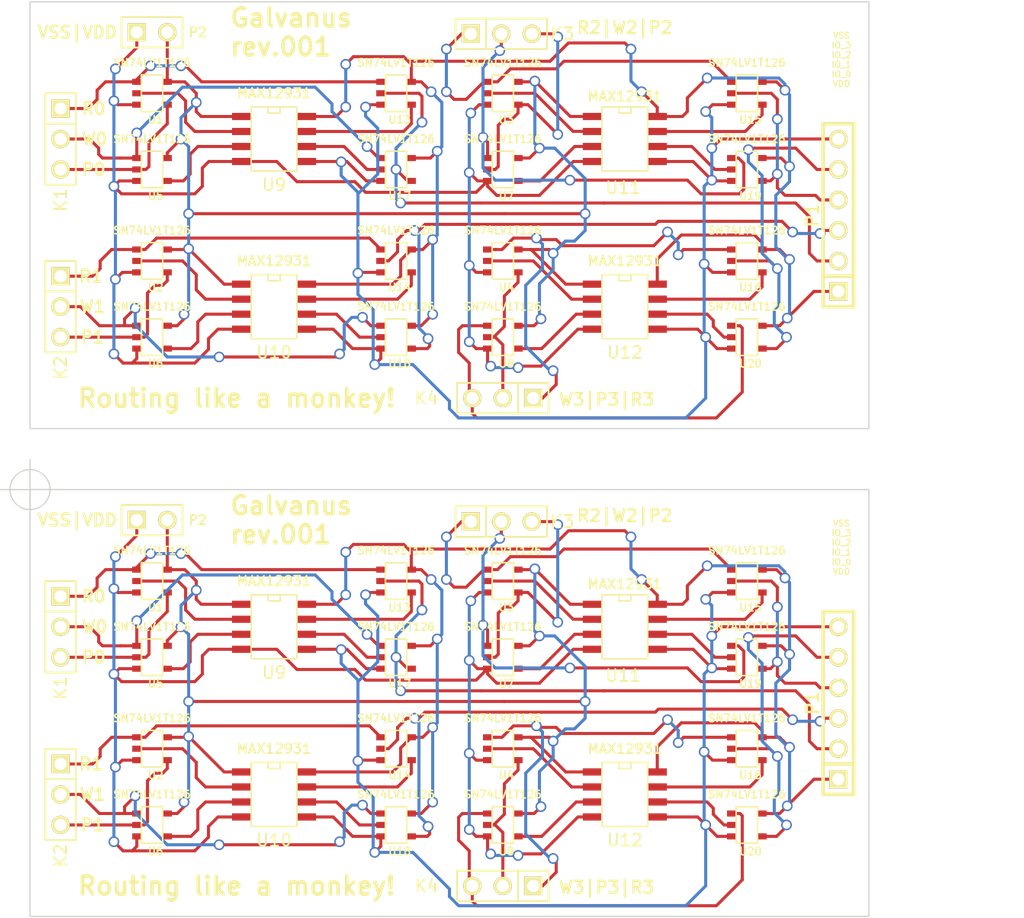
<source format=kicad_pcb>
(kicad_pcb (version 3) (host pcbnew "(22-Jun-2014 BZR 4027)-stable")
  (layers (15 F.Cu signal) (0 B.Cu signal) (18 B.Paste user) (19 F.Paste user) (20 B.SilkS user) (21 F.SilkS user) (22 B.Mask user) (23 F.Mask user) (28 Edge.Cuts user))
  (net 0 "")
  (net 1 IO_0)
  (net 2 IO_1)
  (net 3 IO_2)
  (net 4 IO_3)
  (net 5 MCU_P0)
  (net 6 MCU_P1)
  (net 7 MCU_P2)
  (net 8 MCU_P3)
  (net 9 MCU_R0)
  (net 10 MCU_R1)
  (net 11 MCU_R2)
  (net 12 MCU_R3)
  (net 13 MCU_VDD)
  (net 14 MCU_VSS)
  (net 15 MCU_W0)
  (net 16 MCU_W1)
  (net 17 MCU_W2)
  (net 18 MCU_W3)
  (net 19 N-000001)
  (net 20 N-0000012)
  (net 21 N-0000013)
  (net 22 N-0000014)
  (net 23 N-0000028)
  (net 24 N-0000029)
  (net 25 N-0000030)
  (net 26 N-0000031)
  (net 27 N-0000032)
  (net 28 N-0000033)
  (net 29 N-0000034)
  (net 30 N-0000035)
  (net 31 N-0000036)
  (net 32 N-000006)
  (net 33 N-000007)
  (net 34 N-000008)
  (net 35 TARGET_VDD)
  (net 36 TARGET_VSS)
  (module PIN_ARRAY-6X1 (layer F.Cu) (at 82.55 73.66 90)
    (fp_text reference P1 (at 0 -2.159 90) (layer F.SilkS) (effects (font (size 1.016 1.016) (thickness 0.2032))))
    (fp_text value CONN_6 hide)
    (pad 1 thru_hole rect (at -6.35 0 90) (size 1.524 1.524) (drill 1.016) (layers *.Cu *.Mask F.SilkS) (net 35 TARGET_VDD))
    (pad 2 thru_hole circle (at -3.81 0 90) (size 1.524 1.524) (drill 1.016) (layers *.Cu *.Mask F.SilkS) (net 1 IO_0))
    (pad 3 thru_hole circle (at -1.27 0 90) (size 1.524 1.524) (drill 1.016) (layers *.Cu *.Mask F.SilkS) (net 2 IO_1))
    (pad 4 thru_hole circle (at 1.27 0 90) (size 1.524 1.524) (drill 1.016) (layers *.Cu *.Mask F.SilkS) (net 3 IO_2))
    (pad 5 thru_hole circle (at 3.81 0 90) (size 1.524 1.524) (drill 1.016) (layers *.Cu *.Mask F.SilkS) (net 4 IO_3))
    (pad 6 thru_hole circle (at 6.35 0 90) (size 1.524 1.524) (drill 1.016) (layers *.Cu *.Mask F.SilkS) (net 36 TARGET_VSS))
  )
  (module PIN_ARRAY_2X1 (layer F.Cu) (at 25.4 58.42)
    (fp_text reference P2 (at 3.81 0) (layer F.SilkS) (effects (font (size 0.762 0.762) (thickness 0.1524))))
    (fp_text value CONN_2 hide)
    (pad 1 thru_hole rect (at -1.27 0) (size 1.524 1.524) (drill 1.016) (layers *.Cu *.Mask F.SilkS) (net 14 MCU_VSS))
    (pad 2 thru_hole circle (at 1.27 0) (size 1.524 1.524) (drill 1.016) (layers *.Cu *.Mask F.SilkS) (net 13 MCU_VDD))
  )
  (module PIN_ARRAY_3X1 (layer F.Cu) (at 54.61 88.9 180)
    (fp_text reference K4 (at 6.35 0 180) (layer F.SilkS) (effects (font (size 1.016 1.016) (thickness 0.1524))))
    (fp_text value CONN_3 hide)
    (pad 1 thru_hole rect (at -2.54 0 180) (size 1.524 1.524) (drill 1.016) (layers *.Cu *.Mask F.SilkS) (net 12 MCU_R3))
    (pad 2 thru_hole circle (at 0 0 180) (size 1.524 1.524) (drill 1.016) (layers *.Cu *.Mask F.SilkS) (net 8 MCU_P3))
    (pad 3 thru_hole circle (at 2.54 0 180) (size 1.524 1.524) (drill 1.016) (layers *.Cu *.Mask F.SilkS) (net 18 MCU_W3))
  )
  (module PIN_ARRAY_3X1 (layer F.Cu) (at 54.483 58.547)
    (fp_text reference K3 (at 5.08 0) (layer F.SilkS) (effects (font (size 1.016 1.016) (thickness 0.1524))))
    (fp_text value CONN_3 hide)
    (pad 1 thru_hole rect (at -2.54 0) (size 1.524 1.524) (drill 1.016) (layers *.Cu *.Mask F.SilkS) (net 11 MCU_R2))
    (pad 2 thru_hole circle (at 0 0) (size 1.524 1.524) (drill 1.016) (layers *.Cu *.Mask F.SilkS) (net 17 MCU_W2))
    (pad 3 thru_hole circle (at 2.54 0) (size 1.524 1.524) (drill 1.016) (layers *.Cu *.Mask F.SilkS) (net 7 MCU_P2))
  )
  (module PIN_ARRAY_3X1 (layer F.Cu) (at 17.78 81.28 270)
    (fp_text reference K2 (at 5.08 0 270) (layer F.SilkS) (effects (font (size 1.016 1.016) (thickness 0.1524))))
    (fp_text value CONN_3 hide)
    (pad 1 thru_hole rect (at -2.54 0 270) (size 1.524 1.524) (drill 1.016) (layers *.Cu *.Mask F.SilkS) (net 10 MCU_R1))
    (pad 2 thru_hole circle (at 0 0 270) (size 1.524 1.524) (drill 1.016) (layers *.Cu *.Mask F.SilkS) (net 16 MCU_W1))
    (pad 3 thru_hole circle (at 2.54 0 270) (size 1.524 1.524) (drill 1.016) (layers *.Cu *.Mask F.SilkS) (net 6 MCU_P1))
  )
  (module PIN_ARRAY_3X1 (layer F.Cu) (at 17.78 67.31 270)
    (fp_text reference K1 (at 5.08 0 270) (layer F.SilkS) (effects (font (size 1.016 1.016) (thickness 0.1524))))
    (fp_text value CONN_3 hide)
    (pad 1 thru_hole rect (at -2.54 0 270) (size 1.524 1.524) (drill 1.016) (layers *.Cu *.Mask F.SilkS) (net 9 MCU_R0))
    (pad 2 thru_hole circle (at 0 0 270) (size 1.524 1.524) (drill 1.016) (layers *.Cu *.Mask F.SilkS) (net 15 MCU_W0))
    (pad 3 thru_hole circle (at 2.54 0 270) (size 1.524 1.524) (drill 1.016) (layers *.Cu *.Mask F.SilkS) (net 5 MCU_P0))
  )
  (module SOIC-8_N (layer F.Cu) (at 64.77 81.28 270)
    (fp_text reference U12 (at 3.81 0 360) (layer F.SilkS))
    (fp_text value MAX12931 (at -3.81 0 360) (layer F.SilkS) (effects (font (size 0.8 0.8))))
    (pad 8 smd rect (at -1.875 -2.7 270) (size 0.6 1.6) (layers F.Cu F.Paste F.Mask) (net 35 TARGET_VDD))
    (pad 1 smd rect (at -1.875 2.7 270) (size 0.6 1.6) (layers F.Cu F.Paste F.Mask) (net 13 MCU_VDD))
    (pad 7 smd rect (at -0.625 -2.7 270) (size 0.6 1.6) (layers F.Cu F.Paste F.Mask) (net 32 N-000006))
    (pad 6 smd rect (at 0.625 -2.7 270) (size 0.6 1.6) (layers F.Cu F.Paste F.Mask) (net 19 N-000001))
    (pad 5 smd rect (at 1.875 -2.7 270) (size 0.6 1.6) (layers F.Cu F.Paste F.Mask) (net 36 TARGET_VSS))
    (pad 2 smd rect (at -0.625 2.7 270) (size 0.6 1.6) (layers F.Cu F.Paste F.Mask) (net 33 N-000007))
    (pad 3 smd rect (at 0.625 2.7 270) (size 0.6 1.6) (layers F.Cu F.Paste F.Mask) (net 34 N-000008))
    (pad 4 smd rect (at 1.875 2.7 270) (size 0.6 1.6) (layers F.Cu F.Paste F.Mask) (net 14 MCU_VSS))
  )
  (module SOIC-8_N (layer F.Cu) (at 35.56 81.28 270)
    (fp_text reference U10 (at 3.81 0 360) (layer F.SilkS))
    (fp_text value MAX12931 (at -3.81 0 360) (layer F.SilkS) (effects (font (size 0.8 0.8))))
    (pad 8 smd rect (at -1.875 -2.7 270) (size 0.6 1.6) (layers F.Cu F.Paste F.Mask) (net 35 TARGET_VDD))
    (pad 1 smd rect (at -1.875 2.7 270) (size 0.6 1.6) (layers F.Cu F.Paste F.Mask) (net 13 MCU_VDD))
    (pad 7 smd rect (at -0.625 -2.7 270) (size 0.6 1.6) (layers F.Cu F.Paste F.Mask) (net 30 N-0000035))
    (pad 6 smd rect (at 0.625 -2.7 270) (size 0.6 1.6) (layers F.Cu F.Paste F.Mask) (net 24 N-0000029))
    (pad 5 smd rect (at 1.875 -2.7 270) (size 0.6 1.6) (layers F.Cu F.Paste F.Mask) (net 36 TARGET_VSS))
    (pad 2 smd rect (at -0.625 2.7 270) (size 0.6 1.6) (layers F.Cu F.Paste F.Mask) (net 31 N-0000036))
    (pad 3 smd rect (at 0.625 2.7 270) (size 0.6 1.6) (layers F.Cu F.Paste F.Mask) (net 29 N-0000034))
    (pad 4 smd rect (at 1.875 2.7 270) (size 0.6 1.6) (layers F.Cu F.Paste F.Mask) (net 14 MCU_VSS))
  )
  (module SOIC-8_N (layer F.Cu) (at 35.56 67.31 270)
    (fp_text reference U9 (at 3.81 0 360) (layer F.SilkS))
    (fp_text value MAX12931 (at -3.81 0 360) (layer F.SilkS) (effects (font (size 0.8 0.8))))
    (pad 8 smd rect (at -1.875 -2.7 270) (size 0.6 1.6) (layers F.Cu F.Paste F.Mask) (net 35 TARGET_VDD))
    (pad 1 smd rect (at -1.875 2.7 270) (size 0.6 1.6) (layers F.Cu F.Paste F.Mask) (net 13 MCU_VDD))
    (pad 7 smd rect (at -0.625 -2.7 270) (size 0.6 1.6) (layers F.Cu F.Paste F.Mask) (net 26 N-0000031))
    (pad 6 smd rect (at 0.625 -2.7 270) (size 0.6 1.6) (layers F.Cu F.Paste F.Mask) (net 28 N-0000033))
    (pad 5 smd rect (at 1.875 -2.7 270) (size 0.6 1.6) (layers F.Cu F.Paste F.Mask) (net 36 TARGET_VSS))
    (pad 2 smd rect (at -0.625 2.7 270) (size 0.6 1.6) (layers F.Cu F.Paste F.Mask) (net 27 N-0000032))
    (pad 3 smd rect (at 0.625 2.7 270) (size 0.6 1.6) (layers F.Cu F.Paste F.Mask) (net 25 N-0000030))
    (pad 4 smd rect (at 1.875 2.7 270) (size 0.6 1.6) (layers F.Cu F.Paste F.Mask) (net 14 MCU_VSS))
  )
  (module SOIC-8_N (layer F.Cu) (at 64.77 67.31 270)
    (fp_text reference U11 (at 4.064 0.127 360) (layer F.SilkS))
    (fp_text value MAX12931 (at -3.556 0 360) (layer F.SilkS) (effects (font (size 0.8 0.8))))
    (pad 8 smd rect (at -1.875 -2.7 270) (size 0.6 1.6) (layers F.Cu F.Paste F.Mask) (net 35 TARGET_VDD))
    (pad 1 smd rect (at -1.875 2.7 270) (size 0.6 1.6) (layers F.Cu F.Paste F.Mask) (net 13 MCU_VDD))
    (pad 7 smd rect (at -0.625 -2.7 270) (size 0.6 1.6) (layers F.Cu F.Paste F.Mask) (net 21 N-0000013))
    (pad 6 smd rect (at 0.625 -2.7 270) (size 0.6 1.6) (layers F.Cu F.Paste F.Mask) (net 20 N-0000012))
    (pad 5 smd rect (at 1.875 -2.7 270) (size 0.6 1.6) (layers F.Cu F.Paste F.Mask) (net 36 TARGET_VSS))
    (pad 2 smd rect (at -0.625 2.7 270) (size 0.6 1.6) (layers F.Cu F.Paste F.Mask) (net 22 N-0000014))
    (pad 3 smd rect (at 0.625 2.7 270) (size 0.6 1.6) (layers F.Cu F.Paste F.Mask) (net 23 N-0000028))
    (pad 4 smd rect (at 1.875 2.7 270) (size 0.6 1.6) (layers F.Cu F.Paste F.Mask) (net 14 MCU_VSS))
  )
  (module SOT23-5 (layer F.Cu) (at 45.72 83.82 270)
    (fp_text reference U18 (at 2.19964 -0.29972 360) (layer F.SilkS) (effects (font (size 0.635 0.635) (thickness 0.127))))
    (fp_text value SN74LV1T126 (at -2.54 0 360) (layer F.SilkS) (effects (font (size 0.635 0.635) (thickness 0.127))))
    (pad 1 smd rect (at -0.9525 1.27 270) (size 0.508 0.762) (layers F.Cu F.Paste F.Mask) (net 16 MCU_W1))
    (pad 3 smd rect (at 0.9525 1.27 270) (size 0.508 0.762) (layers F.Cu F.Paste F.Mask) (net 36 TARGET_VSS))
    (pad 5 smd rect (at -0.9525 -1.27 270) (size 0.508 0.762) (layers F.Cu F.Paste F.Mask) (net 35 TARGET_VDD))
    (pad 2 smd rect (at 0 1.27 270) (size 0.508 0.762) (layers F.Cu F.Paste F.Mask) (net 24 N-0000029))
    (pad 4 smd rect (at 0.9525 -1.27 270) (size 0.508 0.762) (layers F.Cu F.Paste F.Mask) (net 2 IO_1))
  )
  (module SOT23-5 (layer F.Cu) (at 25.4 77.47 270)
    (fp_text reference U2 (at 2.19964 -0.29972 360) (layer F.SilkS) (effects (font (size 0.635 0.635) (thickness 0.127))))
    (fp_text value SN74LV1T126 (at -2.54 0 360) (layer F.SilkS) (effects (font (size 0.635 0.635) (thickness 0.127))))
    (pad 1 smd rect (at -0.9525 1.27 270) (size 0.508 0.762) (layers F.Cu F.Paste F.Mask) (net 10 MCU_R1))
    (pad 3 smd rect (at 0.9525 1.27 270) (size 0.508 0.762) (layers F.Cu F.Paste F.Mask) (net 14 MCU_VSS))
    (pad 5 smd rect (at -0.9525 -1.27 270) (size 0.508 0.762) (layers F.Cu F.Paste F.Mask) (net 13 MCU_VDD))
    (pad 2 smd rect (at 0 1.27 270) (size 0.508 0.762) (layers F.Cu F.Paste F.Mask) (net 31 N-0000036))
    (pad 4 smd rect (at 0.9525 -1.27 270) (size 0.508 0.762) (layers F.Cu F.Paste F.Mask) (net 6 MCU_P1))
  )
  (module SOT23-5 (layer F.Cu) (at 25.4 83.82 270)
    (fp_text reference U6 (at 2.19964 -0.29972 360) (layer F.SilkS) (effects (font (size 0.635 0.635) (thickness 0.127))))
    (fp_text value SN74LV1T126 (at -2.54 0 360) (layer F.SilkS) (effects (font (size 0.635 0.635) (thickness 0.127))))
    (pad 1 smd rect (at -0.9525 1.27 270) (size 0.508 0.762) (layers F.Cu F.Paste F.Mask) (net 16 MCU_W1))
    (pad 3 smd rect (at 0.9525 1.27 270) (size 0.508 0.762) (layers F.Cu F.Paste F.Mask) (net 14 MCU_VSS))
    (pad 5 smd rect (at -0.9525 -1.27 270) (size 0.508 0.762) (layers F.Cu F.Paste F.Mask) (net 13 MCU_VDD))
    (pad 2 smd rect (at 0 1.27 270) (size 0.508 0.762) (layers F.Cu F.Paste F.Mask) (net 6 MCU_P1))
    (pad 4 smd rect (at 0.9525 -1.27 270) (size 0.508 0.762) (layers F.Cu F.Paste F.Mask) (net 29 N-0000034))
  )
  (module SOT23-5 (layer F.Cu) (at 45.72 63.5 270)
    (fp_text reference U13 (at 2.19964 -0.29972 360) (layer F.SilkS) (effects (font (size 0.635 0.635) (thickness 0.127))))
    (fp_text value SN74LV1T126 (at -2.54 0 360) (layer F.SilkS) (effects (font (size 0.635 0.635) (thickness 0.127))))
    (pad 1 smd rect (at -0.9525 1.27 270) (size 0.508 0.762) (layers F.Cu F.Paste F.Mask) (net 9 MCU_R0))
    (pad 3 smd rect (at 0.9525 1.27 270) (size 0.508 0.762) (layers F.Cu F.Paste F.Mask) (net 36 TARGET_VSS))
    (pad 5 smd rect (at -0.9525 -1.27 270) (size 0.508 0.762) (layers F.Cu F.Paste F.Mask) (net 35 TARGET_VDD))
    (pad 2 smd rect (at 0 1.27 270) (size 0.508 0.762) (layers F.Cu F.Paste F.Mask) (net 1 IO_0))
    (pad 4 smd rect (at 0.9525 -1.27 270) (size 0.508 0.762) (layers F.Cu F.Paste F.Mask) (net 26 N-0000031))
  )
  (module SOT23-5 (layer F.Cu) (at 45.72 69.85 270)
    (fp_text reference U17 (at 2.19964 -0.29972 360) (layer F.SilkS) (effects (font (size 0.635 0.635) (thickness 0.127))))
    (fp_text value SN74LV1T126 (at -2.54 0 360) (layer F.SilkS) (effects (font (size 0.635 0.635) (thickness 0.127))))
    (pad 1 smd rect (at -0.9525 1.27 270) (size 0.508 0.762) (layers F.Cu F.Paste F.Mask) (net 15 MCU_W0))
    (pad 3 smd rect (at 0.9525 1.27 270) (size 0.508 0.762) (layers F.Cu F.Paste F.Mask) (net 36 TARGET_VSS))
    (pad 5 smd rect (at -0.9525 -1.27 270) (size 0.508 0.762) (layers F.Cu F.Paste F.Mask) (net 35 TARGET_VDD))
    (pad 2 smd rect (at 0 1.27 270) (size 0.508 0.762) (layers F.Cu F.Paste F.Mask) (net 28 N-0000033))
    (pad 4 smd rect (at 0.9525 -1.27 270) (size 0.508 0.762) (layers F.Cu F.Paste F.Mask) (net 1 IO_0))
  )
  (module SOT23-5 (layer F.Cu) (at 25.4 69.85 270)
    (fp_text reference U5 (at 2.19964 -0.29972 360) (layer F.SilkS) (effects (font (size 0.635 0.635) (thickness 0.127))))
    (fp_text value SN74LV1T126 (at -2.54 0 360) (layer F.SilkS) (effects (font (size 0.635 0.635) (thickness 0.127))))
    (pad 1 smd rect (at -0.9525 1.27 270) (size 0.508 0.762) (layers F.Cu F.Paste F.Mask) (net 15 MCU_W0))
    (pad 3 smd rect (at 0.9525 1.27 270) (size 0.508 0.762) (layers F.Cu F.Paste F.Mask) (net 14 MCU_VSS))
    (pad 5 smd rect (at -0.9525 -1.27 270) (size 0.508 0.762) (layers F.Cu F.Paste F.Mask) (net 13 MCU_VDD))
    (pad 2 smd rect (at 0 1.27 270) (size 0.508 0.762) (layers F.Cu F.Paste F.Mask) (net 5 MCU_P0))
    (pad 4 smd rect (at 0.9525 -1.27 270) (size 0.508 0.762) (layers F.Cu F.Paste F.Mask) (net 25 N-0000030))
  )
  (module SOT23-5 (layer F.Cu) (at 45.72 77.47 270)
    (fp_text reference U14 (at 2.19964 -0.29972 360) (layer F.SilkS) (effects (font (size 0.635 0.635) (thickness 0.127))))
    (fp_text value SN74LV1T126 (at -2.54 0 360) (layer F.SilkS) (effects (font (size 0.635 0.635) (thickness 0.127))))
    (pad 1 smd rect (at -0.9525 1.27 270) (size 0.508 0.762) (layers F.Cu F.Paste F.Mask) (net 10 MCU_R1))
    (pad 3 smd rect (at 0.9525 1.27 270) (size 0.508 0.762) (layers F.Cu F.Paste F.Mask) (net 36 TARGET_VSS))
    (pad 5 smd rect (at -0.9525 -1.27 270) (size 0.508 0.762) (layers F.Cu F.Paste F.Mask) (net 35 TARGET_VDD))
    (pad 2 smd rect (at 0 1.27 270) (size 0.508 0.762) (layers F.Cu F.Paste F.Mask) (net 2 IO_1))
    (pad 4 smd rect (at 0.9525 -1.27 270) (size 0.508 0.762) (layers F.Cu F.Paste F.Mask) (net 30 N-0000035))
  )
  (module SOT23-5 (layer F.Cu) (at 54.61 69.85 270)
    (fp_text reference U7 (at 2.19964 -0.29972 360) (layer F.SilkS) (effects (font (size 0.635 0.635) (thickness 0.127))))
    (fp_text value SN74LV1T126 (at -2.54 0 360) (layer F.SilkS) (effects (font (size 0.635 0.635) (thickness 0.127))))
    (pad 1 smd rect (at -0.9525 1.27 270) (size 0.508 0.762) (layers F.Cu F.Paste F.Mask) (net 17 MCU_W2))
    (pad 3 smd rect (at 0.9525 1.27 270) (size 0.508 0.762) (layers F.Cu F.Paste F.Mask) (net 14 MCU_VSS))
    (pad 5 smd rect (at -0.9525 -1.27 270) (size 0.508 0.762) (layers F.Cu F.Paste F.Mask) (net 13 MCU_VDD))
    (pad 2 smd rect (at 0 1.27 270) (size 0.508 0.762) (layers F.Cu F.Paste F.Mask) (net 7 MCU_P2))
    (pad 4 smd rect (at 0.9525 -1.27 270) (size 0.508 0.762) (layers F.Cu F.Paste F.Mask) (net 23 N-0000028))
  )
  (module SOT23-5 (layer F.Cu) (at 54.61 63.5 270)
    (fp_text reference U3 (at 2.19964 -0.29972 360) (layer F.SilkS) (effects (font (size 0.635 0.635) (thickness 0.127))))
    (fp_text value SN74LV1T126 (at -2.54 0 360) (layer F.SilkS) (effects (font (size 0.635 0.635) (thickness 0.127))))
    (pad 1 smd rect (at -0.9525 1.27 270) (size 0.508 0.762) (layers F.Cu F.Paste F.Mask) (net 11 MCU_R2))
    (pad 3 smd rect (at 0.9525 1.27 270) (size 0.508 0.762) (layers F.Cu F.Paste F.Mask) (net 14 MCU_VSS))
    (pad 5 smd rect (at -0.9525 -1.27 270) (size 0.508 0.762) (layers F.Cu F.Paste F.Mask) (net 13 MCU_VDD))
    (pad 2 smd rect (at 0 1.27 270) (size 0.508 0.762) (layers F.Cu F.Paste F.Mask) (net 22 N-0000014))
    (pad 4 smd rect (at 0.9525 -1.27 270) (size 0.508 0.762) (layers F.Cu F.Paste F.Mask) (net 7 MCU_P2))
  )
  (module SOT23-5 (layer F.Cu) (at 74.93 69.85 270)
    (fp_text reference U19 (at 2.19964 -0.29972 360) (layer F.SilkS) (effects (font (size 0.635 0.635) (thickness 0.127))))
    (fp_text value SN74LV1T126 (at -2.54 0 360) (layer F.SilkS) (effects (font (size 0.635 0.635) (thickness 0.127))))
    (pad 1 smd rect (at -0.9525 1.27 270) (size 0.508 0.762) (layers F.Cu F.Paste F.Mask) (net 17 MCU_W2))
    (pad 3 smd rect (at 0.9525 1.27 270) (size 0.508 0.762) (layers F.Cu F.Paste F.Mask) (net 36 TARGET_VSS))
    (pad 5 smd rect (at -0.9525 -1.27 270) (size 0.508 0.762) (layers F.Cu F.Paste F.Mask) (net 35 TARGET_VDD))
    (pad 2 smd rect (at 0 1.27 270) (size 0.508 0.762) (layers F.Cu F.Paste F.Mask) (net 20 N-0000012))
    (pad 4 smd rect (at 0.9525 -1.27 270) (size 0.508 0.762) (layers F.Cu F.Paste F.Mask) (net 3 IO_2))
  )
  (module SOT23-5 (layer F.Cu) (at 74.93 63.5 270)
    (fp_text reference U15 (at 2.19964 -0.29972 360) (layer F.SilkS) (effects (font (size 0.635 0.635) (thickness 0.127))))
    (fp_text value SN74LV1T126 (at -2.54 0 360) (layer F.SilkS) (effects (font (size 0.635 0.635) (thickness 0.127))))
    (pad 1 smd rect (at -0.9525 1.27 270) (size 0.508 0.762) (layers F.Cu F.Paste F.Mask) (net 11 MCU_R2))
    (pad 3 smd rect (at 0.9525 1.27 270) (size 0.508 0.762) (layers F.Cu F.Paste F.Mask) (net 36 TARGET_VSS))
    (pad 5 smd rect (at -0.9525 -1.27 270) (size 0.508 0.762) (layers F.Cu F.Paste F.Mask) (net 35 TARGET_VDD))
    (pad 2 smd rect (at 0 1.27 270) (size 0.508 0.762) (layers F.Cu F.Paste F.Mask) (net 3 IO_2))
    (pad 4 smd rect (at 0.9525 -1.27 270) (size 0.508 0.762) (layers F.Cu F.Paste F.Mask) (net 21 N-0000013))
  )
  (module SOT23-5 (layer F.Cu) (at 54.61 83.82 270)
    (fp_text reference U8 (at 2.19964 -0.29972 360) (layer F.SilkS) (effects (font (size 0.635 0.635) (thickness 0.127))))
    (fp_text value SN74LV1T126 (at -2.54 0 360) (layer F.SilkS) (effects (font (size 0.635 0.635) (thickness 0.127))))
    (pad 1 smd rect (at -0.9525 1.27 270) (size 0.508 0.762) (layers F.Cu F.Paste F.Mask) (net 18 MCU_W3))
    (pad 3 smd rect (at 0.9525 1.27 270) (size 0.508 0.762) (layers F.Cu F.Paste F.Mask) (net 14 MCU_VSS))
    (pad 5 smd rect (at -0.9525 -1.27 270) (size 0.508 0.762) (layers F.Cu F.Paste F.Mask) (net 13 MCU_VDD))
    (pad 2 smd rect (at 0 1.27 270) (size 0.508 0.762) (layers F.Cu F.Paste F.Mask) (net 8 MCU_P3))
    (pad 4 smd rect (at 0.9525 -1.27 270) (size 0.508 0.762) (layers F.Cu F.Paste F.Mask) (net 34 N-000008))
  )
  (module SOT23-5 (layer F.Cu) (at 54.61 77.47 270)
    (fp_text reference U4 (at 2.19964 -0.29972 360) (layer F.SilkS) (effects (font (size 0.635 0.635) (thickness 0.127))))
    (fp_text value SN74LV1T126 (at -2.54 0 360) (layer F.SilkS) (effects (font (size 0.635 0.635) (thickness 0.127))))
    (pad 1 smd rect (at -0.9525 1.27 270) (size 0.508 0.762) (layers F.Cu F.Paste F.Mask) (net 12 MCU_R3))
    (pad 3 smd rect (at 0.9525 1.27 270) (size 0.508 0.762) (layers F.Cu F.Paste F.Mask) (net 14 MCU_VSS))
    (pad 5 smd rect (at -0.9525 -1.27 270) (size 0.508 0.762) (layers F.Cu F.Paste F.Mask) (net 13 MCU_VDD))
    (pad 2 smd rect (at 0 1.27 270) (size 0.508 0.762) (layers F.Cu F.Paste F.Mask) (net 33 N-000007))
    (pad 4 smd rect (at 0.9525 -1.27 270) (size 0.508 0.762) (layers F.Cu F.Paste F.Mask) (net 8 MCU_P3))
  )
  (module SOT23-5 (layer F.Cu) (at 74.93 83.82 270)
    (fp_text reference U20 (at 2.19964 -0.29972 360) (layer F.SilkS) (effects (font (size 0.635 0.635) (thickness 0.127))))
    (fp_text value SN74LV1T126 (at -2.54 0 360) (layer F.SilkS) (effects (font (size 0.635 0.635) (thickness 0.127))))
    (pad 1 smd rect (at -0.9525 1.27 270) (size 0.508 0.762) (layers F.Cu F.Paste F.Mask) (net 18 MCU_W3))
    (pad 3 smd rect (at 0.9525 1.27 270) (size 0.508 0.762) (layers F.Cu F.Paste F.Mask) (net 36 TARGET_VSS))
    (pad 5 smd rect (at -0.9525 -1.27 270) (size 0.508 0.762) (layers F.Cu F.Paste F.Mask) (net 35 TARGET_VDD))
    (pad 2 smd rect (at 0 1.27 270) (size 0.508 0.762) (layers F.Cu F.Paste F.Mask) (net 19 N-000001))
    (pad 4 smd rect (at 0.9525 -1.27 270) (size 0.508 0.762) (layers F.Cu F.Paste F.Mask) (net 4 IO_3))
  )
  (module SOT23-5 (layer F.Cu) (at 74.93 77.47 270)
    (fp_text reference U16 (at 2.19964 -0.29972 360) (layer F.SilkS) (effects (font (size 0.635 0.635) (thickness 0.127))))
    (fp_text value SN74LV1T126 (at -2.54 0 360) (layer F.SilkS) (effects (font (size 0.635 0.635) (thickness 0.127))))
    (pad 1 smd rect (at -0.9525 1.27 270) (size 0.508 0.762) (layers F.Cu F.Paste F.Mask) (net 12 MCU_R3))
    (pad 3 smd rect (at 0.9525 1.27 270) (size 0.508 0.762) (layers F.Cu F.Paste F.Mask) (net 36 TARGET_VSS))
    (pad 5 smd rect (at -0.9525 -1.27 270) (size 0.508 0.762) (layers F.Cu F.Paste F.Mask) (net 35 TARGET_VDD))
    (pad 2 smd rect (at 0 1.27 270) (size 0.508 0.762) (layers F.Cu F.Paste F.Mask) (net 4 IO_3))
    (pad 4 smd rect (at 0.9525 -1.27 270) (size 0.508 0.762) (layers F.Cu F.Paste F.Mask) (net 32 N-000006))
  )
  (module SOT23-5 (layer F.Cu) (at 25.4 63.5 270)
    (fp_text reference U1 (at 2.19964 -0.29972 360) (layer F.SilkS) (effects (font (size 0.635 0.635) (thickness 0.127))))
    (fp_text value SN74LV1T126 (at -2.54 0 360) (layer F.SilkS) (effects (font (size 0.635 0.635) (thickness 0.127))))
    (pad 1 smd rect (at -0.9525 1.27 270) (size 0.508 0.762) (layers F.Cu F.Paste F.Mask) (net 9 MCU_R0))
    (pad 3 smd rect (at 0.9525 1.27 270) (size 0.508 0.762) (layers F.Cu F.Paste F.Mask) (net 14 MCU_VSS))
    (pad 5 smd rect (at -0.9525 -1.27 270) (size 0.508 0.762) (layers F.Cu F.Paste F.Mask) (net 13 MCU_VDD))
    (pad 2 smd rect (at 0 1.27 270) (size 0.508 0.762) (layers F.Cu F.Paste F.Mask) (net 27 N-0000032))
    (pad 4 smd rect (at 0.9525 -1.27 270) (size 0.508 0.762) (layers F.Cu F.Paste F.Mask) (net 5 MCU_P0))
  )
  (module SOT23-5 (layer F.Cu) (at 25.4 22.86 270)
    (fp_text reference U1 (at 2.19964 -0.29972 360) (layer F.SilkS) (effects (font (size 0.635 0.635) (thickness 0.127))))
    (fp_text value SN74LV1T126 (at -2.54 0 360) (layer F.SilkS) (effects (font (size 0.635 0.635) (thickness 0.127))))
    (pad 1 smd rect (at -0.9525 1.27 270) (size 0.508 0.762) (layers F.Cu F.Paste F.Mask) (net 9 MCU_R0))
    (pad 3 smd rect (at 0.9525 1.27 270) (size 0.508 0.762) (layers F.Cu F.Paste F.Mask) (net 14 MCU_VSS))
    (pad 5 smd rect (at -0.9525 -1.27 270) (size 0.508 0.762) (layers F.Cu F.Paste F.Mask) (net 13 MCU_VDD))
    (pad 2 smd rect (at 0 1.27 270) (size 0.508 0.762) (layers F.Cu F.Paste F.Mask) (net 27 N-0000032))
    (pad 4 smd rect (at 0.9525 -1.27 270) (size 0.508 0.762) (layers F.Cu F.Paste F.Mask) (net 5 MCU_P0))
  )
  (module SOT23-5 (layer F.Cu) (at 74.93 36.83 270)
    (fp_text reference U16 (at 2.19964 -0.29972 360) (layer F.SilkS) (effects (font (size 0.635 0.635) (thickness 0.127))))
    (fp_text value SN74LV1T126 (at -2.54 0 360) (layer F.SilkS) (effects (font (size 0.635 0.635) (thickness 0.127))))
    (pad 1 smd rect (at -0.9525 1.27 270) (size 0.508 0.762) (layers F.Cu F.Paste F.Mask) (net 12 MCU_R3))
    (pad 3 smd rect (at 0.9525 1.27 270) (size 0.508 0.762) (layers F.Cu F.Paste F.Mask) (net 36 TARGET_VSS))
    (pad 5 smd rect (at -0.9525 -1.27 270) (size 0.508 0.762) (layers F.Cu F.Paste F.Mask) (net 35 TARGET_VDD))
    (pad 2 smd rect (at 0 1.27 270) (size 0.508 0.762) (layers F.Cu F.Paste F.Mask) (net 4 IO_3))
    (pad 4 smd rect (at 0.9525 -1.27 270) (size 0.508 0.762) (layers F.Cu F.Paste F.Mask) (net 32 N-000006))
  )
  (module SOT23-5 (layer F.Cu) (at 74.93 43.18 270)
    (fp_text reference U20 (at 2.19964 -0.29972 360) (layer F.SilkS) (effects (font (size 0.635 0.635) (thickness 0.127))))
    (fp_text value SN74LV1T126 (at -2.54 0 360) (layer F.SilkS) (effects (font (size 0.635 0.635) (thickness 0.127))))
    (pad 1 smd rect (at -0.9525 1.27 270) (size 0.508 0.762) (layers F.Cu F.Paste F.Mask) (net 18 MCU_W3))
    (pad 3 smd rect (at 0.9525 1.27 270) (size 0.508 0.762) (layers F.Cu F.Paste F.Mask) (net 36 TARGET_VSS))
    (pad 5 smd rect (at -0.9525 -1.27 270) (size 0.508 0.762) (layers F.Cu F.Paste F.Mask) (net 35 TARGET_VDD))
    (pad 2 smd rect (at 0 1.27 270) (size 0.508 0.762) (layers F.Cu F.Paste F.Mask) (net 19 N-000001))
    (pad 4 smd rect (at 0.9525 -1.27 270) (size 0.508 0.762) (layers F.Cu F.Paste F.Mask) (net 4 IO_3))
  )
  (module SOT23-5 (layer F.Cu) (at 54.61 36.83 270)
    (fp_text reference U4 (at 2.19964 -0.29972 360) (layer F.SilkS) (effects (font (size 0.635 0.635) (thickness 0.127))))
    (fp_text value SN74LV1T126 (at -2.54 0 360) (layer F.SilkS) (effects (font (size 0.635 0.635) (thickness 0.127))))
    (pad 1 smd rect (at -0.9525 1.27 270) (size 0.508 0.762) (layers F.Cu F.Paste F.Mask) (net 12 MCU_R3))
    (pad 3 smd rect (at 0.9525 1.27 270) (size 0.508 0.762) (layers F.Cu F.Paste F.Mask) (net 14 MCU_VSS))
    (pad 5 smd rect (at -0.9525 -1.27 270) (size 0.508 0.762) (layers F.Cu F.Paste F.Mask) (net 13 MCU_VDD))
    (pad 2 smd rect (at 0 1.27 270) (size 0.508 0.762) (layers F.Cu F.Paste F.Mask) (net 33 N-000007))
    (pad 4 smd rect (at 0.9525 -1.27 270) (size 0.508 0.762) (layers F.Cu F.Paste F.Mask) (net 8 MCU_P3))
  )
  (module SOT23-5 (layer F.Cu) (at 54.61 43.18 270)
    (fp_text reference U8 (at 2.19964 -0.29972 360) (layer F.SilkS) (effects (font (size 0.635 0.635) (thickness 0.127))))
    (fp_text value SN74LV1T126 (at -2.54 0 360) (layer F.SilkS) (effects (font (size 0.635 0.635) (thickness 0.127))))
    (pad 1 smd rect (at -0.9525 1.27 270) (size 0.508 0.762) (layers F.Cu F.Paste F.Mask) (net 18 MCU_W3))
    (pad 3 smd rect (at 0.9525 1.27 270) (size 0.508 0.762) (layers F.Cu F.Paste F.Mask) (net 14 MCU_VSS))
    (pad 5 smd rect (at -0.9525 -1.27 270) (size 0.508 0.762) (layers F.Cu F.Paste F.Mask) (net 13 MCU_VDD))
    (pad 2 smd rect (at 0 1.27 270) (size 0.508 0.762) (layers F.Cu F.Paste F.Mask) (net 8 MCU_P3))
    (pad 4 smd rect (at 0.9525 -1.27 270) (size 0.508 0.762) (layers F.Cu F.Paste F.Mask) (net 34 N-000008))
  )
  (module SOT23-5 (layer F.Cu) (at 74.93 22.86 270)
    (fp_text reference U15 (at 2.19964 -0.29972 360) (layer F.SilkS) (effects (font (size 0.635 0.635) (thickness 0.127))))
    (fp_text value SN74LV1T126 (at -2.54 0 360) (layer F.SilkS) (effects (font (size 0.635 0.635) (thickness 0.127))))
    (pad 1 smd rect (at -0.9525 1.27 270) (size 0.508 0.762) (layers F.Cu F.Paste F.Mask) (net 11 MCU_R2))
    (pad 3 smd rect (at 0.9525 1.27 270) (size 0.508 0.762) (layers F.Cu F.Paste F.Mask) (net 36 TARGET_VSS))
    (pad 5 smd rect (at -0.9525 -1.27 270) (size 0.508 0.762) (layers F.Cu F.Paste F.Mask) (net 35 TARGET_VDD))
    (pad 2 smd rect (at 0 1.27 270) (size 0.508 0.762) (layers F.Cu F.Paste F.Mask) (net 3 IO_2))
    (pad 4 smd rect (at 0.9525 -1.27 270) (size 0.508 0.762) (layers F.Cu F.Paste F.Mask) (net 21 N-0000013))
  )
  (module SOT23-5 (layer F.Cu) (at 74.93 29.21 270)
    (fp_text reference U19 (at 2.19964 -0.29972 360) (layer F.SilkS) (effects (font (size 0.635 0.635) (thickness 0.127))))
    (fp_text value SN74LV1T126 (at -2.54 0 360) (layer F.SilkS) (effects (font (size 0.635 0.635) (thickness 0.127))))
    (pad 1 smd rect (at -0.9525 1.27 270) (size 0.508 0.762) (layers F.Cu F.Paste F.Mask) (net 17 MCU_W2))
    (pad 3 smd rect (at 0.9525 1.27 270) (size 0.508 0.762) (layers F.Cu F.Paste F.Mask) (net 36 TARGET_VSS))
    (pad 5 smd rect (at -0.9525 -1.27 270) (size 0.508 0.762) (layers F.Cu F.Paste F.Mask) (net 35 TARGET_VDD))
    (pad 2 smd rect (at 0 1.27 270) (size 0.508 0.762) (layers F.Cu F.Paste F.Mask) (net 20 N-0000012))
    (pad 4 smd rect (at 0.9525 -1.27 270) (size 0.508 0.762) (layers F.Cu F.Paste F.Mask) (net 3 IO_2))
  )
  (module SOT23-5 (layer F.Cu) (at 54.61 22.86 270)
    (fp_text reference U3 (at 2.19964 -0.29972 360) (layer F.SilkS) (effects (font (size 0.635 0.635) (thickness 0.127))))
    (fp_text value SN74LV1T126 (at -2.54 0 360) (layer F.SilkS) (effects (font (size 0.635 0.635) (thickness 0.127))))
    (pad 1 smd rect (at -0.9525 1.27 270) (size 0.508 0.762) (layers F.Cu F.Paste F.Mask) (net 11 MCU_R2))
    (pad 3 smd rect (at 0.9525 1.27 270) (size 0.508 0.762) (layers F.Cu F.Paste F.Mask) (net 14 MCU_VSS))
    (pad 5 smd rect (at -0.9525 -1.27 270) (size 0.508 0.762) (layers F.Cu F.Paste F.Mask) (net 13 MCU_VDD))
    (pad 2 smd rect (at 0 1.27 270) (size 0.508 0.762) (layers F.Cu F.Paste F.Mask) (net 22 N-0000014))
    (pad 4 smd rect (at 0.9525 -1.27 270) (size 0.508 0.762) (layers F.Cu F.Paste F.Mask) (net 7 MCU_P2))
  )
  (module SOT23-5 (layer F.Cu) (at 54.61 29.21 270)
    (fp_text reference U7 (at 2.19964 -0.29972 360) (layer F.SilkS) (effects (font (size 0.635 0.635) (thickness 0.127))))
    (fp_text value SN74LV1T126 (at -2.54 0 360) (layer F.SilkS) (effects (font (size 0.635 0.635) (thickness 0.127))))
    (pad 1 smd rect (at -0.9525 1.27 270) (size 0.508 0.762) (layers F.Cu F.Paste F.Mask) (net 17 MCU_W2))
    (pad 3 smd rect (at 0.9525 1.27 270) (size 0.508 0.762) (layers F.Cu F.Paste F.Mask) (net 14 MCU_VSS))
    (pad 5 smd rect (at -0.9525 -1.27 270) (size 0.508 0.762) (layers F.Cu F.Paste F.Mask) (net 13 MCU_VDD))
    (pad 2 smd rect (at 0 1.27 270) (size 0.508 0.762) (layers F.Cu F.Paste F.Mask) (net 7 MCU_P2))
    (pad 4 smd rect (at 0.9525 -1.27 270) (size 0.508 0.762) (layers F.Cu F.Paste F.Mask) (net 23 N-0000028))
  )
  (module SOT23-5 (layer F.Cu) (at 45.72 36.83 270)
    (fp_text reference U14 (at 2.19964 -0.29972 360) (layer F.SilkS) (effects (font (size 0.635 0.635) (thickness 0.127))))
    (fp_text value SN74LV1T126 (at -2.54 0 360) (layer F.SilkS) (effects (font (size 0.635 0.635) (thickness 0.127))))
    (pad 1 smd rect (at -0.9525 1.27 270) (size 0.508 0.762) (layers F.Cu F.Paste F.Mask) (net 10 MCU_R1))
    (pad 3 smd rect (at 0.9525 1.27 270) (size 0.508 0.762) (layers F.Cu F.Paste F.Mask) (net 36 TARGET_VSS))
    (pad 5 smd rect (at -0.9525 -1.27 270) (size 0.508 0.762) (layers F.Cu F.Paste F.Mask) (net 35 TARGET_VDD))
    (pad 2 smd rect (at 0 1.27 270) (size 0.508 0.762) (layers F.Cu F.Paste F.Mask) (net 2 IO_1))
    (pad 4 smd rect (at 0.9525 -1.27 270) (size 0.508 0.762) (layers F.Cu F.Paste F.Mask) (net 30 N-0000035))
  )
  (module SOT23-5 (layer F.Cu) (at 25.4 29.21 270)
    (fp_text reference U5 (at 2.19964 -0.29972 360) (layer F.SilkS) (effects (font (size 0.635 0.635) (thickness 0.127))))
    (fp_text value SN74LV1T126 (at -2.54 0 360) (layer F.SilkS) (effects (font (size 0.635 0.635) (thickness 0.127))))
    (pad 1 smd rect (at -0.9525 1.27 270) (size 0.508 0.762) (layers F.Cu F.Paste F.Mask) (net 15 MCU_W0))
    (pad 3 smd rect (at 0.9525 1.27 270) (size 0.508 0.762) (layers F.Cu F.Paste F.Mask) (net 14 MCU_VSS))
    (pad 5 smd rect (at -0.9525 -1.27 270) (size 0.508 0.762) (layers F.Cu F.Paste F.Mask) (net 13 MCU_VDD))
    (pad 2 smd rect (at 0 1.27 270) (size 0.508 0.762) (layers F.Cu F.Paste F.Mask) (net 5 MCU_P0))
    (pad 4 smd rect (at 0.9525 -1.27 270) (size 0.508 0.762) (layers F.Cu F.Paste F.Mask) (net 25 N-0000030))
  )
  (module SOT23-5 (layer F.Cu) (at 45.72 29.21 270)
    (fp_text reference U17 (at 2.19964 -0.29972 360) (layer F.SilkS) (effects (font (size 0.635 0.635) (thickness 0.127))))
    (fp_text value SN74LV1T126 (at -2.54 0 360) (layer F.SilkS) (effects (font (size 0.635 0.635) (thickness 0.127))))
    (pad 1 smd rect (at -0.9525 1.27 270) (size 0.508 0.762) (layers F.Cu F.Paste F.Mask) (net 15 MCU_W0))
    (pad 3 smd rect (at 0.9525 1.27 270) (size 0.508 0.762) (layers F.Cu F.Paste F.Mask) (net 36 TARGET_VSS))
    (pad 5 smd rect (at -0.9525 -1.27 270) (size 0.508 0.762) (layers F.Cu F.Paste F.Mask) (net 35 TARGET_VDD))
    (pad 2 smd rect (at 0 1.27 270) (size 0.508 0.762) (layers F.Cu F.Paste F.Mask) (net 28 N-0000033))
    (pad 4 smd rect (at 0.9525 -1.27 270) (size 0.508 0.762) (layers F.Cu F.Paste F.Mask) (net 1 IO_0))
  )
  (module SOT23-5 (layer F.Cu) (at 45.72 22.86 270)
    (fp_text reference U13 (at 2.19964 -0.29972 360) (layer F.SilkS) (effects (font (size 0.635 0.635) (thickness 0.127))))
    (fp_text value SN74LV1T126 (at -2.54 0 360) (layer F.SilkS) (effects (font (size 0.635 0.635) (thickness 0.127))))
    (pad 1 smd rect (at -0.9525 1.27 270) (size 0.508 0.762) (layers F.Cu F.Paste F.Mask) (net 9 MCU_R0))
    (pad 3 smd rect (at 0.9525 1.27 270) (size 0.508 0.762) (layers F.Cu F.Paste F.Mask) (net 36 TARGET_VSS))
    (pad 5 smd rect (at -0.9525 -1.27 270) (size 0.508 0.762) (layers F.Cu F.Paste F.Mask) (net 35 TARGET_VDD))
    (pad 2 smd rect (at 0 1.27 270) (size 0.508 0.762) (layers F.Cu F.Paste F.Mask) (net 1 IO_0))
    (pad 4 smd rect (at 0.9525 -1.27 270) (size 0.508 0.762) (layers F.Cu F.Paste F.Mask) (net 26 N-0000031))
  )
  (module SOT23-5 (layer F.Cu) (at 25.4 43.18 270)
    (fp_text reference U6 (at 2.19964 -0.29972 360) (layer F.SilkS) (effects (font (size 0.635 0.635) (thickness 0.127))))
    (fp_text value SN74LV1T126 (at -2.54 0 360) (layer F.SilkS) (effects (font (size 0.635 0.635) (thickness 0.127))))
    (pad 1 smd rect (at -0.9525 1.27 270) (size 0.508 0.762) (layers F.Cu F.Paste F.Mask) (net 16 MCU_W1))
    (pad 3 smd rect (at 0.9525 1.27 270) (size 0.508 0.762) (layers F.Cu F.Paste F.Mask) (net 14 MCU_VSS))
    (pad 5 smd rect (at -0.9525 -1.27 270) (size 0.508 0.762) (layers F.Cu F.Paste F.Mask) (net 13 MCU_VDD))
    (pad 2 smd rect (at 0 1.27 270) (size 0.508 0.762) (layers F.Cu F.Paste F.Mask) (net 6 MCU_P1))
    (pad 4 smd rect (at 0.9525 -1.27 270) (size 0.508 0.762) (layers F.Cu F.Paste F.Mask) (net 29 N-0000034))
  )
  (module SOT23-5 (layer F.Cu) (at 25.4 36.83 270)
    (fp_text reference U2 (at 2.19964 -0.29972 360) (layer F.SilkS) (effects (font (size 0.635 0.635) (thickness 0.127))))
    (fp_text value SN74LV1T126 (at -2.54 0 360) (layer F.SilkS) (effects (font (size 0.635 0.635) (thickness 0.127))))
    (pad 1 smd rect (at -0.9525 1.27 270) (size 0.508 0.762) (layers F.Cu F.Paste F.Mask) (net 10 MCU_R1))
    (pad 3 smd rect (at 0.9525 1.27 270) (size 0.508 0.762) (layers F.Cu F.Paste F.Mask) (net 14 MCU_VSS))
    (pad 5 smd rect (at -0.9525 -1.27 270) (size 0.508 0.762) (layers F.Cu F.Paste F.Mask) (net 13 MCU_VDD))
    (pad 2 smd rect (at 0 1.27 270) (size 0.508 0.762) (layers F.Cu F.Paste F.Mask) (net 31 N-0000036))
    (pad 4 smd rect (at 0.9525 -1.27 270) (size 0.508 0.762) (layers F.Cu F.Paste F.Mask) (net 6 MCU_P1))
  )
  (module SOT23-5 (layer F.Cu) (at 45.72 43.18 270)
    (fp_text reference U18 (at 2.19964 -0.29972 360) (layer F.SilkS) (effects (font (size 0.635 0.635) (thickness 0.127))))
    (fp_text value SN74LV1T126 (at -2.54 0 360) (layer F.SilkS) (effects (font (size 0.635 0.635) (thickness 0.127))))
    (pad 1 smd rect (at -0.9525 1.27 270) (size 0.508 0.762) (layers F.Cu F.Paste F.Mask) (net 16 MCU_W1))
    (pad 3 smd rect (at 0.9525 1.27 270) (size 0.508 0.762) (layers F.Cu F.Paste F.Mask) (net 36 TARGET_VSS))
    (pad 5 smd rect (at -0.9525 -1.27 270) (size 0.508 0.762) (layers F.Cu F.Paste F.Mask) (net 35 TARGET_VDD))
    (pad 2 smd rect (at 0 1.27 270) (size 0.508 0.762) (layers F.Cu F.Paste F.Mask) (net 24 N-0000029))
    (pad 4 smd rect (at 0.9525 -1.27 270) (size 0.508 0.762) (layers F.Cu F.Paste F.Mask) (net 2 IO_1))
  )
  (module SOIC-8_N (layer F.Cu) (at 64.77 26.67 270)
    (fp_text reference U11 (at 4.064 0.127 360) (layer F.SilkS))
    (fp_text value MAX12931 (at -3.556 0 360) (layer F.SilkS) (effects (font (size 0.8 0.8))))
    (pad 8 smd rect (at -1.875 -2.7 270) (size 0.6 1.6) (layers F.Cu F.Paste F.Mask) (net 35 TARGET_VDD))
    (pad 1 smd rect (at -1.875 2.7 270) (size 0.6 1.6) (layers F.Cu F.Paste F.Mask) (net 13 MCU_VDD))
    (pad 7 smd rect (at -0.625 -2.7 270) (size 0.6 1.6) (layers F.Cu F.Paste F.Mask) (net 21 N-0000013))
    (pad 6 smd rect (at 0.625 -2.7 270) (size 0.6 1.6) (layers F.Cu F.Paste F.Mask) (net 20 N-0000012))
    (pad 5 smd rect (at 1.875 -2.7 270) (size 0.6 1.6) (layers F.Cu F.Paste F.Mask) (net 36 TARGET_VSS))
    (pad 2 smd rect (at -0.625 2.7 270) (size 0.6 1.6) (layers F.Cu F.Paste F.Mask) (net 22 N-0000014))
    (pad 3 smd rect (at 0.625 2.7 270) (size 0.6 1.6) (layers F.Cu F.Paste F.Mask) (net 23 N-0000028))
    (pad 4 smd rect (at 1.875 2.7 270) (size 0.6 1.6) (layers F.Cu F.Paste F.Mask) (net 14 MCU_VSS))
  )
  (module SOIC-8_N (layer F.Cu) (at 35.56 26.67 270)
    (fp_text reference U9 (at 3.81 0 360) (layer F.SilkS))
    (fp_text value MAX12931 (at -3.81 0 360) (layer F.SilkS) (effects (font (size 0.8 0.8))))
    (pad 8 smd rect (at -1.875 -2.7 270) (size 0.6 1.6) (layers F.Cu F.Paste F.Mask) (net 35 TARGET_VDD))
    (pad 1 smd rect (at -1.875 2.7 270) (size 0.6 1.6) (layers F.Cu F.Paste F.Mask) (net 13 MCU_VDD))
    (pad 7 smd rect (at -0.625 -2.7 270) (size 0.6 1.6) (layers F.Cu F.Paste F.Mask) (net 26 N-0000031))
    (pad 6 smd rect (at 0.625 -2.7 270) (size 0.6 1.6) (layers F.Cu F.Paste F.Mask) (net 28 N-0000033))
    (pad 5 smd rect (at 1.875 -2.7 270) (size 0.6 1.6) (layers F.Cu F.Paste F.Mask) (net 36 TARGET_VSS))
    (pad 2 smd rect (at -0.625 2.7 270) (size 0.6 1.6) (layers F.Cu F.Paste F.Mask) (net 27 N-0000032))
    (pad 3 smd rect (at 0.625 2.7 270) (size 0.6 1.6) (layers F.Cu F.Paste F.Mask) (net 25 N-0000030))
    (pad 4 smd rect (at 1.875 2.7 270) (size 0.6 1.6) (layers F.Cu F.Paste F.Mask) (net 14 MCU_VSS))
  )
  (module SOIC-8_N (layer F.Cu) (at 35.56 40.64 270)
    (fp_text reference U10 (at 3.81 0 360) (layer F.SilkS))
    (fp_text value MAX12931 (at -3.81 0 360) (layer F.SilkS) (effects (font (size 0.8 0.8))))
    (pad 8 smd rect (at -1.875 -2.7 270) (size 0.6 1.6) (layers F.Cu F.Paste F.Mask) (net 35 TARGET_VDD))
    (pad 1 smd rect (at -1.875 2.7 270) (size 0.6 1.6) (layers F.Cu F.Paste F.Mask) (net 13 MCU_VDD))
    (pad 7 smd rect (at -0.625 -2.7 270) (size 0.6 1.6) (layers F.Cu F.Paste F.Mask) (net 30 N-0000035))
    (pad 6 smd rect (at 0.625 -2.7 270) (size 0.6 1.6) (layers F.Cu F.Paste F.Mask) (net 24 N-0000029))
    (pad 5 smd rect (at 1.875 -2.7 270) (size 0.6 1.6) (layers F.Cu F.Paste F.Mask) (net 36 TARGET_VSS))
    (pad 2 smd rect (at -0.625 2.7 270) (size 0.6 1.6) (layers F.Cu F.Paste F.Mask) (net 31 N-0000036))
    (pad 3 smd rect (at 0.625 2.7 270) (size 0.6 1.6) (layers F.Cu F.Paste F.Mask) (net 29 N-0000034))
    (pad 4 smd rect (at 1.875 2.7 270) (size 0.6 1.6) (layers F.Cu F.Paste F.Mask) (net 14 MCU_VSS))
  )
  (module SOIC-8_N (layer F.Cu) (at 64.77 40.64 270)
    (fp_text reference U12 (at 3.81 0 360) (layer F.SilkS))
    (fp_text value MAX12931 (at -3.81 0 360) (layer F.SilkS) (effects (font (size 0.8 0.8))))
    (pad 8 smd rect (at -1.875 -2.7 270) (size 0.6 1.6) (layers F.Cu F.Paste F.Mask) (net 35 TARGET_VDD))
    (pad 1 smd rect (at -1.875 2.7 270) (size 0.6 1.6) (layers F.Cu F.Paste F.Mask) (net 13 MCU_VDD))
    (pad 7 smd rect (at -0.625 -2.7 270) (size 0.6 1.6) (layers F.Cu F.Paste F.Mask) (net 32 N-000006))
    (pad 6 smd rect (at 0.625 -2.7 270) (size 0.6 1.6) (layers F.Cu F.Paste F.Mask) (net 19 N-000001))
    (pad 5 smd rect (at 1.875 -2.7 270) (size 0.6 1.6) (layers F.Cu F.Paste F.Mask) (net 36 TARGET_VSS))
    (pad 2 smd rect (at -0.625 2.7 270) (size 0.6 1.6) (layers F.Cu F.Paste F.Mask) (net 33 N-000007))
    (pad 3 smd rect (at 0.625 2.7 270) (size 0.6 1.6) (layers F.Cu F.Paste F.Mask) (net 34 N-000008))
    (pad 4 smd rect (at 1.875 2.7 270) (size 0.6 1.6) (layers F.Cu F.Paste F.Mask) (net 14 MCU_VSS))
  )
  (module PIN_ARRAY_3X1 (layer F.Cu) (at 17.78 26.67 270)
    (fp_text reference K1 (at 5.08 0 270) (layer F.SilkS) (effects (font (size 1.016 1.016) (thickness 0.1524))))
    (fp_text value CONN_3 hide)
    (pad 1 thru_hole rect (at -2.54 0 270) (size 1.524 1.524) (drill 1.016) (layers *.Cu *.Mask F.SilkS) (net 9 MCU_R0))
    (pad 2 thru_hole circle (at 0 0 270) (size 1.524 1.524) (drill 1.016) (layers *.Cu *.Mask F.SilkS) (net 15 MCU_W0))
    (pad 3 thru_hole circle (at 2.54 0 270) (size 1.524 1.524) (drill 1.016) (layers *.Cu *.Mask F.SilkS) (net 5 MCU_P0))
  )
  (module PIN_ARRAY_3X1 (layer F.Cu) (at 17.78 40.64 270)
    (fp_text reference K2 (at 5.08 0 270) (layer F.SilkS) (effects (font (size 1.016 1.016) (thickness 0.1524))))
    (fp_text value CONN_3 hide)
    (pad 1 thru_hole rect (at -2.54 0 270) (size 1.524 1.524) (drill 1.016) (layers *.Cu *.Mask F.SilkS) (net 10 MCU_R1))
    (pad 2 thru_hole circle (at 0 0 270) (size 1.524 1.524) (drill 1.016) (layers *.Cu *.Mask F.SilkS) (net 16 MCU_W1))
    (pad 3 thru_hole circle (at 2.54 0 270) (size 1.524 1.524) (drill 1.016) (layers *.Cu *.Mask F.SilkS) (net 6 MCU_P1))
  )
  (module PIN_ARRAY_3X1 (layer F.Cu) (at 54.483 17.907)
    (fp_text reference K3 (at 5.08 0) (layer F.SilkS) (effects (font (size 1.016 1.016) (thickness 0.1524))))
    (fp_text value CONN_3 hide)
    (pad 1 thru_hole rect (at -2.54 0) (size 1.524 1.524) (drill 1.016) (layers *.Cu *.Mask F.SilkS) (net 11 MCU_R2))
    (pad 2 thru_hole circle (at 0 0) (size 1.524 1.524) (drill 1.016) (layers *.Cu *.Mask F.SilkS) (net 17 MCU_W2))
    (pad 3 thru_hole circle (at 2.54 0) (size 1.524 1.524) (drill 1.016) (layers *.Cu *.Mask F.SilkS) (net 7 MCU_P2))
  )
  (module PIN_ARRAY_3X1 (layer F.Cu) (at 54.61 48.26 180)
    (fp_text reference K4 (at 6.35 0 180) (layer F.SilkS) (effects (font (size 1.016 1.016) (thickness 0.1524))))
    (fp_text value CONN_3 hide)
    (pad 1 thru_hole rect (at -2.54 0 180) (size 1.524 1.524) (drill 1.016) (layers *.Cu *.Mask F.SilkS) (net 12 MCU_R3))
    (pad 2 thru_hole circle (at 0 0 180) (size 1.524 1.524) (drill 1.016) (layers *.Cu *.Mask F.SilkS) (net 8 MCU_P3))
    (pad 3 thru_hole circle (at 2.54 0 180) (size 1.524 1.524) (drill 1.016) (layers *.Cu *.Mask F.SilkS) (net 18 MCU_W3))
  )
  (module PIN_ARRAY_2X1 (layer F.Cu) (at 25.4 17.78)
    (fp_text reference P2 (at 3.81 0) (layer F.SilkS) (effects (font (size 0.762 0.762) (thickness 0.1524))))
    (fp_text value CONN_2 hide)
    (pad 1 thru_hole rect (at -1.27 0) (size 1.524 1.524) (drill 1.016) (layers *.Cu *.Mask F.SilkS) (net 14 MCU_VSS))
    (pad 2 thru_hole circle (at 1.27 0) (size 1.524 1.524) (drill 1.016) (layers *.Cu *.Mask F.SilkS) (net 13 MCU_VDD))
  )
  (module PIN_ARRAY-6X1 (layer F.Cu) (at 82.55 33.02 90)
    (fp_text reference P1 (at 0 -2.159 90) (layer F.SilkS) (effects (font (size 1.016 1.016) (thickness 0.2032))))
    (fp_text value CONN_6 hide)
    (pad 1 thru_hole rect (at -6.35 0 90) (size 1.524 1.524) (drill 1.016) (layers *.Cu *.Mask F.SilkS) (net 35 TARGET_VDD))
    (pad 2 thru_hole circle (at -3.81 0 90) (size 1.524 1.524) (drill 1.016) (layers *.Cu *.Mask F.SilkS) (net 1 IO_0))
    (pad 3 thru_hole circle (at -1.27 0 90) (size 1.524 1.524) (drill 1.016) (layers *.Cu *.Mask F.SilkS) (net 2 IO_1))
    (pad 4 thru_hole circle (at 1.27 0 90) (size 1.524 1.524) (drill 1.016) (layers *.Cu *.Mask F.SilkS) (net 3 IO_2))
    (pad 5 thru_hole circle (at 3.81 0 90) (size 1.524 1.524) (drill 1.016) (layers *.Cu *.Mask F.SilkS) (net 4 IO_3))
    (pad 6 thru_hole circle (at 6.35 0 90) (size 1.524 1.524) (drill 1.016) (layers *.Cu *.Mask F.SilkS) (net 36 TARGET_VSS))
  )
  (gr_text "Routing like a monkey!" (at 19.05 88.9) (layer F.SilkS) (effects (font (size 1.5 1.5) (thickness 0.3)) (justify left)))
  (gr_line (start 15.24 55.88) (end 15.24 91.44) (angle 90) (layer Edge.Cuts) (width 0.1))
  (gr_line (start 15.24 91.44) (end 85.09 91.44) (angle 90) (layer Edge.Cuts) (width 0.1))
  (gr_line (start 85.09 91.44) (end 85.09 55.88) (angle 90) (layer Edge.Cuts) (width 0.1))
  (gr_line (start 85.09 55.88) (end 15.24 55.88) (angle 90) (layer Edge.Cuts) (width 0.1))
  (gr_text "Galvanus\nrev.001" (at 31.75 58.42) (layer F.SilkS) (effects (font (size 1.5 1.5) (thickness 0.3)) (justify left)))
  (gr_text R0 (at 19.431 64.77) (layer F.SilkS) (effects (font (size 1 1) (thickness 0.2)) (justify left)))
  (gr_text W0 (at 19.431 67.31) (layer F.SilkS) (effects (font (size 1 1) (thickness 0.2)) (justify left)))
  (gr_text P0 (at 19.431 69.85) (layer F.SilkS) (effects (font (size 1 1) (thickness 0.2)) (justify left)))
  (gr_text R1 (at 20.32 78.74) (layer F.SilkS) (effects (font (size 1 1) (thickness 0.2))))
  (gr_text W1 (at 20.447 81.28) (layer F.SilkS) (effects (font (size 1 1) (thickness 0.2))))
  (gr_text P1 (at 20.447 83.82) (layer F.SilkS) (effects (font (size 1 1) (thickness 0.2))))
  (gr_text VSS|VDD (at 19.177 58.42) (layer F.SilkS) (effects (font (size 1 1) (thickness 0.2))))
  (gr_text R2|W2|P2 (at 64.77 58.039) (layer F.SilkS) (effects (font (size 1 1) (thickness 0.2))))
  (gr_text "VSS\nIO_3\nIO_2\nIO_1\nIO_0\nVDD" (at 82.804 60.706) (layer F.SilkS) (effects (font (size 0.5 0.5) (thickness 0.1))))
  (gr_text W3|P3|R3 (at 63.246 89.027) (layer F.SilkS) (effects (font (size 1 1) (thickness 0.2))))
  (target plus (at 15.24 55.88) (size 5) (width 0.1) (layer Edge.Cuts))
  (gr_text W3|P3|R3 (at 63.246 48.387) (layer F.SilkS) (effects (font (size 1 1) (thickness 0.2))))
  (gr_text "VSS\nIO_3\nIO_2\nIO_1\nIO_0\nVDD" (at 82.804 20.066) (layer F.SilkS) (effects (font (size 0.5 0.5) (thickness 0.1))))
  (gr_text R2|W2|P2 (at 64.77 17.399) (layer F.SilkS) (effects (font (size 1 1) (thickness 0.2))))
  (gr_text VSS|VDD (at 19.177 17.78) (layer F.SilkS) (effects (font (size 1 1) (thickness 0.2))))
  (gr_text P1 (at 20.447 43.18) (layer F.SilkS) (effects (font (size 1 1) (thickness 0.2))))
  (gr_text W1 (at 20.447 40.64) (layer F.SilkS) (effects (font (size 1 1) (thickness 0.2))))
  (gr_text R1 (at 20.32 38.1) (layer F.SilkS) (effects (font (size 1 1) (thickness 0.2))))
  (gr_text P0 (at 19.431 29.21) (layer F.SilkS) (effects (font (size 1 1) (thickness 0.2)) (justify left)))
  (gr_text W0 (at 19.431 26.67) (layer F.SilkS) (effects (font (size 1 1) (thickness 0.2)) (justify left)))
  (gr_text R0 (at 19.431 24.13) (layer F.SilkS) (effects (font (size 1 1) (thickness 0.2)) (justify left)))
  (gr_text "Galvanus\nrev.001" (at 31.75 17.78) (layer F.SilkS) (effects (font (size 1.5 1.5) (thickness 0.3)) (justify left)))
  (gr_line (start 85.09 15.24) (end 15.24 15.24) (angle 90) (layer Edge.Cuts) (width 0.1))
  (gr_line (start 85.09 50.8) (end 85.09 15.24) (angle 90) (layer Edge.Cuts) (width 0.1))
  (gr_line (start 15.24 50.8) (end 85.09 50.8) (angle 90) (layer Edge.Cuts) (width 0.1))
  (gr_line (start 15.24 15.24) (end 15.24 50.8) (angle 90) (layer Edge.Cuts) (width 0.1))
  (gr_text "Routing like a monkey!" (at 19.05 48.26) (layer F.SilkS) (effects (font (size 1.5 1.5) (thickness 0.3)) (justify left)))
  (segment (start 47.625 63.5) (end 47.879 63.754) (width 0.254) (layer F.Cu) (net 1))
  (segment (start 47.879 63.754) (end 47.879 65.913) (width 0.254) (layer F.Cu) (net 1))
  (via (at 47.879 65.913) (size 0.889) (layers F.Cu B.Cu) (net 1))
  (segment (start 47.879 65.913) (end 45.72 68.072) (width 0.254) (layer B.Cu) (net 1))
  (segment (start 45.72 68.072) (end 45.72 69.85) (width 0.254) (layer B.Cu) (net 1))
  (via (at 45.72 69.85) (size 0.889) (layers F.Cu B.Cu) (net 1))
  (segment (start 45.72 69.85) (end 46.6725 70.8025) (width 0.254) (layer F.Cu) (net 1))
  (segment (start 46.6725 70.8025) (end 46.99 70.8025) (width 0.254) (layer F.Cu) (net 1))
  (segment (start 44.45 63.5) (end 47.625 63.5) (width 0.254) (layer F.Cu) (net 1))
  (segment (start 45.72 72.263) (end 45.72 69.85) (width 0.254) (layer B.Cu) (net 1))
  (segment (start 46.101 72.644) (end 52.832 72.644) (width 0.254) (layer F.Cu) (net 1))
  (via (at 46.101 72.644) (size 0.889) (layers F.Cu B.Cu) (net 1))
  (segment (start 45.72 72.263) (end 46.101 72.644) (width 0.254) (layer B.Cu) (net 1))
  (segment (start 62.992 72.644) (end 52.832 72.644) (width 0.254) (layer F.Cu) (net 1))
  (segment (start 63.119 72.644) (end 62.992 72.644) (width 0.254) (layer F.Cu) (net 1))
  (segment (start 78.994 72.644) (end 80.137 73.787) (width 0.254) (layer F.Cu) (net 1))
  (segment (start 80.137 73.787) (end 80.137 76.835) (width 0.254) (layer F.Cu) (net 1))
  (segment (start 80.137 76.835) (end 80.772 77.47) (width 0.254) (layer F.Cu) (net 1))
  (segment (start 80.772 77.47) (end 82.55 77.47) (width 0.254) (layer F.Cu) (net 1))
  (segment (start 62.992 72.644) (end 78.994 72.644) (width 0.254) (layer F.Cu) (net 1))
  (segment (start 62.992 32.004) (end 78.994 32.004) (width 0.254) (layer F.Cu) (net 1))
  (segment (start 80.772 36.83) (end 82.55 36.83) (width 0.254) (layer F.Cu) (net 1))
  (segment (start 80.137 36.195) (end 80.772 36.83) (width 0.254) (layer F.Cu) (net 1))
  (segment (start 80.137 33.147) (end 80.137 36.195) (width 0.254) (layer F.Cu) (net 1))
  (segment (start 78.994 32.004) (end 80.137 33.147) (width 0.254) (layer F.Cu) (net 1))
  (segment (start 63.119 32.004) (end 62.992 32.004) (width 0.254) (layer F.Cu) (net 1))
  (segment (start 62.992 32.004) (end 52.832 32.004) (width 0.254) (layer F.Cu) (net 1))
  (segment (start 45.72 31.623) (end 46.101 32.004) (width 0.254) (layer B.Cu) (net 1))
  (via (at 46.101 32.004) (size 0.889) (layers F.Cu B.Cu) (net 1))
  (segment (start 46.101 32.004) (end 52.832 32.004) (width 0.254) (layer F.Cu) (net 1))
  (segment (start 45.72 31.623) (end 45.72 29.21) (width 0.254) (layer B.Cu) (net 1))
  (segment (start 44.45 22.86) (end 47.625 22.86) (width 0.254) (layer F.Cu) (net 1))
  (segment (start 46.6725 30.1625) (end 46.99 30.1625) (width 0.254) (layer F.Cu) (net 1))
  (segment (start 45.72 29.21) (end 46.6725 30.1625) (width 0.254) (layer F.Cu) (net 1))
  (via (at 45.72 29.21) (size 0.889) (layers F.Cu B.Cu) (net 1))
  (segment (start 45.72 27.432) (end 45.72 29.21) (width 0.254) (layer B.Cu) (net 1))
  (segment (start 47.879 25.273) (end 45.72 27.432) (width 0.254) (layer B.Cu) (net 1))
  (via (at 47.879 25.273) (size 0.889) (layers F.Cu B.Cu) (net 1))
  (segment (start 47.879 23.114) (end 47.879 25.273) (width 0.254) (layer F.Cu) (net 1))
  (segment (start 47.625 22.86) (end 47.879 23.114) (width 0.254) (layer F.Cu) (net 1))
  (segment (start 45.085 77.47) (end 45.847 76.708) (width 0.254) (layer F.Cu) (net 2))
  (segment (start 45.847 76.708) (end 45.847 75.692) (width 0.254) (layer F.Cu) (net 2))
  (segment (start 45.847 75.692) (end 46.609 74.93) (width 0.254) (layer F.Cu) (net 2))
  (segment (start 46.609 74.93) (end 47.244 74.93) (width 0.254) (layer F.Cu) (net 2))
  (via (at 47.244 74.93) (size 0.889) (layers F.Cu B.Cu) (net 2))
  (segment (start 47.244 74.93) (end 47.625 75.311) (width 0.254) (layer B.Cu) (net 2))
  (segment (start 47.625 75.311) (end 47.625 83.058) (width 0.254) (layer B.Cu) (net 2))
  (segment (start 47.625 83.058) (end 48.387 83.82) (width 0.254) (layer B.Cu) (net 2))
  (segment (start 48.387 83.82) (end 48.387 83.947) (width 0.254) (layer B.Cu) (net 2))
  (via (at 48.387 83.947) (size 0.889) (layers F.Cu B.Cu) (net 2))
  (segment (start 48.387 83.947) (end 48.514 84.074) (width 0.254) (layer F.Cu) (net 2))
  (segment (start 48.514 84.074) (end 48.514 84.582) (width 0.254) (layer F.Cu) (net 2))
  (segment (start 48.514 84.582) (end 48.3235 84.7725) (width 0.254) (layer F.Cu) (net 2))
  (segment (start 48.3235 84.7725) (end 46.99 84.7725) (width 0.254) (layer F.Cu) (net 2))
  (segment (start 44.45 77.47) (end 45.085 77.47) (width 0.254) (layer F.Cu) (net 2))
  (segment (start 47.625 74.93) (end 47.244 74.93) (width 0.254) (layer F.Cu) (net 2))
  (segment (start 48.133 74.422) (end 52.832 74.422) (width 0.254) (layer F.Cu) (net 2))
  (segment (start 47.625 74.93) (end 48.133 74.422) (width 0.254) (layer F.Cu) (net 2))
  (segment (start 63.119 74.422) (end 52.832 74.422) (width 0.254) (layer F.Cu) (net 2))
  (segment (start 63.246 74.422) (end 63.119 74.422) (width 0.254) (layer F.Cu) (net 2))
  (segment (start 77.851 74.168) (end 78.74 75.057) (width 0.254) (layer F.Cu) (net 2))
  (via (at 78.74 75.057) (size 0.889) (layers F.Cu B.Cu) (net 2))
  (segment (start 78.74 75.057) (end 78.867 75.184) (width 0.254) (layer B.Cu) (net 2))
  (segment (start 78.867 75.184) (end 81.026 75.184) (width 0.254) (layer B.Cu) (net 2))
  (via (at 81.026 75.184) (size 0.889) (layers F.Cu B.Cu) (net 2))
  (segment (start 81.026 75.184) (end 81.28 74.93) (width 0.254) (layer F.Cu) (net 2))
  (segment (start 81.28 74.93) (end 82.55 74.93) (width 0.254) (layer F.Cu) (net 2))
  (segment (start 63.119 74.422) (end 67.31 74.422) (width 0.254) (layer F.Cu) (net 2))
  (segment (start 67.564 74.168) (end 77.597 74.168) (width 0.254) (layer F.Cu) (net 2))
  (segment (start 67.31 74.422) (end 67.564 74.168) (width 0.254) (layer F.Cu) (net 2))
  (segment (start 77.597 74.168) (end 77.851 74.168) (width 0.254) (layer F.Cu) (net 2))
  (segment (start 77.597 33.528) (end 77.851 33.528) (width 0.254) (layer F.Cu) (net 2))
  (segment (start 67.31 33.782) (end 67.564 33.528) (width 0.254) (layer F.Cu) (net 2))
  (segment (start 67.564 33.528) (end 77.597 33.528) (width 0.254) (layer F.Cu) (net 2))
  (segment (start 63.119 33.782) (end 67.31 33.782) (width 0.254) (layer F.Cu) (net 2))
  (segment (start 81.28 34.29) (end 82.55 34.29) (width 0.254) (layer F.Cu) (net 2))
  (segment (start 81.026 34.544) (end 81.28 34.29) (width 0.254) (layer F.Cu) (net 2))
  (via (at 81.026 34.544) (size 0.889) (layers F.Cu B.Cu) (net 2))
  (segment (start 78.867 34.544) (end 81.026 34.544) (width 0.254) (layer B.Cu) (net 2))
  (segment (start 78.74 34.417) (end 78.867 34.544) (width 0.254) (layer B.Cu) (net 2))
  (via (at 78.74 34.417) (size 0.889) (layers F.Cu B.Cu) (net 2))
  (segment (start 77.851 33.528) (end 78.74 34.417) (width 0.254) (layer F.Cu) (net 2))
  (segment (start 63.246 33.782) (end 63.119 33.782) (width 0.254) (layer F.Cu) (net 2))
  (segment (start 63.119 33.782) (end 52.832 33.782) (width 0.254) (layer F.Cu) (net 2))
  (segment (start 47.625 34.29) (end 48.133 33.782) (width 0.254) (layer F.Cu) (net 2))
  (segment (start 48.133 33.782) (end 52.832 33.782) (width 0.254) (layer F.Cu) (net 2))
  (segment (start 47.625 34.29) (end 47.244 34.29) (width 0.254) (layer F.Cu) (net 2))
  (segment (start 44.45 36.83) (end 45.085 36.83) (width 0.254) (layer F.Cu) (net 2))
  (segment (start 48.3235 44.1325) (end 46.99 44.1325) (width 0.254) (layer F.Cu) (net 2))
  (segment (start 48.514 43.942) (end 48.3235 44.1325) (width 0.254) (layer F.Cu) (net 2))
  (segment (start 48.514 43.434) (end 48.514 43.942) (width 0.254) (layer F.Cu) (net 2))
  (segment (start 48.387 43.307) (end 48.514 43.434) (width 0.254) (layer F.Cu) (net 2))
  (via (at 48.387 43.307) (size 0.889) (layers F.Cu B.Cu) (net 2))
  (segment (start 48.387 43.18) (end 48.387 43.307) (width 0.254) (layer B.Cu) (net 2))
  (segment (start 47.625 42.418) (end 48.387 43.18) (width 0.254) (layer B.Cu) (net 2))
  (segment (start 47.625 34.671) (end 47.625 42.418) (width 0.254) (layer B.Cu) (net 2))
  (segment (start 47.244 34.29) (end 47.625 34.671) (width 0.254) (layer B.Cu) (net 2))
  (via (at 47.244 34.29) (size 0.889) (layers F.Cu B.Cu) (net 2))
  (segment (start 46.609 34.29) (end 47.244 34.29) (width 0.254) (layer F.Cu) (net 2))
  (segment (start 45.847 35.052) (end 46.609 34.29) (width 0.254) (layer F.Cu) (net 2))
  (segment (start 45.847 36.068) (end 45.847 35.052) (width 0.254) (layer F.Cu) (net 2))
  (segment (start 45.085 36.83) (end 45.847 36.068) (width 0.254) (layer F.Cu) (net 2))
  (segment (start 76.962 63.5) (end 77.47 64.008) (width 0.254) (layer F.Cu) (net 3))
  (segment (start 77.47 64.008) (end 77.47 65.659) (width 0.254) (layer F.Cu) (net 3))
  (via (at 77.47 65.659) (size 0.889) (layers F.Cu B.Cu) (net 3))
  (segment (start 77.47 65.659) (end 77.47 70.231) (width 0.254) (layer B.Cu) (net 3))
  (via (at 77.47 70.231) (size 0.889) (layers F.Cu B.Cu) (net 3))
  (segment (start 77.47 70.231) (end 76.8985 70.8025) (width 0.254) (layer F.Cu) (net 3))
  (segment (start 76.8985 70.8025) (end 76.2 70.8025) (width 0.254) (layer F.Cu) (net 3))
  (segment (start 73.66 63.5) (end 76.962 63.5) (width 0.254) (layer F.Cu) (net 3))
  (segment (start 77.47 71.374) (end 78.105 72.009) (width 0.254) (layer F.Cu) (net 3))
  (segment (start 78.105 72.009) (end 80.645 72.009) (width 0.254) (layer F.Cu) (net 3))
  (segment (start 80.645 72.009) (end 81.026 72.39) (width 0.254) (layer F.Cu) (net 3))
  (segment (start 81.026 72.39) (end 82.55 72.39) (width 0.254) (layer F.Cu) (net 3))
  (segment (start 77.47 70.231) (end 77.47 71.374) (width 0.254) (layer F.Cu) (net 3))
  (segment (start 77.47 29.591) (end 77.47 30.734) (width 0.254) (layer F.Cu) (net 3))
  (segment (start 81.026 31.75) (end 82.55 31.75) (width 0.254) (layer F.Cu) (net 3))
  (segment (start 80.645 31.369) (end 81.026 31.75) (width 0.254) (layer F.Cu) (net 3))
  (segment (start 78.105 31.369) (end 80.645 31.369) (width 0.254) (layer F.Cu) (net 3))
  (segment (start 77.47 30.734) (end 78.105 31.369) (width 0.254) (layer F.Cu) (net 3))
  (segment (start 73.66 22.86) (end 76.962 22.86) (width 0.254) (layer F.Cu) (net 3))
  (segment (start 76.8985 30.1625) (end 76.2 30.1625) (width 0.254) (layer F.Cu) (net 3))
  (segment (start 77.47 29.591) (end 76.8985 30.1625) (width 0.254) (layer F.Cu) (net 3))
  (via (at 77.47 29.591) (size 0.889) (layers F.Cu B.Cu) (net 3))
  (segment (start 77.47 25.019) (end 77.47 29.591) (width 0.254) (layer B.Cu) (net 3))
  (via (at 77.47 25.019) (size 0.889) (layers F.Cu B.Cu) (net 3))
  (segment (start 77.47 23.368) (end 77.47 25.019) (width 0.254) (layer F.Cu) (net 3))
  (segment (start 76.962 22.86) (end 77.47 23.368) (width 0.254) (layer F.Cu) (net 3))
  (segment (start 76.835 77.47) (end 77.47 78.105) (width 0.254) (layer F.Cu) (net 4))
  (via (at 77.47 78.105) (size 0.889) (layers F.Cu B.Cu) (net 4))
  (segment (start 77.47 78.105) (end 77.597 78.232) (width 0.254) (layer B.Cu) (net 4))
  (segment (start 77.597 78.232) (end 77.597 81.153) (width 0.254) (layer B.Cu) (net 4))
  (segment (start 77.597 81.153) (end 77.216 81.534) (width 0.254) (layer B.Cu) (net 4))
  (segment (start 77.216 81.534) (end 77.216 82.804) (width 0.254) (layer B.Cu) (net 4))
  (segment (start 77.216 82.804) (end 77.978 83.566) (width 0.254) (layer B.Cu) (net 4))
  (segment (start 77.978 83.566) (end 78.232 83.82) (width 0.254) (layer B.Cu) (net 4))
  (via (at 78.232 83.82) (size 0.889) (layers F.Cu B.Cu) (net 4))
  (segment (start 78.232 83.82) (end 78.105 83.947) (width 0.254) (layer F.Cu) (net 4))
  (segment (start 78.105 83.947) (end 78.105 84.074) (width 0.254) (layer F.Cu) (net 4))
  (segment (start 78.105 84.074) (end 77.4065 84.7725) (width 0.254) (layer F.Cu) (net 4))
  (segment (start 77.4065 84.7725) (end 76.2 84.7725) (width 0.254) (layer F.Cu) (net 4))
  (segment (start 73.66 77.47) (end 76.835 77.47) (width 0.254) (layer F.Cu) (net 4))
  (segment (start 76.2 76.835) (end 76.2 70.358) (width 0.254) (layer B.Cu) (net 4))
  (segment (start 76.2 70.358) (end 75.057 69.215) (width 0.254) (layer B.Cu) (net 4))
  (segment (start 75.057 69.215) (end 75.057 68.199) (width 0.254) (layer B.Cu) (net 4))
  (via (at 75.057 68.199) (size 0.889) (layers F.Cu B.Cu) (net 4))
  (segment (start 75.057 68.199) (end 75.184 68.072) (width 0.254) (layer F.Cu) (net 4))
  (segment (start 75.184 68.072) (end 78.994 68.072) (width 0.254) (layer F.Cu) (net 4))
  (segment (start 78.994 68.072) (end 80.772 69.85) (width 0.254) (layer F.Cu) (net 4))
  (segment (start 80.772 69.85) (end 82.55 69.85) (width 0.254) (layer F.Cu) (net 4))
  (segment (start 77.47 78.105) (end 76.2 76.835) (width 0.254) (layer B.Cu) (net 4))
  (segment (start 77.47 37.465) (end 76.2 36.195) (width 0.254) (layer B.Cu) (net 4))
  (segment (start 80.772 29.21) (end 82.55 29.21) (width 0.254) (layer F.Cu) (net 4))
  (segment (start 78.994 27.432) (end 80.772 29.21) (width 0.254) (layer F.Cu) (net 4))
  (segment (start 75.184 27.432) (end 78.994 27.432) (width 0.254) (layer F.Cu) (net 4))
  (segment (start 75.057 27.559) (end 75.184 27.432) (width 0.254) (layer F.Cu) (net 4))
  (via (at 75.057 27.559) (size 0.889) (layers F.Cu B.Cu) (net 4))
  (segment (start 75.057 28.575) (end 75.057 27.559) (width 0.254) (layer B.Cu) (net 4))
  (segment (start 76.2 29.718) (end 75.057 28.575) (width 0.254) (layer B.Cu) (net 4))
  (segment (start 76.2 36.195) (end 76.2 29.718) (width 0.254) (layer B.Cu) (net 4))
  (segment (start 73.66 36.83) (end 76.835 36.83) (width 0.254) (layer F.Cu) (net 4))
  (segment (start 77.4065 44.1325) (end 76.2 44.1325) (width 0.254) (layer F.Cu) (net 4))
  (segment (start 78.105 43.434) (end 77.4065 44.1325) (width 0.254) (layer F.Cu) (net 4))
  (segment (start 78.105 43.307) (end 78.105 43.434) (width 0.254) (layer F.Cu) (net 4))
  (segment (start 78.232 43.18) (end 78.105 43.307) (width 0.254) (layer F.Cu) (net 4))
  (via (at 78.232 43.18) (size 0.889) (layers F.Cu B.Cu) (net 4))
  (segment (start 77.978 42.926) (end 78.232 43.18) (width 0.254) (layer B.Cu) (net 4))
  (segment (start 77.216 42.164) (end 77.978 42.926) (width 0.254) (layer B.Cu) (net 4))
  (segment (start 77.216 40.894) (end 77.216 42.164) (width 0.254) (layer B.Cu) (net 4))
  (segment (start 77.597 40.513) (end 77.216 40.894) (width 0.254) (layer B.Cu) (net 4))
  (segment (start 77.597 37.592) (end 77.597 40.513) (width 0.254) (layer B.Cu) (net 4))
  (segment (start 77.47 37.465) (end 77.597 37.592) (width 0.254) (layer B.Cu) (net 4))
  (via (at 77.47 37.465) (size 0.889) (layers F.Cu B.Cu) (net 4))
  (segment (start 76.835 36.83) (end 77.47 37.465) (width 0.254) (layer F.Cu) (net 4))
  (segment (start 17.78 69.85) (end 24.13 69.85) (width 0.254) (layer F.Cu) (net 5))
  (segment (start 26.67 66.04) (end 25.146 67.564) (width 0.254) (layer F.Cu) (net 5))
  (segment (start 25.146 67.564) (end 25.146 69.596) (width 0.254) (layer F.Cu) (net 5))
  (segment (start 25.146 69.596) (end 24.892 69.85) (width 0.254) (layer F.Cu) (net 5))
  (segment (start 24.892 69.85) (end 24.13 69.85) (width 0.254) (layer F.Cu) (net 5))
  (segment (start 26.67 64.4525) (end 26.67 66.04) (width 0.254) (layer F.Cu) (net 5))
  (segment (start 26.67 23.8125) (end 26.67 25.4) (width 0.254) (layer F.Cu) (net 5))
  (segment (start 24.892 29.21) (end 24.13 29.21) (width 0.254) (layer F.Cu) (net 5))
  (segment (start 25.146 28.956) (end 24.892 29.21) (width 0.254) (layer F.Cu) (net 5))
  (segment (start 25.146 26.924) (end 25.146 28.956) (width 0.254) (layer F.Cu) (net 5))
  (segment (start 26.67 25.4) (end 25.146 26.924) (width 0.254) (layer F.Cu) (net 5))
  (segment (start 17.78 29.21) (end 24.13 29.21) (width 0.254) (layer F.Cu) (net 5))
  (segment (start 17.78 83.82) (end 24.13 83.82) (width 0.254) (layer F.Cu) (net 6))
  (segment (start 24.765 83.82) (end 25.019 83.566) (width 0.254) (layer F.Cu) (net 6))
  (segment (start 25.019 83.566) (end 25.019 80.137) (width 0.254) (layer F.Cu) (net 6))
  (segment (start 25.019 80.137) (end 25.654 79.502) (width 0.254) (layer F.Cu) (net 6))
  (segment (start 25.654 79.502) (end 26.289 79.502) (width 0.254) (layer F.Cu) (net 6))
  (segment (start 26.289 79.502) (end 26.67 79.121) (width 0.254) (layer F.Cu) (net 6))
  (segment (start 26.67 79.121) (end 26.67 78.4225) (width 0.254) (layer F.Cu) (net 6))
  (segment (start 24.13 83.82) (end 24.765 83.82) (width 0.254) (layer F.Cu) (net 6))
  (segment (start 24.13 43.18) (end 24.765 43.18) (width 0.254) (layer F.Cu) (net 6))
  (segment (start 26.67 38.481) (end 26.67 37.7825) (width 0.254) (layer F.Cu) (net 6))
  (segment (start 26.289 38.862) (end 26.67 38.481) (width 0.254) (layer F.Cu) (net 6))
  (segment (start 25.654 38.862) (end 26.289 38.862) (width 0.254) (layer F.Cu) (net 6))
  (segment (start 25.019 39.497) (end 25.654 38.862) (width 0.254) (layer F.Cu) (net 6))
  (segment (start 25.019 42.926) (end 25.019 39.497) (width 0.254) (layer F.Cu) (net 6))
  (segment (start 24.765 43.18) (end 25.019 42.926) (width 0.254) (layer F.Cu) (net 6))
  (segment (start 17.78 43.18) (end 24.13 43.18) (width 0.254) (layer F.Cu) (net 6))
  (segment (start 55.88 65.151) (end 55.372 65.659) (width 0.254) (layer F.Cu) (net 7))
  (segment (start 55.372 65.659) (end 54.737 65.659) (width 0.254) (layer F.Cu) (net 7))
  (segment (start 54.737 65.659) (end 54.229 66.167) (width 0.254) (layer F.Cu) (net 7))
  (segment (start 54.229 66.167) (end 54.229 69.596) (width 0.254) (layer F.Cu) (net 7))
  (segment (start 54.229 69.596) (end 53.975 69.85) (width 0.254) (layer F.Cu) (net 7))
  (segment (start 53.975 69.85) (end 53.34 69.85) (width 0.254) (layer F.Cu) (net 7))
  (segment (start 55.88 64.4525) (end 55.88 65.151) (width 0.254) (layer F.Cu) (net 7))
  (segment (start 58.928 58.547) (end 59.182 58.801) (width 0.254) (layer F.Cu) (net 7))
  (via (at 59.182 58.801) (size 0.889) (layers F.Cu B.Cu) (net 7))
  (segment (start 59.182 58.801) (end 59.182 66.929) (width 0.254) (layer B.Cu) (net 7))
  (via (at 59.182 66.929) (size 0.889) (layers F.Cu B.Cu) (net 7))
  (segment (start 59.182 66.929) (end 56.7055 64.4525) (width 0.254) (layer F.Cu) (net 7))
  (segment (start 56.7055 64.4525) (end 55.88 64.4525) (width 0.254) (layer F.Cu) (net 7))
  (segment (start 57.023 58.547) (end 58.928 58.547) (width 0.254) (layer F.Cu) (net 7))
  (segment (start 57.023 17.907) (end 58.928 17.907) (width 0.254) (layer F.Cu) (net 7))
  (segment (start 56.7055 23.8125) (end 55.88 23.8125) (width 0.254) (layer F.Cu) (net 7))
  (segment (start 59.182 26.289) (end 56.7055 23.8125) (width 0.254) (layer F.Cu) (net 7))
  (via (at 59.182 26.289) (size 0.889) (layers F.Cu B.Cu) (net 7))
  (segment (start 59.182 18.161) (end 59.182 26.289) (width 0.254) (layer B.Cu) (net 7))
  (via (at 59.182 18.161) (size 0.889) (layers F.Cu B.Cu) (net 7))
  (segment (start 58.928 17.907) (end 59.182 18.161) (width 0.254) (layer F.Cu) (net 7))
  (segment (start 55.88 23.8125) (end 55.88 24.511) (width 0.254) (layer F.Cu) (net 7))
  (segment (start 53.975 29.21) (end 53.34 29.21) (width 0.254) (layer F.Cu) (net 7))
  (segment (start 54.229 28.956) (end 53.975 29.21) (width 0.254) (layer F.Cu) (net 7))
  (segment (start 54.229 25.527) (end 54.229 28.956) (width 0.254) (layer F.Cu) (net 7))
  (segment (start 54.737 25.019) (end 54.229 25.527) (width 0.254) (layer F.Cu) (net 7))
  (segment (start 55.372 25.019) (end 54.737 25.019) (width 0.254) (layer F.Cu) (net 7))
  (segment (start 55.88 24.511) (end 55.372 25.019) (width 0.254) (layer F.Cu) (net 7))
  (segment (start 53.975 83.82) (end 54.61 84.455) (width 0.254) (layer F.Cu) (net 8))
  (segment (start 54.61 84.455) (end 54.61 88.9) (width 0.254) (layer F.Cu) (net 8))
  (segment (start 53.34 83.82) (end 53.975 83.82) (width 0.254) (layer F.Cu) (net 8))
  (segment (start 53.848 83.82) (end 54.737 82.931) (width 0.254) (layer F.Cu) (net 8))
  (segment (start 54.737 82.931) (end 54.737 80.391) (width 0.254) (layer F.Cu) (net 8))
  (segment (start 54.737 80.391) (end 55.88 79.248) (width 0.254) (layer F.Cu) (net 8))
  (segment (start 55.88 79.248) (end 55.88 78.4225) (width 0.254) (layer F.Cu) (net 8))
  (segment (start 53.34 83.82) (end 53.848 83.82) (width 0.254) (layer F.Cu) (net 8))
  (segment (start 53.34 43.18) (end 53.848 43.18) (width 0.254) (layer F.Cu) (net 8))
  (segment (start 55.88 38.608) (end 55.88 37.7825) (width 0.254) (layer F.Cu) (net 8))
  (segment (start 54.737 39.751) (end 55.88 38.608) (width 0.254) (layer F.Cu) (net 8))
  (segment (start 54.737 42.291) (end 54.737 39.751) (width 0.254) (layer F.Cu) (net 8))
  (segment (start 53.848 43.18) (end 54.737 42.291) (width 0.254) (layer F.Cu) (net 8))
  (segment (start 53.34 43.18) (end 53.975 43.18) (width 0.254) (layer F.Cu) (net 8))
  (segment (start 54.61 43.815) (end 54.61 48.26) (width 0.254) (layer F.Cu) (net 8))
  (segment (start 53.975 43.18) (end 54.61 43.815) (width 0.254) (layer F.Cu) (net 8))
  (segment (start 20.066 64.77) (end 20.828 64.008) (width 0.254) (layer F.Cu) (net 9))
  (segment (start 20.828 64.008) (end 20.828 63.246) (width 0.254) (layer F.Cu) (net 9))
  (segment (start 20.828 63.246) (end 21.5265 62.5475) (width 0.254) (layer F.Cu) (net 9))
  (segment (start 21.5265 62.5475) (end 24.13 62.5475) (width 0.254) (layer F.Cu) (net 9))
  (segment (start 17.78 64.77) (end 20.066 64.77) (width 0.254) (layer F.Cu) (net 9))
  (segment (start 29.5275 62.5475) (end 28.194 61.214) (width 0.254) (layer F.Cu) (net 9))
  (segment (start 28.194 61.214) (end 27.813 61.214) (width 0.254) (layer F.Cu) (net 9))
  (via (at 27.813 61.214) (size 0.889) (layers F.Cu B.Cu) (net 9))
  (segment (start 27.813 61.214) (end 25.273 61.214) (width 0.254) (layer B.Cu) (net 9))
  (via (at 25.273 61.214) (size 0.889) (layers F.Cu B.Cu) (net 9))
  (segment (start 25.273 61.214) (end 24.13 62.357) (width 0.254) (layer F.Cu) (net 9))
  (segment (start 24.13 62.357) (end 24.13 62.5475) (width 0.254) (layer F.Cu) (net 9))
  (segment (start 44.45 62.5475) (end 29.5275 62.5475) (width 0.254) (layer F.Cu) (net 9))
  (segment (start 44.45 21.9075) (end 29.5275 21.9075) (width 0.254) (layer F.Cu) (net 9))
  (segment (start 24.13 21.717) (end 24.13 21.9075) (width 0.254) (layer F.Cu) (net 9))
  (segment (start 25.273 20.574) (end 24.13 21.717) (width 0.254) (layer F.Cu) (net 9))
  (via (at 25.273 20.574) (size 0.889) (layers F.Cu B.Cu) (net 9))
  (segment (start 27.813 20.574) (end 25.273 20.574) (width 0.254) (layer B.Cu) (net 9))
  (via (at 27.813 20.574) (size 0.889) (layers F.Cu B.Cu) (net 9))
  (segment (start 28.194 20.574) (end 27.813 20.574) (width 0.254) (layer F.Cu) (net 9))
  (segment (start 29.5275 21.9075) (end 28.194 20.574) (width 0.254) (layer F.Cu) (net 9))
  (segment (start 17.78 24.13) (end 20.066 24.13) (width 0.254) (layer F.Cu) (net 9))
  (segment (start 21.5265 21.9075) (end 24.13 21.9075) (width 0.254) (layer F.Cu) (net 9))
  (segment (start 20.828 22.606) (end 21.5265 21.9075) (width 0.254) (layer F.Cu) (net 9))
  (segment (start 20.828 23.368) (end 20.828 22.606) (width 0.254) (layer F.Cu) (net 9))
  (segment (start 20.066 24.13) (end 20.828 23.368) (width 0.254) (layer F.Cu) (net 9))
  (segment (start 20.447 78.74) (end 21.082 78.105) (width 0.254) (layer F.Cu) (net 10))
  (segment (start 21.082 78.105) (end 21.082 77.47) (width 0.254) (layer F.Cu) (net 10))
  (segment (start 21.082 77.47) (end 22.0345 76.5175) (width 0.254) (layer F.Cu) (net 10))
  (segment (start 22.0345 76.5175) (end 24.13 76.5175) (width 0.254) (layer F.Cu) (net 10))
  (segment (start 17.78 78.74) (end 20.447 78.74) (width 0.254) (layer F.Cu) (net 10))
  (segment (start 24.8285 76.5175) (end 25.781 75.565) (width 0.254) (layer F.Cu) (net 10))
  (segment (start 25.781 75.565) (end 43.4975 75.565) (width 0.254) (layer F.Cu) (net 10))
  (segment (start 43.4975 75.565) (end 44.45 76.5175) (width 0.254) (layer F.Cu) (net 10))
  (segment (start 24.13 76.5175) (end 24.8285 76.5175) (width 0.254) (layer F.Cu) (net 10))
  (segment (start 24.13 35.8775) (end 24.8285 35.8775) (width 0.254) (layer F.Cu) (net 10))
  (segment (start 43.4975 34.925) (end 44.45 35.8775) (width 0.254) (layer F.Cu) (net 10))
  (segment (start 25.781 34.925) (end 43.4975 34.925) (width 0.254) (layer F.Cu) (net 10))
  (segment (start 24.8285 35.8775) (end 25.781 34.925) (width 0.254) (layer F.Cu) (net 10))
  (segment (start 17.78 38.1) (end 20.447 38.1) (width 0.254) (layer F.Cu) (net 10))
  (segment (start 22.0345 35.8775) (end 24.13 35.8775) (width 0.254) (layer F.Cu) (net 10))
  (segment (start 21.082 36.83) (end 22.0345 35.8775) (width 0.254) (layer F.Cu) (net 10))
  (segment (start 21.082 37.465) (end 21.082 36.83) (width 0.254) (layer F.Cu) (net 10))
  (segment (start 20.447 38.1) (end 21.082 37.465) (width 0.254) (layer F.Cu) (net 10))
  (segment (start 51.181 58.547) (end 49.911 59.817) (width 0.254) (layer F.Cu) (net 11))
  (via (at 49.911 59.817) (size 0.889) (layers F.Cu B.Cu) (net 11))
  (segment (start 49.911 59.817) (end 49.911 63.373) (width 0.254) (layer B.Cu) (net 11))
  (via (at 49.911 63.373) (size 0.889) (layers F.Cu B.Cu) (net 11))
  (segment (start 49.911 63.373) (end 50.546 64.008) (width 0.254) (layer F.Cu) (net 11))
  (segment (start 50.546 64.008) (end 51.562 64.008) (width 0.254) (layer F.Cu) (net 11))
  (segment (start 51.562 64.008) (end 53.0225 62.5475) (width 0.254) (layer F.Cu) (net 11))
  (segment (start 53.0225 62.5475) (end 53.34 62.5475) (width 0.254) (layer F.Cu) (net 11))
  (segment (start 51.943 58.547) (end 51.181 58.547) (width 0.254) (layer F.Cu) (net 11))
  (segment (start 54.1655 62.5475) (end 55.245 61.468) (width 0.254) (layer F.Cu) (net 11))
  (segment (start 55.245 61.468) (end 59.055 61.468) (width 0.254) (layer F.Cu) (net 11))
  (segment (start 59.055 61.468) (end 59.69 60.833) (width 0.254) (layer F.Cu) (net 11))
  (segment (start 59.69 60.833) (end 71.9455 60.833) (width 0.254) (layer F.Cu) (net 11))
  (segment (start 71.9455 60.833) (end 73.66 62.5475) (width 0.254) (layer F.Cu) (net 11))
  (segment (start 53.34 62.5475) (end 54.1655 62.5475) (width 0.254) (layer F.Cu) (net 11))
  (segment (start 53.34 21.9075) (end 54.1655 21.9075) (width 0.254) (layer F.Cu) (net 11))
  (segment (start 71.9455 20.193) (end 73.66 21.9075) (width 0.254) (layer F.Cu) (net 11))
  (segment (start 59.69 20.193) (end 71.9455 20.193) (width 0.254) (layer F.Cu) (net 11))
  (segment (start 59.055 20.828) (end 59.69 20.193) (width 0.254) (layer F.Cu) (net 11))
  (segment (start 55.245 20.828) (end 59.055 20.828) (width 0.254) (layer F.Cu) (net 11))
  (segment (start 54.1655 21.9075) (end 55.245 20.828) (width 0.254) (layer F.Cu) (net 11))
  (segment (start 51.943 17.907) (end 51.181 17.907) (width 0.254) (layer F.Cu) (net 11))
  (segment (start 53.0225 21.9075) (end 53.34 21.9075) (width 0.254) (layer F.Cu) (net 11))
  (segment (start 51.562 23.368) (end 53.0225 21.9075) (width 0.254) (layer F.Cu) (net 11))
  (segment (start 50.546 23.368) (end 51.562 23.368) (width 0.254) (layer F.Cu) (net 11))
  (segment (start 49.911 22.733) (end 50.546 23.368) (width 0.254) (layer F.Cu) (net 11))
  (via (at 49.911 22.733) (size 0.889) (layers F.Cu B.Cu) (net 11))
  (segment (start 49.911 19.177) (end 49.911 22.733) (width 0.254) (layer B.Cu) (net 11))
  (via (at 49.911 19.177) (size 0.889) (layers F.Cu B.Cu) (net 11))
  (segment (start 51.181 17.907) (end 49.911 19.177) (width 0.254) (layer F.Cu) (net 11))
  (segment (start 53.975 76.5175) (end 54.0385 76.5175) (width 0.254) (layer F.Cu) (net 12))
  (segment (start 53.34 76.5175) (end 53.975 76.5175) (width 0.254) (layer F.Cu) (net 12))
  (segment (start 54.5465 76.5175) (end 53.975 76.5175) (width 0.254) (layer F.Cu) (net 12))
  (segment (start 57.912 78.105) (end 56.515 79.502) (width 0.254) (layer B.Cu) (net 12))
  (segment (start 57.912 76.073) (end 57.912 78.105) (width 0.254) (layer B.Cu) (net 12))
  (segment (start 57.404 75.565) (end 57.912 76.073) (width 0.254) (layer B.Cu) (net 12))
  (via (at 57.404 75.565) (size 0.889) (layers F.Cu B.Cu) (net 12))
  (segment (start 55.499 75.565) (end 57.404 75.565) (width 0.254) (layer F.Cu) (net 12))
  (segment (start 54.5465 76.5175) (end 55.499 75.565) (width 0.254) (layer F.Cu) (net 12))
  (segment (start 57.15 88.9) (end 57.912 88.9) (width 0.254) (layer F.Cu) (net 12))
  (segment (start 56.515 84.582) (end 58.547 86.614) (width 0.254) (layer B.Cu) (net 12))
  (segment (start 58.547 86.614) (end 58.801 86.614) (width 0.254) (layer B.Cu) (net 12))
  (via (at 58.801 86.614) (size 0.889) (layers F.Cu B.Cu) (net 12))
  (segment (start 58.801 86.614) (end 59.055 86.868) (width 0.254) (layer F.Cu) (net 12))
  (segment (start 59.055 86.868) (end 59.055 87.757) (width 0.254) (layer F.Cu) (net 12))
  (segment (start 59.055 87.757) (end 57.912 88.9) (width 0.254) (layer F.Cu) (net 12))
  (segment (start 56.515 79.502) (end 56.515 84.582) (width 0.254) (layer B.Cu) (net 12))
  (segment (start 57.531 75.692) (end 57.404 75.565) (width 0.254) (layer F.Cu) (net 12))
  (via (at 68.326 75.057) (size 0.889) (layers F.Cu B.Cu) (net 12))
  (segment (start 67.183 76.2) (end 68.326 75.057) (width 0.254) (layer F.Cu) (net 12))
  (segment (start 59.563 76.2) (end 67.183 76.2) (width 0.254) (layer F.Cu) (net 12))
  (segment (start 59.055 75.692) (end 59.563 76.2) (width 0.254) (layer F.Cu) (net 12))
  (segment (start 73.66 76.5175) (end 69.6595 76.5175) (width 0.254) (layer F.Cu) (net 12))
  (segment (start 68.326 75.057) (end 69.215 75.946) (width 0.254) (layer B.Cu) (net 12))
  (segment (start 69.215 75.946) (end 69.215 76.962) (width 0.254) (layer B.Cu) (net 12))
  (via (at 69.215 76.962) (size 0.889) (layers F.Cu B.Cu) (net 12))
  (segment (start 69.215 76.962) (end 69.6595 76.5175) (width 0.254) (layer F.Cu) (net 12))
  (segment (start 59.055 75.692) (end 57.531 75.692) (width 0.254) (layer F.Cu) (net 12))
  (segment (start 59.055 35.052) (end 57.531 35.052) (width 0.254) (layer F.Cu) (net 12))
  (segment (start 69.215 36.322) (end 69.6595 35.8775) (width 0.254) (layer F.Cu) (net 12))
  (via (at 69.215 36.322) (size 0.889) (layers F.Cu B.Cu) (net 12))
  (segment (start 69.215 35.306) (end 69.215 36.322) (width 0.254) (layer B.Cu) (net 12))
  (segment (start 68.326 34.417) (end 69.215 35.306) (width 0.254) (layer B.Cu) (net 12))
  (segment (start 73.66 35.8775) (end 69.6595 35.8775) (width 0.254) (layer F.Cu) (net 12))
  (segment (start 59.055 35.052) (end 59.563 35.56) (width 0.254) (layer F.Cu) (net 12))
  (segment (start 59.563 35.56) (end 67.183 35.56) (width 0.254) (layer F.Cu) (net 12))
  (segment (start 67.183 35.56) (end 68.326 34.417) (width 0.254) (layer F.Cu) (net 12))
  (via (at 68.326 34.417) (size 0.889) (layers F.Cu B.Cu) (net 12))
  (segment (start 57.531 35.052) (end 57.404 34.925) (width 0.254) (layer F.Cu) (net 12))
  (segment (start 56.515 38.862) (end 56.515 43.942) (width 0.254) (layer B.Cu) (net 12))
  (segment (start 59.055 47.117) (end 57.912 48.26) (width 0.254) (layer F.Cu) (net 12))
  (segment (start 59.055 46.228) (end 59.055 47.117) (width 0.254) (layer F.Cu) (net 12))
  (segment (start 58.801 45.974) (end 59.055 46.228) (width 0.254) (layer F.Cu) (net 12))
  (via (at 58.801 45.974) (size 0.889) (layers F.Cu B.Cu) (net 12))
  (segment (start 58.547 45.974) (end 58.801 45.974) (width 0.254) (layer B.Cu) (net 12))
  (segment (start 56.515 43.942) (end 58.547 45.974) (width 0.254) (layer B.Cu) (net 12))
  (segment (start 57.15 48.26) (end 57.912 48.26) (width 0.254) (layer F.Cu) (net 12))
  (segment (start 54.5465 35.8775) (end 55.499 34.925) (width 0.254) (layer F.Cu) (net 12))
  (segment (start 55.499 34.925) (end 57.404 34.925) (width 0.254) (layer F.Cu) (net 12))
  (via (at 57.404 34.925) (size 0.889) (layers F.Cu B.Cu) (net 12))
  (segment (start 57.404 34.925) (end 57.912 35.433) (width 0.254) (layer B.Cu) (net 12))
  (segment (start 57.912 35.433) (end 57.912 37.465) (width 0.254) (layer B.Cu) (net 12))
  (segment (start 57.912 37.465) (end 56.515 38.862) (width 0.254) (layer B.Cu) (net 12))
  (segment (start 54.5465 35.8775) (end 53.975 35.8775) (width 0.254) (layer F.Cu) (net 12))
  (segment (start 53.34 35.8775) (end 53.975 35.8775) (width 0.254) (layer F.Cu) (net 12))
  (segment (start 53.975 35.8775) (end 54.0385 35.8775) (width 0.254) (layer F.Cu) (net 12))
  (segment (start 29.083 64.262) (end 29.083 65.024) (width 0.254) (layer F.Cu) (net 13))
  (segment (start 29.083 65.024) (end 29.494 65.435) (width 0.254) (layer F.Cu) (net 13))
  (segment (start 29.494 65.435) (end 32.86 65.435) (width 0.254) (layer F.Cu) (net 13))
  (segment (start 28.1305 62.5475) (end 29.083 63.5) (width 0.254) (layer F.Cu) (net 13))
  (segment (start 29.083 63.5) (end 29.083 64.262) (width 0.254) (layer F.Cu) (net 13))
  (segment (start 26.67 62.5475) (end 28.1305 62.5475) (width 0.254) (layer F.Cu) (net 13))
  (segment (start 26.67 58.42) (end 26.67 62.5475) (width 0.254) (layer F.Cu) (net 13))
  (segment (start 27.4955 82.8675) (end 28.067 82.296) (width 0.254) (layer F.Cu) (net 13))
  (segment (start 28.067 82.296) (end 28.067 81.915) (width 0.254) (layer F.Cu) (net 13))
  (via (at 28.067 81.915) (size 0.889) (layers F.Cu B.Cu) (net 13))
  (segment (start 28.067 81.915) (end 28.448 81.534) (width 0.254) (layer B.Cu) (net 13))
  (segment (start 28.448 81.534) (end 28.448 76.454) (width 0.254) (layer B.Cu) (net 13))
  (via (at 28.448 76.454) (size 0.889) (layers F.Cu B.Cu) (net 13))
  (segment (start 28.448 76.454) (end 28.3845 76.5175) (width 0.254) (layer F.Cu) (net 13))
  (segment (start 28.3845 76.5175) (end 26.67 76.5175) (width 0.254) (layer F.Cu) (net 13))
  (segment (start 26.67 82.8675) (end 27.4955 82.8675) (width 0.254) (layer F.Cu) (net 13))
  (via (at 27.813 67.31) (size 0.889) (layers F.Cu B.Cu) (net 13))
  (segment (start 27.813 67.31) (end 26.67 68.453) (width 0.254) (layer F.Cu) (net 13))
  (segment (start 26.67 68.453) (end 26.67 68.8975) (width 0.254) (layer F.Cu) (net 13))
  (segment (start 28.448 67.945) (end 27.813 67.31) (width 0.254) (layer B.Cu) (net 13))
  (segment (start 28.448 73.533) (end 28.448 67.945) (width 0.254) (layer B.Cu) (net 13))
  (segment (start 28.448 76.454) (end 28.448 73.533) (width 0.254) (layer B.Cu) (net 13))
  (segment (start 29.21 64.262) (end 29.083 64.262) (width 0.254) (layer F.Cu) (net 13))
  (segment (start 29.083 64.262) (end 29.21 64.262) (width 0.254) (layer F.Cu) (net 13))
  (segment (start 27.813 65.532) (end 29.083 64.262) (width 0.254) (layer B.Cu) (net 13))
  (via (at 29.083 64.262) (size 0.889) (layers F.Cu B.Cu) (net 13))
  (segment (start 27.813 67.31) (end 27.813 65.532) (width 0.254) (layer B.Cu) (net 13))
  (segment (start 31.399 79.405) (end 28.448 76.454) (width 0.254) (layer F.Cu) (net 13))
  (segment (start 32.86 79.405) (end 31.399 79.405) (width 0.254) (layer F.Cu) (net 13))
  (segment (start 57.3405 62.5475) (end 60.228 65.435) (width 0.254) (layer F.Cu) (net 13))
  (segment (start 60.228 65.435) (end 62.07 65.435) (width 0.254) (layer F.Cu) (net 13))
  (segment (start 55.88 62.5475) (end 57.3405 62.5475) (width 0.254) (layer F.Cu) (net 13))
  (segment (start 57.277 62.484) (end 57.277 62.5475) (width 0.254) (layer F.Cu) (net 13))
  (via (at 57.277 62.484) (size 0.889) (layers F.Cu B.Cu) (net 13))
  (segment (start 57.277 67.691) (end 57.277 62.484) (width 0.254) (layer B.Cu) (net 13))
  (segment (start 57.658 68.072) (end 57.277 67.691) (width 0.254) (layer B.Cu) (net 13))
  (segment (start 57.277 62.5475) (end 57.3405 62.5475) (width 0.254) (layer F.Cu) (net 13))
  (via (at 57.658 68.072) (size 0.889) (layers F.Cu B.Cu) (net 13))
  (segment (start 56.8325 68.8975) (end 57.658 68.072) (width 0.254) (layer F.Cu) (net 13))
  (segment (start 55.88 68.8975) (end 56.8325 68.8975) (width 0.254) (layer F.Cu) (net 13))
  (segment (start 57.2135 82.8675) (end 55.88 82.8675) (width 0.254) (layer F.Cu) (net 13))
  (segment (start 57.785 82.296) (end 57.2135 82.8675) (width 0.254) (layer F.Cu) (net 13))
  (via (at 57.785 82.296) (size 0.889) (layers F.Cu B.Cu) (net 13))
  (segment (start 57.658 82.169) (end 57.785 82.296) (width 0.254) (layer B.Cu) (net 13))
  (segment (start 57.658 79.375) (end 57.658 82.169) (width 0.254) (layer B.Cu) (net 13))
  (segment (start 59.847 79.405) (end 62.07 79.405) (width 0.254) (layer F.Cu) (net 13))
  (segment (start 56.9595 76.5175) (end 59.847 79.405) (width 0.254) (layer F.Cu) (net 13))
  (segment (start 56.896 76.5175) (end 56.9595 76.5175) (width 0.254) (layer F.Cu) (net 13))
  (segment (start 55.88 76.5175) (end 56.896 76.5175) (width 0.254) (layer F.Cu) (net 13))
  (segment (start 58.928 68.072) (end 57.658 68.072) (width 0.254) (layer B.Cu) (net 13))
  (segment (start 61.468 72.771) (end 61.468 70.612) (width 0.254) (layer B.Cu) (net 13))
  (segment (start 61.468 70.612) (end 58.928 68.072) (width 0.254) (layer B.Cu) (net 13))
  (segment (start 61.468 73.533) (end 61.468 72.771) (width 0.254) (layer B.Cu) (net 13))
  (via (at 28.448 73.533) (size 0.889) (layers F.Cu B.Cu) (net 13))
  (segment (start 54.737 73.533) (end 28.448 73.533) (width 0.254) (layer F.Cu) (net 13))
  (via (at 61.468 73.533) (size 0.889) (layers F.Cu B.Cu) (net 13))
  (segment (start 61.468 73.533) (end 54.737 73.533) (width 0.254) (layer F.Cu) (net 13))
  (segment (start 58.4835 76.5175) (end 58.801 76.835) (width 0.254) (layer F.Cu) (net 13))
  (via (at 58.801 76.835) (size 0.889) (layers F.Cu B.Cu) (net 13))
  (segment (start 58.801 76.835) (end 59.817 75.819) (width 0.254) (layer B.Cu) (net 13))
  (segment (start 59.817 75.819) (end 60.579 75.819) (width 0.254) (layer B.Cu) (net 13))
  (segment (start 60.579 75.819) (end 61.468 74.93) (width 0.254) (layer B.Cu) (net 13))
  (segment (start 61.468 74.93) (end 61.468 73.533) (width 0.254) (layer B.Cu) (net 13))
  (segment (start 56.896 76.5175) (end 58.4835 76.5175) (width 0.254) (layer F.Cu) (net 13))
  (segment (start 58.801 78.232) (end 57.658 79.375) (width 0.254) (layer B.Cu) (net 13))
  (segment (start 58.801 76.835) (end 58.801 78.232) (width 0.254) (layer B.Cu) (net 13))
  (segment (start 58.801 36.195) (end 58.801 37.592) (width 0.254) (layer B.Cu) (net 13))
  (segment (start 58.801 37.592) (end 57.658 38.735) (width 0.254) (layer B.Cu) (net 13))
  (segment (start 56.896 35.8775) (end 58.4835 35.8775) (width 0.254) (layer F.Cu) (net 13))
  (segment (start 61.468 34.29) (end 61.468 32.893) (width 0.254) (layer B.Cu) (net 13))
  (segment (start 60.579 35.179) (end 61.468 34.29) (width 0.254) (layer B.Cu) (net 13))
  (segment (start 59.817 35.179) (end 60.579 35.179) (width 0.254) (layer B.Cu) (net 13))
  (segment (start 58.801 36.195) (end 59.817 35.179) (width 0.254) (layer B.Cu) (net 13))
  (via (at 58.801 36.195) (size 0.889) (layers F.Cu B.Cu) (net 13))
  (segment (start 58.4835 35.8775) (end 58.801 36.195) (width 0.254) (layer F.Cu) (net 13))
  (segment (start 61.468 32.893) (end 54.737 32.893) (width 0.254) (layer F.Cu) (net 13))
  (via (at 61.468 32.893) (size 0.889) (layers F.Cu B.Cu) (net 13))
  (segment (start 54.737 32.893) (end 28.448 32.893) (width 0.254) (layer F.Cu) (net 13))
  (via (at 28.448 32.893) (size 0.889) (layers F.Cu B.Cu) (net 13))
  (segment (start 61.468 32.893) (end 61.468 32.131) (width 0.254) (layer B.Cu) (net 13))
  (segment (start 61.468 29.972) (end 58.928 27.432) (width 0.254) (layer B.Cu) (net 13))
  (segment (start 61.468 32.131) (end 61.468 29.972) (width 0.254) (layer B.Cu) (net 13))
  (segment (start 58.928 27.432) (end 57.658 27.432) (width 0.254) (layer B.Cu) (net 13))
  (segment (start 55.88 35.8775) (end 56.896 35.8775) (width 0.254) (layer F.Cu) (net 13))
  (segment (start 56.896 35.8775) (end 56.9595 35.8775) (width 0.254) (layer F.Cu) (net 13))
  (segment (start 56.9595 35.8775) (end 59.847 38.765) (width 0.254) (layer F.Cu) (net 13))
  (segment (start 59.847 38.765) (end 62.07 38.765) (width 0.254) (layer F.Cu) (net 13))
  (segment (start 57.658 38.735) (end 57.658 41.529) (width 0.254) (layer B.Cu) (net 13))
  (segment (start 57.658 41.529) (end 57.785 41.656) (width 0.254) (layer B.Cu) (net 13))
  (via (at 57.785 41.656) (size 0.889) (layers F.Cu B.Cu) (net 13))
  (segment (start 57.785 41.656) (end 57.2135 42.2275) (width 0.254) (layer F.Cu) (net 13))
  (segment (start 57.2135 42.2275) (end 55.88 42.2275) (width 0.254) (layer F.Cu) (net 13))
  (segment (start 55.88 28.2575) (end 56.8325 28.2575) (width 0.254) (layer F.Cu) (net 13))
  (segment (start 56.8325 28.2575) (end 57.658 27.432) (width 0.254) (layer F.Cu) (net 13))
  (via (at 57.658 27.432) (size 0.889) (layers F.Cu B.Cu) (net 13))
  (segment (start 57.277 21.9075) (end 57.3405 21.9075) (width 0.254) (layer F.Cu) (net 13))
  (segment (start 57.658 27.432) (end 57.277 27.051) (width 0.254) (layer B.Cu) (net 13))
  (segment (start 57.277 27.051) (end 57.277 21.844) (width 0.254) (layer B.Cu) (net 13))
  (via (at 57.277 21.844) (size 0.889) (layers F.Cu B.Cu) (net 13))
  (segment (start 57.277 21.844) (end 57.277 21.9075) (width 0.254) (layer F.Cu) (net 13))
  (segment (start 55.88 21.9075) (end 57.3405 21.9075) (width 0.254) (layer F.Cu) (net 13))
  (segment (start 60.228 24.795) (end 62.07 24.795) (width 0.254) (layer F.Cu) (net 13))
  (segment (start 57.3405 21.9075) (end 60.228 24.795) (width 0.254) (layer F.Cu) (net 13))
  (segment (start 32.86 38.765) (end 31.399 38.765) (width 0.254) (layer F.Cu) (net 13))
  (segment (start 31.399 38.765) (end 28.448 35.814) (width 0.254) (layer F.Cu) (net 13))
  (segment (start 27.813 26.67) (end 27.813 24.892) (width 0.254) (layer B.Cu) (net 13))
  (via (at 29.083 23.622) (size 0.889) (layers F.Cu B.Cu) (net 13))
  (segment (start 27.813 24.892) (end 29.083 23.622) (width 0.254) (layer B.Cu) (net 13))
  (segment (start 29.083 23.622) (end 29.21 23.622) (width 0.254) (layer F.Cu) (net 13))
  (segment (start 29.21 23.622) (end 29.083 23.622) (width 0.254) (layer F.Cu) (net 13))
  (segment (start 28.448 35.814) (end 28.448 32.893) (width 0.254) (layer B.Cu) (net 13))
  (segment (start 28.448 32.893) (end 28.448 27.305) (width 0.254) (layer B.Cu) (net 13))
  (segment (start 28.448 27.305) (end 27.813 26.67) (width 0.254) (layer B.Cu) (net 13))
  (segment (start 26.67 27.813) (end 26.67 28.2575) (width 0.254) (layer F.Cu) (net 13))
  (segment (start 27.813 26.67) (end 26.67 27.813) (width 0.254) (layer F.Cu) (net 13))
  (via (at 27.813 26.67) (size 0.889) (layers F.Cu B.Cu) (net 13))
  (segment (start 26.67 42.2275) (end 27.4955 42.2275) (width 0.254) (layer F.Cu) (net 13))
  (segment (start 28.3845 35.8775) (end 26.67 35.8775) (width 0.254) (layer F.Cu) (net 13))
  (segment (start 28.448 35.814) (end 28.3845 35.8775) (width 0.254) (layer F.Cu) (net 13))
  (via (at 28.448 35.814) (size 0.889) (layers F.Cu B.Cu) (net 13))
  (segment (start 28.448 40.894) (end 28.448 35.814) (width 0.254) (layer B.Cu) (net 13))
  (segment (start 28.067 41.275) (end 28.448 40.894) (width 0.254) (layer B.Cu) (net 13))
  (via (at 28.067 41.275) (size 0.889) (layers F.Cu B.Cu) (net 13))
  (segment (start 28.067 41.656) (end 28.067 41.275) (width 0.254) (layer F.Cu) (net 13))
  (segment (start 27.4955 42.2275) (end 28.067 41.656) (width 0.254) (layer F.Cu) (net 13))
  (segment (start 26.67 17.78) (end 26.67 21.9075) (width 0.254) (layer F.Cu) (net 13))
  (segment (start 26.67 21.9075) (end 28.1305 21.9075) (width 0.254) (layer F.Cu) (net 13))
  (segment (start 29.083 22.86) (end 29.083 23.622) (width 0.254) (layer F.Cu) (net 13))
  (segment (start 28.1305 21.9075) (end 29.083 22.86) (width 0.254) (layer F.Cu) (net 13))
  (segment (start 29.494 24.795) (end 32.86 24.795) (width 0.254) (layer F.Cu) (net 13))
  (segment (start 29.083 24.384) (end 29.494 24.795) (width 0.254) (layer F.Cu) (net 13))
  (segment (start 29.083 23.622) (end 29.083 24.384) (width 0.254) (layer F.Cu) (net 13))
  (segment (start 24.13 59.69) (end 22.352 61.468) (width 0.254) (layer F.Cu) (net 14))
  (via (at 22.352 61.468) (size 0.889) (layers F.Cu B.Cu) (net 14))
  (segment (start 22.352 61.468) (end 22.225 61.595) (width 0.254) (layer B.Cu) (net 14))
  (segment (start 22.225 61.595) (end 22.225 64.135) (width 0.254) (layer B.Cu) (net 14))
  (via (at 22.225 64.135) (size 0.889) (layers F.Cu B.Cu) (net 14))
  (segment (start 22.225 64.135) (end 22.5425 64.4525) (width 0.254) (layer F.Cu) (net 14))
  (segment (start 22.5425 64.4525) (end 24.13 64.4525) (width 0.254) (layer F.Cu) (net 14))
  (segment (start 24.13 58.42) (end 24.13 59.69) (width 0.254) (layer F.Cu) (net 14))
  (segment (start 22.225 71.247) (end 22.86 71.882) (width 0.254) (layer F.Cu) (net 14))
  (via (at 22.225 71.247) (size 0.889) (layers F.Cu B.Cu) (net 14))
  (segment (start 22.86 71.882) (end 23.622 71.882) (width 0.254) (layer F.Cu) (net 14))
  (segment (start 22.225 64.135) (end 22.225 71.247) (width 0.254) (layer B.Cu) (net 14))
  (segment (start 30.129 69.185) (end 29.591 69.723) (width 0.254) (layer F.Cu) (net 14))
  (segment (start 29.591 69.723) (end 29.591 71.247) (width 0.254) (layer F.Cu) (net 14))
  (segment (start 29.591 71.247) (end 28.956 71.882) (width 0.254) (layer F.Cu) (net 14))
  (segment (start 28.956 71.882) (end 23.622 71.882) (width 0.254) (layer F.Cu) (net 14))
  (segment (start 32.86 69.185) (end 30.129 69.185) (width 0.254) (layer F.Cu) (net 14))
  (segment (start 22.9235 78.4225) (end 22.352 78.994) (width 0.254) (layer F.Cu) (net 14))
  (via (at 22.352 78.994) (size 0.889) (layers F.Cu B.Cu) (net 14))
  (segment (start 22.352 78.994) (end 22.225 79.121) (width 0.254) (layer B.Cu) (net 14))
  (segment (start 22.225 79.121) (end 22.225 85.217) (width 0.254) (layer B.Cu) (net 14))
  (via (at 22.225 85.217) (size 0.889) (layers F.Cu B.Cu) (net 14))
  (segment (start 22.225 85.217) (end 22.987 85.979) (width 0.254) (layer F.Cu) (net 14))
  (segment (start 22.987 85.979) (end 23.749 85.979) (width 0.254) (layer F.Cu) (net 14))
  (segment (start 23.749 85.979) (end 24.13 85.598) (width 0.254) (layer F.Cu) (net 14))
  (segment (start 24.13 85.598) (end 24.13 84.7725) (width 0.254) (layer F.Cu) (net 14))
  (segment (start 24.13 78.4225) (end 22.9235 78.4225) (width 0.254) (layer F.Cu) (net 14))
  (segment (start 22.352 71.374) (end 22.225 71.247) (width 0.254) (layer B.Cu) (net 14))
  (segment (start 22.352 78.994) (end 22.352 71.374) (width 0.254) (layer B.Cu) (net 14))
  (segment (start 22.6695 70.8025) (end 22.225 71.247) (width 0.254) (layer F.Cu) (net 14))
  (segment (start 24.13 70.8025) (end 22.6695 70.8025) (width 0.254) (layer F.Cu) (net 14))
  (segment (start 30.891 83.155) (end 30.099 83.947) (width 0.254) (layer F.Cu) (net 14))
  (segment (start 30.099 83.947) (end 30.099 84.836) (width 0.254) (layer F.Cu) (net 14))
  (segment (start 30.099 84.836) (end 28.956 85.979) (width 0.254) (layer F.Cu) (net 14))
  (segment (start 28.956 85.979) (end 23.749 85.979) (width 0.254) (layer F.Cu) (net 14))
  (segment (start 32.86 83.155) (end 30.891 83.155) (width 0.254) (layer F.Cu) (net 14))
  (segment (start 60.482 69.185) (end 57.658 72.009) (width 0.254) (layer F.Cu) (net 14))
  (segment (start 57.658 72.009) (end 54.356 72.009) (width 0.254) (layer F.Cu) (net 14))
  (segment (start 53.34 71.247) (end 53.34 70.8025) (width 0.254) (layer F.Cu) (net 14))
  (segment (start 54.356 72.009) (end 54.102 72.009) (width 0.254) (layer F.Cu) (net 14))
  (segment (start 54.102 72.009) (end 53.34 71.247) (width 0.254) (layer F.Cu) (net 14))
  (segment (start 62.07 69.185) (end 60.482 69.185) (width 0.254) (layer F.Cu) (net 14))
  (segment (start 51.816 70.104) (end 52.5145 70.8025) (width 0.254) (layer F.Cu) (net 14))
  (via (at 51.816 70.104) (size 0.889) (layers F.Cu B.Cu) (net 14))
  (segment (start 52.5145 70.8025) (end 53.34 70.8025) (width 0.254) (layer F.Cu) (net 14))
  (segment (start 51.816 65.278) (end 51.816 70.104) (width 0.254) (layer B.Cu) (net 14))
  (segment (start 51.943 65.151) (end 51.816 65.278) (width 0.254) (layer B.Cu) (net 14))
  (via (at 51.943 65.151) (size 0.889) (layers F.Cu B.Cu) (net 14))
  (segment (start 52.6415 64.4525) (end 51.943 65.151) (width 0.254) (layer F.Cu) (net 14))
  (segment (start 53.34 64.4525) (end 52.6415 64.4525) (width 0.254) (layer F.Cu) (net 14))
  (via (at 51.816 77.851) (size 0.889) (layers F.Cu B.Cu) (net 14))
  (segment (start 51.816 77.851) (end 52.3875 78.4225) (width 0.254) (layer F.Cu) (net 14))
  (segment (start 52.3875 78.4225) (end 53.34 78.4225) (width 0.254) (layer F.Cu) (net 14))
  (segment (start 51.816 70.104) (end 51.816 77.851) (width 0.254) (layer B.Cu) (net 14))
  (via (at 51.816 84.201) (size 0.889) (layers F.Cu B.Cu) (net 14))
  (segment (start 51.816 84.201) (end 52.3875 84.7725) (width 0.254) (layer F.Cu) (net 14))
  (segment (start 52.3875 84.7725) (end 53.34 84.7725) (width 0.254) (layer F.Cu) (net 14))
  (segment (start 51.816 77.851) (end 51.816 84.201) (width 0.254) (layer B.Cu) (net 14))
  (segment (start 53.34 85.979) (end 53.594 86.233) (width 0.254) (layer F.Cu) (net 14))
  (via (at 53.594 86.233) (size 0.889) (layers F.Cu B.Cu) (net 14))
  (segment (start 53.594 86.233) (end 53.721 86.36) (width 0.254) (layer B.Cu) (net 14))
  (segment (start 53.721 86.36) (end 55.88 86.36) (width 0.254) (layer B.Cu) (net 14))
  (via (at 55.88 86.36) (size 0.889) (layers F.Cu B.Cu) (net 14))
  (segment (start 55.88 86.36) (end 56.007 86.233) (width 0.254) (layer F.Cu) (net 14))
  (segment (start 56.007 86.233) (end 57.785 86.233) (width 0.254) (layer F.Cu) (net 14))
  (segment (start 57.785 86.233) (end 60.863 83.155) (width 0.254) (layer F.Cu) (net 14))
  (segment (start 60.863 83.155) (end 62.07 83.155) (width 0.254) (layer F.Cu) (net 14))
  (segment (start 53.34 84.7725) (end 53.34 85.979) (width 0.254) (layer F.Cu) (net 14))
  (segment (start 35.784 69.185) (end 37.465 70.866) (width 0.254) (layer F.Cu) (net 14))
  (segment (start 37.465 70.866) (end 42.291 70.866) (width 0.254) (layer F.Cu) (net 14))
  (segment (start 42.291 70.866) (end 43.18 71.755) (width 0.254) (layer F.Cu) (net 14))
  (segment (start 43.18 71.755) (end 52.3875 71.755) (width 0.254) (layer F.Cu) (net 14))
  (segment (start 52.3875 71.755) (end 53.34 70.8025) (width 0.254) (layer F.Cu) (net 14))
  (segment (start 32.86 69.185) (end 35.784 69.185) (width 0.254) (layer F.Cu) (net 14))
  (segment (start 32.86 28.545) (end 35.784 28.545) (width 0.254) (layer F.Cu) (net 14))
  (segment (start 52.3875 31.115) (end 53.34 30.1625) (width 0.254) (layer F.Cu) (net 14))
  (segment (start 43.18 31.115) (end 52.3875 31.115) (width 0.254) (layer F.Cu) (net 14))
  (segment (start 42.291 30.226) (end 43.18 31.115) (width 0.254) (layer F.Cu) (net 14))
  (segment (start 37.465 30.226) (end 42.291 30.226) (width 0.254) (layer F.Cu) (net 14))
  (segment (start 35.784 28.545) (end 37.465 30.226) (width 0.254) (layer F.Cu) (net 14))
  (segment (start 53.34 44.1325) (end 53.34 45.339) (width 0.254) (layer F.Cu) (net 14))
  (segment (start 60.863 42.515) (end 62.07 42.515) (width 0.254) (layer F.Cu) (net 14))
  (segment (start 57.785 45.593) (end 60.863 42.515) (width 0.254) (layer F.Cu) (net 14))
  (segment (start 56.007 45.593) (end 57.785 45.593) (width 0.254) (layer F.Cu) (net 14))
  (segment (start 55.88 45.72) (end 56.007 45.593) (width 0.254) (layer F.Cu) (net 14))
  (via (at 55.88 45.72) (size 0.889) (layers F.Cu B.Cu) (net 14))
  (segment (start 53.721 45.72) (end 55.88 45.72) (width 0.254) (layer B.Cu) (net 14))
  (segment (start 53.594 45.593) (end 53.721 45.72) (width 0.254) (layer B.Cu) (net 14))
  (via (at 53.594 45.593) (size 0.889) (layers F.Cu B.Cu) (net 14))
  (segment (start 53.34 45.339) (end 53.594 45.593) (width 0.254) (layer F.Cu) (net 14))
  (segment (start 51.816 37.211) (end 51.816 43.561) (width 0.254) (layer B.Cu) (net 14))
  (segment (start 52.3875 44.1325) (end 53.34 44.1325) (width 0.254) (layer F.Cu) (net 14))
  (segment (start 51.816 43.561) (end 52.3875 44.1325) (width 0.254) (layer F.Cu) (net 14))
  (via (at 51.816 43.561) (size 0.889) (layers F.Cu B.Cu) (net 14))
  (segment (start 51.816 29.464) (end 51.816 37.211) (width 0.254) (layer B.Cu) (net 14))
  (segment (start 52.3875 37.7825) (end 53.34 37.7825) (width 0.254) (layer F.Cu) (net 14))
  (segment (start 51.816 37.211) (end 52.3875 37.7825) (width 0.254) (layer F.Cu) (net 14))
  (via (at 51.816 37.211) (size 0.889) (layers F.Cu B.Cu) (net 14))
  (segment (start 53.34 23.8125) (end 52.6415 23.8125) (width 0.254) (layer F.Cu) (net 14))
  (segment (start 52.6415 23.8125) (end 51.943 24.511) (width 0.254) (layer F.Cu) (net 14))
  (via (at 51.943 24.511) (size 0.889) (layers F.Cu B.Cu) (net 14))
  (segment (start 51.943 24.511) (end 51.816 24.638) (width 0.254) (layer B.Cu) (net 14))
  (segment (start 51.816 24.638) (end 51.816 29.464) (width 0.254) (layer B.Cu) (net 14))
  (segment (start 52.5145 30.1625) (end 53.34 30.1625) (width 0.254) (layer F.Cu) (net 14))
  (via (at 51.816 29.464) (size 0.889) (layers F.Cu B.Cu) (net 14))
  (segment (start 51.816 29.464) (end 52.5145 30.1625) (width 0.254) (layer F.Cu) (net 14))
  (segment (start 62.07 28.545) (end 60.482 28.545) (width 0.254) (layer F.Cu) (net 14))
  (segment (start 54.102 31.369) (end 53.34 30.607) (width 0.254) (layer F.Cu) (net 14))
  (segment (start 54.356 31.369) (end 54.102 31.369) (width 0.254) (layer F.Cu) (net 14))
  (segment (start 53.34 30.607) (end 53.34 30.1625) (width 0.254) (layer F.Cu) (net 14))
  (segment (start 57.658 31.369) (end 54.356 31.369) (width 0.254) (layer F.Cu) (net 14))
  (segment (start 60.482 28.545) (end 57.658 31.369) (width 0.254) (layer F.Cu) (net 14))
  (segment (start 32.86 42.515) (end 30.891 42.515) (width 0.254) (layer F.Cu) (net 14))
  (segment (start 28.956 45.339) (end 23.749 45.339) (width 0.254) (layer F.Cu) (net 14))
  (segment (start 30.099 44.196) (end 28.956 45.339) (width 0.254) (layer F.Cu) (net 14))
  (segment (start 30.099 43.307) (end 30.099 44.196) (width 0.254) (layer F.Cu) (net 14))
  (segment (start 30.891 42.515) (end 30.099 43.307) (width 0.254) (layer F.Cu) (net 14))
  (segment (start 24.13 30.1625) (end 22.6695 30.1625) (width 0.254) (layer F.Cu) (net 14))
  (segment (start 22.6695 30.1625) (end 22.225 30.607) (width 0.254) (layer F.Cu) (net 14))
  (segment (start 22.352 38.354) (end 22.352 30.734) (width 0.254) (layer B.Cu) (net 14))
  (segment (start 22.352 30.734) (end 22.225 30.607) (width 0.254) (layer B.Cu) (net 14))
  (segment (start 24.13 37.7825) (end 22.9235 37.7825) (width 0.254) (layer F.Cu) (net 14))
  (segment (start 24.13 44.958) (end 24.13 44.1325) (width 0.254) (layer F.Cu) (net 14))
  (segment (start 23.749 45.339) (end 24.13 44.958) (width 0.254) (layer F.Cu) (net 14))
  (segment (start 22.987 45.339) (end 23.749 45.339) (width 0.254) (layer F.Cu) (net 14))
  (segment (start 22.225 44.577) (end 22.987 45.339) (width 0.254) (layer F.Cu) (net 14))
  (via (at 22.225 44.577) (size 0.889) (layers F.Cu B.Cu) (net 14))
  (segment (start 22.225 38.481) (end 22.225 44.577) (width 0.254) (layer B.Cu) (net 14))
  (segment (start 22.352 38.354) (end 22.225 38.481) (width 0.254) (layer B.Cu) (net 14))
  (via (at 22.352 38.354) (size 0.889) (layers F.Cu B.Cu) (net 14))
  (segment (start 22.9235 37.7825) (end 22.352 38.354) (width 0.254) (layer F.Cu) (net 14))
  (segment (start 32.86 28.545) (end 30.129 28.545) (width 0.254) (layer F.Cu) (net 14))
  (segment (start 28.956 31.242) (end 23.622 31.242) (width 0.254) (layer F.Cu) (net 14))
  (segment (start 29.591 30.607) (end 28.956 31.242) (width 0.254) (layer F.Cu) (net 14))
  (segment (start 29.591 29.083) (end 29.591 30.607) (width 0.254) (layer F.Cu) (net 14))
  (segment (start 30.129 28.545) (end 29.591 29.083) (width 0.254) (layer F.Cu) (net 14))
  (segment (start 22.225 23.495) (end 22.225 30.607) (width 0.254) (layer B.Cu) (net 14))
  (segment (start 22.86 31.242) (end 23.622 31.242) (width 0.254) (layer F.Cu) (net 14))
  (via (at 22.225 30.607) (size 0.889) (layers F.Cu B.Cu) (net 14))
  (segment (start 22.225 30.607) (end 22.86 31.242) (width 0.254) (layer F.Cu) (net 14))
  (segment (start 24.13 17.78) (end 24.13 19.05) (width 0.254) (layer F.Cu) (net 14))
  (segment (start 22.5425 23.8125) (end 24.13 23.8125) (width 0.254) (layer F.Cu) (net 14))
  (segment (start 22.225 23.495) (end 22.5425 23.8125) (width 0.254) (layer F.Cu) (net 14))
  (via (at 22.225 23.495) (size 0.889) (layers F.Cu B.Cu) (net 14))
  (segment (start 22.225 20.955) (end 22.225 23.495) (width 0.254) (layer B.Cu) (net 14))
  (segment (start 22.352 20.828) (end 22.225 20.955) (width 0.254) (layer B.Cu) (net 14))
  (via (at 22.352 20.828) (size 0.889) (layers F.Cu B.Cu) (net 14))
  (segment (start 24.13 19.05) (end 22.352 20.828) (width 0.254) (layer F.Cu) (net 14))
  (segment (start 20.066 67.31) (end 20.193 67.31) (width 0.254) (layer F.Cu) (net 15))
  (segment (start 21.2725 68.8975) (end 22.7965 68.8975) (width 0.254) (layer F.Cu) (net 15))
  (segment (start 22.7965 68.8975) (end 24.13 68.8975) (width 0.254) (layer F.Cu) (net 15))
  (segment (start 20.955 68.58) (end 21.2725 68.8975) (width 0.254) (layer F.Cu) (net 15))
  (segment (start 20.955 68.072) (end 20.955 68.58) (width 0.254) (layer F.Cu) (net 15))
  (segment (start 20.193 67.31) (end 20.955 68.072) (width 0.254) (layer F.Cu) (net 15))
  (segment (start 17.78 67.31) (end 20.066 67.31) (width 0.254) (layer F.Cu) (net 15))
  (segment (start 24.892 66.04) (end 25.146 65.786) (width 0.254) (layer B.Cu) (net 15))
  (segment (start 40.386 65.024) (end 40.386 64.389) (width 0.254) (layer B.Cu) (net 15))
  (segment (start 40.386 64.389) (end 38.989 62.992) (width 0.254) (layer B.Cu) (net 15))
  (segment (start 38.989 62.992) (end 27.94 62.992) (width 0.254) (layer B.Cu) (net 15))
  (segment (start 27.94 62.992) (end 24.892 66.04) (width 0.254) (layer B.Cu) (net 15))
  (segment (start 41.148 65.786) (end 42.672 67.31) (width 0.254) (layer B.Cu) (net 15))
  (segment (start 44.45 68.8975) (end 44.2595 68.8975) (width 0.254) (layer F.Cu) (net 15))
  (segment (start 43.307 67.945) (end 42.672 67.31) (width 0.254) (layer B.Cu) (net 15))
  (via (at 43.307 67.945) (size 0.889) (layers F.Cu B.Cu) (net 15))
  (segment (start 44.2595 68.8975) (end 43.307 67.945) (width 0.254) (layer F.Cu) (net 15))
  (segment (start 41.148 65.786) (end 40.386 65.024) (width 0.254) (layer B.Cu) (net 15))
  (via (at 24.13 66.802) (size 0.889) (layers F.Cu B.Cu) (net 15))
  (segment (start 24.13 66.802) (end 24.13 68.8975) (width 0.254) (layer F.Cu) (net 15))
  (segment (start 24.892 66.04) (end 24.13 66.802) (width 0.254) (layer B.Cu) (net 15))
  (segment (start 24.892 25.4) (end 24.13 26.162) (width 0.254) (layer B.Cu) (net 15))
  (segment (start 24.13 26.162) (end 24.13 28.2575) (width 0.254) (layer F.Cu) (net 15))
  (via (at 24.13 26.162) (size 0.889) (layers F.Cu B.Cu) (net 15))
  (segment (start 41.148 25.146) (end 40.386 24.384) (width 0.254) (layer B.Cu) (net 15))
  (segment (start 44.2595 28.2575) (end 43.307 27.305) (width 0.254) (layer F.Cu) (net 15))
  (via (at 43.307 27.305) (size 0.889) (layers F.Cu B.Cu) (net 15))
  (segment (start 43.307 27.305) (end 42.672 26.67) (width 0.254) (layer B.Cu) (net 15))
  (segment (start 44.45 28.2575) (end 44.2595 28.2575) (width 0.254) (layer F.Cu) (net 15))
  (segment (start 41.148 25.146) (end 42.672 26.67) (width 0.254) (layer B.Cu) (net 15))
  (segment (start 27.94 22.352) (end 24.892 25.4) (width 0.254) (layer B.Cu) (net 15))
  (segment (start 38.989 22.352) (end 27.94 22.352) (width 0.254) (layer B.Cu) (net 15))
  (segment (start 40.386 23.749) (end 38.989 22.352) (width 0.254) (layer B.Cu) (net 15))
  (segment (start 40.386 24.384) (end 40.386 23.749) (width 0.254) (layer B.Cu) (net 15))
  (segment (start 24.892 25.4) (end 25.146 25.146) (width 0.254) (layer B.Cu) (net 15))
  (segment (start 17.78 26.67) (end 20.066 26.67) (width 0.254) (layer F.Cu) (net 15))
  (segment (start 20.193 26.67) (end 20.955 27.432) (width 0.254) (layer F.Cu) (net 15))
  (segment (start 20.955 27.432) (end 20.955 27.94) (width 0.254) (layer F.Cu) (net 15))
  (segment (start 20.955 27.94) (end 21.2725 28.2575) (width 0.254) (layer F.Cu) (net 15))
  (segment (start 22.7965 28.2575) (end 24.13 28.2575) (width 0.254) (layer F.Cu) (net 15))
  (segment (start 21.2725 28.2575) (end 22.7965 28.2575) (width 0.254) (layer F.Cu) (net 15))
  (segment (start 20.066 26.67) (end 20.193 26.67) (width 0.254) (layer F.Cu) (net 15))
  (segment (start 19.431 81.28) (end 21.0185 82.8675) (width 0.254) (layer F.Cu) (net 16))
  (segment (start 23.114 82.8675) (end 24.13 82.8675) (width 0.254) (layer F.Cu) (net 16))
  (segment (start 21.0185 82.8675) (end 23.114 82.8675) (width 0.254) (layer F.Cu) (net 16))
  (segment (start 17.78 81.28) (end 19.431 81.28) (width 0.254) (layer F.Cu) (net 16))
  (segment (start 43.6245 82.8675) (end 42.926 82.169) (width 0.254) (layer F.Cu) (net 16))
  (via (at 42.926 82.169) (size 0.889) (layers F.Cu B.Cu) (net 16))
  (segment (start 42.926 82.169) (end 42.037 82.169) (width 0.254) (layer B.Cu) (net 16))
  (segment (start 42.037 82.169) (end 41.402 82.804) (width 0.254) (layer B.Cu) (net 16))
  (segment (start 41.402 82.804) (end 41.402 84.836) (width 0.254) (layer B.Cu) (net 16))
  (segment (start 41.402 84.836) (end 41.021 85.217) (width 0.254) (layer B.Cu) (net 16))
  (via (at 41.021 85.217) (size 0.889) (layers F.Cu B.Cu) (net 16))
  (segment (start 41.021 85.217) (end 40.767 85.471) (width 0.254) (layer F.Cu) (net 16))
  (segment (start 40.767 85.471) (end 30.988 85.471) (width 0.254) (layer F.Cu) (net 16))
  (via (at 30.988 85.471) (size 0.889) (layers F.Cu B.Cu) (net 16))
  (segment (start 30.988 85.471) (end 26.67 85.471) (width 0.254) (layer B.Cu) (net 16))
  (segment (start 26.67 85.471) (end 24.003 82.804) (width 0.254) (layer B.Cu) (net 16))
  (segment (start 24.003 82.804) (end 24.003 81.407) (width 0.254) (layer B.Cu) (net 16))
  (via (at 24.003 81.407) (size 0.889) (layers F.Cu B.Cu) (net 16))
  (segment (start 24.003 81.407) (end 23.114 82.296) (width 0.254) (layer F.Cu) (net 16))
  (segment (start 23.114 82.296) (end 23.114 82.8675) (width 0.254) (layer F.Cu) (net 16))
  (segment (start 44.45 82.8675) (end 43.6245 82.8675) (width 0.254) (layer F.Cu) (net 16))
  (segment (start 44.45 42.2275) (end 43.6245 42.2275) (width 0.254) (layer F.Cu) (net 16))
  (segment (start 23.114 41.656) (end 23.114 42.2275) (width 0.254) (layer F.Cu) (net 16))
  (segment (start 24.003 40.767) (end 23.114 41.656) (width 0.254) (layer F.Cu) (net 16))
  (via (at 24.003 40.767) (size 0.889) (layers F.Cu B.Cu) (net 16))
  (segment (start 24.003 42.164) (end 24.003 40.767) (width 0.254) (layer B.Cu) (net 16))
  (segment (start 26.67 44.831) (end 24.003 42.164) (width 0.254) (layer B.Cu) (net 16))
  (segment (start 30.988 44.831) (end 26.67 44.831) (width 0.254) (layer B.Cu) (net 16))
  (via (at 30.988 44.831) (size 0.889) (layers F.Cu B.Cu) (net 16))
  (segment (start 40.767 44.831) (end 30.988 44.831) (width 0.254) (layer F.Cu) (net 16))
  (segment (start 41.021 44.577) (end 40.767 44.831) (width 0.254) (layer F.Cu) (net 16))
  (via (at 41.021 44.577) (size 0.889) (layers F.Cu B.Cu) (net 16))
  (segment (start 41.402 44.196) (end 41.021 44.577) (width 0.254) (layer B.Cu) (net 16))
  (segment (start 41.402 42.164) (end 41.402 44.196) (width 0.254) (layer B.Cu) (net 16))
  (segment (start 42.037 41.529) (end 41.402 42.164) (width 0.254) (layer B.Cu) (net 16))
  (segment (start 42.926 41.529) (end 42.037 41.529) (width 0.254) (layer B.Cu) (net 16))
  (via (at 42.926 41.529) (size 0.889) (layers F.Cu B.Cu) (net 16))
  (segment (start 43.6245 42.2275) (end 42.926 41.529) (width 0.254) (layer F.Cu) (net 16))
  (segment (start 17.78 40.64) (end 19.431 40.64) (width 0.254) (layer F.Cu) (net 16))
  (segment (start 21.0185 42.2275) (end 23.114 42.2275) (width 0.254) (layer F.Cu) (net 16))
  (segment (start 23.114 42.2275) (end 24.13 42.2275) (width 0.254) (layer F.Cu) (net 16))
  (segment (start 19.431 40.64) (end 21.0185 42.2275) (width 0.254) (layer F.Cu) (net 16))
  (segment (start 54.483 59.817) (end 54.356 59.944) (width 0.254) (layer F.Cu) (net 17))
  (via (at 54.356 59.944) (size 0.889) (layers F.Cu B.Cu) (net 17))
  (segment (start 54.356 59.944) (end 52.959 61.341) (width 0.254) (layer B.Cu) (net 17))
  (segment (start 52.959 61.341) (end 52.959 67.183) (width 0.254) (layer B.Cu) (net 17))
  (via (at 52.959 67.183) (size 0.889) (layers F.Cu B.Cu) (net 17))
  (segment (start 52.959 67.183) (end 53.34 67.564) (width 0.254) (layer F.Cu) (net 17))
  (segment (start 53.34 67.564) (end 53.34 68.8975) (width 0.254) (layer F.Cu) (net 17))
  (segment (start 54.483 58.547) (end 54.483 59.817) (width 0.254) (layer F.Cu) (net 17))
  (segment (start 74.676 69.342) (end 74.2315 68.8975) (width 0.254) (layer F.Cu) (net 17))
  (segment (start 74.676 71.501) (end 74.676 69.342) (width 0.254) (layer F.Cu) (net 17))
  (segment (start 74.295 71.882) (end 74.676 71.501) (width 0.254) (layer F.Cu) (net 17))
  (segment (start 71.247 71.882) (end 74.295 71.882) (width 0.254) (layer F.Cu) (net 17))
  (segment (start 74.2315 68.8975) (end 73.66 68.8975) (width 0.254) (layer F.Cu) (net 17))
  (segment (start 52.959 69.723) (end 53.975 70.739) (width 0.254) (layer B.Cu) (net 17))
  (segment (start 53.975 70.739) (end 60.198 70.739) (width 0.254) (layer B.Cu) (net 17))
  (via (at 60.198 70.739) (size 0.889) (layers F.Cu B.Cu) (net 17))
  (segment (start 60.198 70.739) (end 69.977 70.739) (width 0.254) (layer F.Cu) (net 17))
  (segment (start 69.977 70.739) (end 71.12 71.882) (width 0.254) (layer F.Cu) (net 17))
  (segment (start 71.12 71.882) (end 71.247 71.882) (width 0.254) (layer F.Cu) (net 17))
  (segment (start 52.959 67.183) (end 52.959 69.596) (width 0.254) (layer B.Cu) (net 17))
  (segment (start 52.959 69.596) (end 52.959 69.723) (width 0.254) (layer B.Cu) (net 17))
  (segment (start 52.959 28.956) (end 52.959 29.083) (width 0.254) (layer B.Cu) (net 17))
  (segment (start 52.959 26.543) (end 52.959 28.956) (width 0.254) (layer B.Cu) (net 17))
  (segment (start 71.12 31.242) (end 71.247 31.242) (width 0.254) (layer F.Cu) (net 17))
  (segment (start 69.977 30.099) (end 71.12 31.242) (width 0.254) (layer F.Cu) (net 17))
  (segment (start 60.198 30.099) (end 69.977 30.099) (width 0.254) (layer F.Cu) (net 17))
  (via (at 60.198 30.099) (size 0.889) (layers F.Cu B.Cu) (net 17))
  (segment (start 53.975 30.099) (end 60.198 30.099) (width 0.254) (layer B.Cu) (net 17))
  (segment (start 52.959 29.083) (end 53.975 30.099) (width 0.254) (layer B.Cu) (net 17))
  (segment (start 74.2315 28.2575) (end 73.66 28.2575) (width 0.254) (layer F.Cu) (net 17))
  (segment (start 71.247 31.242) (end 74.295 31.242) (width 0.254) (layer F.Cu) (net 17))
  (segment (start 74.295 31.242) (end 74.676 30.861) (width 0.254) (layer F.Cu) (net 17))
  (segment (start 74.676 30.861) (end 74.676 28.702) (width 0.254) (layer F.Cu) (net 17))
  (segment (start 74.676 28.702) (end 74.2315 28.2575) (width 0.254) (layer F.Cu) (net 17))
  (segment (start 54.483 17.907) (end 54.483 19.177) (width 0.254) (layer F.Cu) (net 17))
  (segment (start 53.34 26.924) (end 53.34 28.2575) (width 0.254) (layer F.Cu) (net 17))
  (segment (start 52.959 26.543) (end 53.34 26.924) (width 0.254) (layer F.Cu) (net 17))
  (via (at 52.959 26.543) (size 0.889) (layers F.Cu B.Cu) (net 17))
  (segment (start 52.959 20.701) (end 52.959 26.543) (width 0.254) (layer B.Cu) (net 17))
  (segment (start 54.356 19.304) (end 52.959 20.701) (width 0.254) (layer B.Cu) (net 17))
  (via (at 54.356 19.304) (size 0.889) (layers F.Cu B.Cu) (net 17))
  (segment (start 54.483 19.177) (end 54.356 19.304) (width 0.254) (layer F.Cu) (net 17))
  (segment (start 51.2445 82.8675) (end 50.927 83.185) (width 0.254) (layer F.Cu) (net 18))
  (segment (start 50.927 83.185) (end 50.927 85.09) (width 0.254) (layer F.Cu) (net 18))
  (segment (start 50.927 85.09) (end 51.816 85.979) (width 0.254) (layer F.Cu) (net 18))
  (segment (start 51.816 85.979) (end 51.816 88.646) (width 0.254) (layer F.Cu) (net 18))
  (segment (start 51.816 88.646) (end 52.07 88.9) (width 0.254) (layer F.Cu) (net 18))
  (segment (start 53.34 82.8675) (end 51.2445 82.8675) (width 0.254) (layer F.Cu) (net 18))
  (segment (start 74.3585 82.8675) (end 74.549 83.058) (width 0.254) (layer F.Cu) (net 18))
  (segment (start 74.549 83.058) (end 74.549 88.392) (width 0.254) (layer F.Cu) (net 18))
  (segment (start 74.549 88.392) (end 72.39 90.551) (width 0.254) (layer F.Cu) (net 18))
  (segment (start 72.39 90.551) (end 52.451 90.551) (width 0.254) (layer F.Cu) (net 18))
  (segment (start 52.451 90.551) (end 52.07 90.17) (width 0.254) (layer F.Cu) (net 18))
  (segment (start 52.07 90.17) (end 52.07 88.9) (width 0.254) (layer F.Cu) (net 18))
  (segment (start 73.66 82.8675) (end 74.3585 82.8675) (width 0.254) (layer F.Cu) (net 18))
  (segment (start 73.66 42.2275) (end 74.3585 42.2275) (width 0.254) (layer F.Cu) (net 18))
  (segment (start 52.07 49.53) (end 52.07 48.26) (width 0.254) (layer F.Cu) (net 18))
  (segment (start 52.451 49.911) (end 52.07 49.53) (width 0.254) (layer F.Cu) (net 18))
  (segment (start 72.39 49.911) (end 52.451 49.911) (width 0.254) (layer F.Cu) (net 18))
  (segment (start 74.549 47.752) (end 72.39 49.911) (width 0.254) (layer F.Cu) (net 18))
  (segment (start 74.549 42.418) (end 74.549 47.752) (width 0.254) (layer F.Cu) (net 18))
  (segment (start 74.3585 42.2275) (end 74.549 42.418) (width 0.254) (layer F.Cu) (net 18))
  (segment (start 53.34 42.2275) (end 51.2445 42.2275) (width 0.254) (layer F.Cu) (net 18))
  (segment (start 51.816 48.006) (end 52.07 48.26) (width 0.254) (layer F.Cu) (net 18))
  (segment (start 51.816 45.339) (end 51.816 48.006) (width 0.254) (layer F.Cu) (net 18))
  (segment (start 50.927 44.45) (end 51.816 45.339) (width 0.254) (layer F.Cu) (net 18))
  (segment (start 50.927 42.545) (end 50.927 44.45) (width 0.254) (layer F.Cu) (net 18))
  (segment (start 51.2445 42.2275) (end 50.927 42.545) (width 0.254) (layer F.Cu) (net 18))
  (segment (start 73.025 83.82) (end 72.136 82.931) (width 0.254) (layer F.Cu) (net 19))
  (segment (start 72.136 82.931) (end 72.136 82.423) (width 0.254) (layer F.Cu) (net 19))
  (segment (start 72.136 82.423) (end 71.618 81.905) (width 0.254) (layer F.Cu) (net 19))
  (segment (start 71.618 81.905) (end 67.47 81.905) (width 0.254) (layer F.Cu) (net 19))
  (segment (start 73.66 83.82) (end 73.025 83.82) (width 0.254) (layer F.Cu) (net 19))
  (segment (start 73.66 43.18) (end 73.025 43.18) (width 0.254) (layer F.Cu) (net 19))
  (segment (start 71.618 41.265) (end 67.47 41.265) (width 0.254) (layer F.Cu) (net 19))
  (segment (start 72.136 41.783) (end 71.618 41.265) (width 0.254) (layer F.Cu) (net 19))
  (segment (start 72.136 42.291) (end 72.136 41.783) (width 0.254) (layer F.Cu) (net 19))
  (segment (start 73.025 43.18) (end 72.136 42.291) (width 0.254) (layer F.Cu) (net 19))
  (segment (start 70.348 67.935) (end 72.263 69.85) (width 0.254) (layer F.Cu) (net 20))
  (segment (start 72.263 69.85) (end 73.66 69.85) (width 0.254) (layer F.Cu) (net 20))
  (segment (start 67.47 67.935) (end 70.348 67.935) (width 0.254) (layer F.Cu) (net 20))
  (segment (start 67.47 27.295) (end 70.348 27.295) (width 0.254) (layer F.Cu) (net 20))
  (segment (start 72.263 29.21) (end 73.66 29.21) (width 0.254) (layer F.Cu) (net 20))
  (segment (start 70.348 27.295) (end 72.263 29.21) (width 0.254) (layer F.Cu) (net 20))
  (segment (start 74.793 66.685) (end 76.2 65.278) (width 0.254) (layer F.Cu) (net 21))
  (segment (start 76.2 65.278) (end 76.2 64.4525) (width 0.254) (layer F.Cu) (net 21))
  (segment (start 67.47 66.685) (end 74.793 66.685) (width 0.254) (layer F.Cu) (net 21))
  (segment (start 67.47 26.045) (end 74.793 26.045) (width 0.254) (layer F.Cu) (net 21))
  (segment (start 76.2 24.638) (end 76.2 23.8125) (width 0.254) (layer F.Cu) (net 21))
  (segment (start 74.793 26.045) (end 76.2 24.638) (width 0.254) (layer F.Cu) (net 21))
  (segment (start 57.277 63.5) (end 60.452 66.675) (width 0.254) (layer F.Cu) (net 22))
  (segment (start 60.452 66.675) (end 62.06 66.675) (width 0.254) (layer F.Cu) (net 22))
  (segment (start 62.06 66.675) (end 62.07 66.685) (width 0.254) (layer F.Cu) (net 22))
  (segment (start 53.34 63.5) (end 57.277 63.5) (width 0.254) (layer F.Cu) (net 22))
  (segment (start 53.34 22.86) (end 57.277 22.86) (width 0.254) (layer F.Cu) (net 22))
  (segment (start 62.06 26.035) (end 62.07 26.045) (width 0.254) (layer F.Cu) (net 22))
  (segment (start 60.452 26.035) (end 62.06 26.035) (width 0.254) (layer F.Cu) (net 22))
  (segment (start 57.277 22.86) (end 60.452 26.035) (width 0.254) (layer F.Cu) (net 22))
  (segment (start 57.7215 70.8025) (end 60.589 67.935) (width 0.254) (layer F.Cu) (net 23))
  (segment (start 60.589 67.935) (end 62.07 67.935) (width 0.254) (layer F.Cu) (net 23))
  (segment (start 55.88 70.8025) (end 57.7215 70.8025) (width 0.254) (layer F.Cu) (net 23))
  (segment (start 55.88 30.1625) (end 57.7215 30.1625) (width 0.254) (layer F.Cu) (net 23))
  (segment (start 60.589 27.295) (end 62.07 27.295) (width 0.254) (layer F.Cu) (net 23))
  (segment (start 57.7215 30.1625) (end 60.589 27.295) (width 0.254) (layer F.Cu) (net 23))
  (segment (start 42.672 83.82) (end 40.757 81.905) (width 0.254) (layer F.Cu) (net 24))
  (segment (start 40.757 81.905) (end 38.26 81.905) (width 0.254) (layer F.Cu) (net 24))
  (segment (start 44.45 83.82) (end 42.672 83.82) (width 0.254) (layer F.Cu) (net 24))
  (segment (start 44.45 43.18) (end 42.672 43.18) (width 0.254) (layer F.Cu) (net 24))
  (segment (start 40.757 41.265) (end 38.26 41.265) (width 0.254) (layer F.Cu) (net 24))
  (segment (start 42.672 43.18) (end 40.757 41.265) (width 0.254) (layer F.Cu) (net 24))
  (segment (start 29.22 67.935) (end 28.575 68.58) (width 0.254) (layer F.Cu) (net 25))
  (segment (start 28.575 68.58) (end 28.575 70.231) (width 0.254) (layer F.Cu) (net 25))
  (segment (start 28.575 70.231) (end 28.0035 70.8025) (width 0.254) (layer F.Cu) (net 25))
  (segment (start 28.0035 70.8025) (end 26.67 70.8025) (width 0.254) (layer F.Cu) (net 25))
  (segment (start 32.86 67.935) (end 29.22 67.935) (width 0.254) (layer F.Cu) (net 25))
  (segment (start 32.86 27.295) (end 29.22 27.295) (width 0.254) (layer F.Cu) (net 25))
  (segment (start 28.0035 30.1625) (end 26.67 30.1625) (width 0.254) (layer F.Cu) (net 25))
  (segment (start 28.575 29.591) (end 28.0035 30.1625) (width 0.254) (layer F.Cu) (net 25))
  (segment (start 28.575 27.94) (end 28.575 29.591) (width 0.254) (layer F.Cu) (net 25))
  (segment (start 29.22 27.295) (end 28.575 27.94) (width 0.254) (layer F.Cu) (net 25))
  (segment (start 46.345 66.685) (end 46.99 66.04) (width 0.254) (layer F.Cu) (net 26))
  (segment (start 46.99 66.04) (end 46.99 64.4525) (width 0.254) (layer F.Cu) (net 26))
  (segment (start 38.26 66.685) (end 46.345 66.685) (width 0.254) (layer F.Cu) (net 26))
  (segment (start 38.26 26.045) (end 46.345 26.045) (width 0.254) (layer F.Cu) (net 26))
  (segment (start 46.99 25.4) (end 46.99 23.8125) (width 0.254) (layer F.Cu) (net 26))
  (segment (start 46.345 26.045) (end 46.99 25.4) (width 0.254) (layer F.Cu) (net 26))
  (segment (start 27.559 63.5) (end 28.194 64.135) (width 0.254) (layer F.Cu) (net 27))
  (segment (start 28.194 64.135) (end 28.194 65.913) (width 0.254) (layer F.Cu) (net 27))
  (segment (start 28.194 65.913) (end 28.966 66.685) (width 0.254) (layer F.Cu) (net 27))
  (segment (start 28.966 66.685) (end 32.86 66.685) (width 0.254) (layer F.Cu) (net 27))
  (segment (start 24.13 63.5) (end 27.559 63.5) (width 0.254) (layer F.Cu) (net 27))
  (segment (start 24.13 22.86) (end 27.559 22.86) (width 0.254) (layer F.Cu) (net 27))
  (segment (start 28.966 26.045) (end 32.86 26.045) (width 0.254) (layer F.Cu) (net 27))
  (segment (start 28.194 25.273) (end 28.966 26.045) (width 0.254) (layer F.Cu) (net 27))
  (segment (start 28.194 23.495) (end 28.194 25.273) (width 0.254) (layer F.Cu) (net 27))
  (segment (start 27.559 22.86) (end 28.194 23.495) (width 0.254) (layer F.Cu) (net 27))
  (segment (start 41.392 67.935) (end 43.307 69.85) (width 0.254) (layer F.Cu) (net 28))
  (segment (start 43.307 69.85) (end 44.45 69.85) (width 0.254) (layer F.Cu) (net 28))
  (segment (start 38.26 67.935) (end 41.392 67.935) (width 0.254) (layer F.Cu) (net 28))
  (segment (start 38.26 27.295) (end 41.392 27.295) (width 0.254) (layer F.Cu) (net 28))
  (segment (start 43.307 29.21) (end 44.45 29.21) (width 0.254) (layer F.Cu) (net 28))
  (segment (start 41.392 27.295) (end 43.307 29.21) (width 0.254) (layer F.Cu) (net 28))
  (segment (start 29.855 81.905) (end 29.21 82.55) (width 0.254) (layer F.Cu) (net 29))
  (segment (start 29.21 82.55) (end 29.21 84.201) (width 0.254) (layer F.Cu) (net 29))
  (segment (start 29.21 84.201) (end 28.6385 84.7725) (width 0.254) (layer F.Cu) (net 29))
  (segment (start 28.6385 84.7725) (end 26.67 84.7725) (width 0.254) (layer F.Cu) (net 29))
  (segment (start 32.86 81.905) (end 29.855 81.905) (width 0.254) (layer F.Cu) (net 29))
  (segment (start 32.86 41.265) (end 29.855 41.265) (width 0.254) (layer F.Cu) (net 29))
  (segment (start 28.6385 44.1325) (end 26.67 44.1325) (width 0.254) (layer F.Cu) (net 29))
  (segment (start 29.21 43.561) (end 28.6385 44.1325) (width 0.254) (layer F.Cu) (net 29))
  (segment (start 29.21 41.91) (end 29.21 43.561) (width 0.254) (layer F.Cu) (net 29))
  (segment (start 29.855 41.265) (end 29.21 41.91) (width 0.254) (layer F.Cu) (net 29))
  (segment (start 45.837 80.655) (end 46.99 79.502) (width 0.254) (layer F.Cu) (net 30))
  (segment (start 46.99 79.502) (end 46.99 78.4225) (width 0.254) (layer F.Cu) (net 30))
  (segment (start 38.26 80.655) (end 45.837 80.655) (width 0.254) (layer F.Cu) (net 30))
  (segment (start 38.26 40.015) (end 45.837 40.015) (width 0.254) (layer F.Cu) (net 30))
  (segment (start 46.99 38.862) (end 46.99 37.7825) (width 0.254) (layer F.Cu) (net 30))
  (segment (start 45.837 40.015) (end 46.99 38.862) (width 0.254) (layer F.Cu) (net 30))
  (segment (start 27.94 77.47) (end 29.083 78.613) (width 0.254) (layer F.Cu) (net 31))
  (segment (start 29.083 78.613) (end 29.083 79.883) (width 0.254) (layer F.Cu) (net 31))
  (segment (start 29.083 79.883) (end 29.855 80.655) (width 0.254) (layer F.Cu) (net 31))
  (segment (start 29.855 80.655) (end 32.86 80.655) (width 0.254) (layer F.Cu) (net 31))
  (segment (start 24.13 77.47) (end 27.94 77.47) (width 0.254) (layer F.Cu) (net 31))
  (segment (start 24.13 36.83) (end 27.94 36.83) (width 0.254) (layer F.Cu) (net 31))
  (segment (start 29.855 40.015) (end 32.86 40.015) (width 0.254) (layer F.Cu) (net 31))
  (segment (start 29.083 39.243) (end 29.855 40.015) (width 0.254) (layer F.Cu) (net 31))
  (segment (start 29.083 37.973) (end 29.083 39.243) (width 0.254) (layer F.Cu) (net 31))
  (segment (start 27.94 36.83) (end 29.083 37.973) (width 0.254) (layer F.Cu) (net 31))
  (segment (start 75.174 80.655) (end 76.2 79.629) (width 0.254) (layer F.Cu) (net 32))
  (segment (start 76.2 79.629) (end 76.2 78.4225) (width 0.254) (layer F.Cu) (net 32))
  (segment (start 67.47 80.655) (end 75.174 80.655) (width 0.254) (layer F.Cu) (net 32))
  (segment (start 67.47 40.015) (end 75.174 40.015) (width 0.254) (layer F.Cu) (net 32))
  (segment (start 76.2 38.989) (end 76.2 37.7825) (width 0.254) (layer F.Cu) (net 32))
  (segment (start 75.174 40.015) (end 76.2 38.989) (width 0.254) (layer F.Cu) (net 32))
  (segment (start 57.15 77.47) (end 60.335 80.655) (width 0.254) (layer F.Cu) (net 33))
  (segment (start 60.335 80.655) (end 62.07 80.655) (width 0.254) (layer F.Cu) (net 33))
  (segment (start 53.34 77.47) (end 57.15 77.47) (width 0.254) (layer F.Cu) (net 33))
  (segment (start 53.34 36.83) (end 57.15 36.83) (width 0.254) (layer F.Cu) (net 33))
  (segment (start 60.335 40.015) (end 62.07 40.015) (width 0.254) (layer F.Cu) (net 33))
  (segment (start 57.15 36.83) (end 60.335 40.015) (width 0.254) (layer F.Cu) (net 33))
  (segment (start 57.8485 84.7725) (end 60.716 81.905) (width 0.254) (layer F.Cu) (net 34))
  (segment (start 60.716 81.905) (end 62.07 81.905) (width 0.254) (layer F.Cu) (net 34))
  (segment (start 55.88 84.7725) (end 57.8485 84.7725) (width 0.254) (layer F.Cu) (net 34))
  (segment (start 55.88 44.1325) (end 57.8485 44.1325) (width 0.254) (layer F.Cu) (net 34))
  (segment (start 60.716 41.265) (end 62.07 41.265) (width 0.254) (layer F.Cu) (net 34))
  (segment (start 57.8485 44.1325) (end 60.716 41.265) (width 0.254) (layer F.Cu) (net 34))
  (segment (start 46.736 60.833) (end 46.99 61.087) (width 0.254) (layer F.Cu) (net 35))
  (segment (start 46.99 61.087) (end 46.99 62.5475) (width 0.254) (layer F.Cu) (net 35))
  (segment (start 40.737 65.435) (end 41.529 64.643) (width 0.254) (layer F.Cu) (net 35))
  (via (at 41.529 64.643) (size 0.889) (layers F.Cu B.Cu) (net 35))
  (segment (start 41.529 64.643) (end 41.529 61.087) (width 0.254) (layer B.Cu) (net 35))
  (via (at 41.529 61.087) (size 0.889) (layers F.Cu B.Cu) (net 35))
  (segment (start 41.529 61.087) (end 42.164 60.452) (width 0.254) (layer F.Cu) (net 35))
  (segment (start 42.164 60.452) (end 46.355 60.452) (width 0.254) (layer F.Cu) (net 35))
  (segment (start 46.355 60.452) (end 46.736 60.833) (width 0.254) (layer F.Cu) (net 35))
  (segment (start 38.26 65.435) (end 40.737 65.435) (width 0.254) (layer F.Cu) (net 35))
  (segment (start 45.436 79.405) (end 46.101 78.74) (width 0.254) (layer F.Cu) (net 35))
  (segment (start 46.101 78.74) (end 46.101 77.4065) (width 0.254) (layer F.Cu) (net 35))
  (segment (start 46.101 77.4065) (end 46.99 76.5175) (width 0.254) (layer F.Cu) (net 35))
  (segment (start 38.26 79.405) (end 45.436 79.405) (width 0.254) (layer F.Cu) (net 35))
  (segment (start 48.768 75.692) (end 47.9425 76.5175) (width 0.254) (layer F.Cu) (net 35))
  (via (at 48.768 75.692) (size 0.889) (layers F.Cu B.Cu) (net 35))
  (segment (start 47.9425 76.5175) (end 46.99 76.5175) (width 0.254) (layer F.Cu) (net 35))
  (segment (start 47.8155 82.8675) (end 46.99 82.8675) (width 0.254) (layer F.Cu) (net 35))
  (segment (start 48.768 81.915) (end 47.8155 82.8675) (width 0.254) (layer F.Cu) (net 35))
  (via (at 48.768 81.915) (size 0.889) (layers F.Cu B.Cu) (net 35))
  (segment (start 48.768 75.692) (end 48.768 81.915) (width 0.254) (layer B.Cu) (net 35))
  (segment (start 78.2955 82.2325) (end 80.518 80.01) (width 0.254) (layer F.Cu) (net 35))
  (segment (start 77.6605 82.8675) (end 78.2955 82.2325) (width 0.254) (layer F.Cu) (net 35))
  (segment (start 80.518 80.01) (end 82.55 80.01) (width 0.254) (layer F.Cu) (net 35))
  (segment (start 76.2 82.8675) (end 77.6605 82.8675) (width 0.254) (layer F.Cu) (net 35))
  (segment (start 78.486 82.042) (end 78.2955 82.2325) (width 0.254) (layer B.Cu) (net 35))
  (segment (start 78.486 82.042) (end 78.486 77.343) (width 0.254) (layer B.Cu) (net 35))
  (via (at 78.486 77.343) (size 0.889) (layers F.Cu B.Cu) (net 35))
  (segment (start 78.486 77.343) (end 77.6605 76.5175) (width 0.254) (layer F.Cu) (net 35))
  (segment (start 76.2 76.5175) (end 77.6605 76.5175) (width 0.254) (layer F.Cu) (net 35))
  (via (at 78.2955 82.2325) (size 0.889) (layers F.Cu B.Cu) (net 35))
  (segment (start 78.486 69.596) (end 77.7875 68.8975) (width 0.254) (layer F.Cu) (net 35))
  (via (at 78.486 69.596) (size 0.889) (layers F.Cu B.Cu) (net 35))
  (segment (start 77.7875 68.8975) (end 76.2 68.8975) (width 0.254) (layer F.Cu) (net 35))
  (via (at 78.105 63.246) (size 0.889) (layers F.Cu B.Cu) (net 35))
  (segment (start 78.105 63.246) (end 77.4065 62.5475) (width 0.254) (layer F.Cu) (net 35))
  (segment (start 77.4065 62.5475) (end 76.2 62.5475) (width 0.254) (layer F.Cu) (net 35))
  (segment (start 78.486 63.627) (end 78.105 63.246) (width 0.254) (layer B.Cu) (net 35))
  (segment (start 78.486 69.596) (end 78.486 63.627) (width 0.254) (layer B.Cu) (net 35))
  (segment (start 78.105 62.738) (end 77.597 62.23) (width 0.254) (layer B.Cu) (net 35))
  (segment (start 77.597 62.23) (end 71.628 62.23) (width 0.254) (layer B.Cu) (net 35))
  (via (at 71.628 62.23) (size 0.889) (layers F.Cu B.Cu) (net 35))
  (segment (start 71.628 62.23) (end 69.977 63.881) (width 0.254) (layer F.Cu) (net 35))
  (segment (start 69.977 63.881) (end 69.977 65.024) (width 0.254) (layer F.Cu) (net 35))
  (segment (start 69.977 65.024) (end 69.566 65.435) (width 0.254) (layer F.Cu) (net 35))
  (segment (start 69.566 65.435) (end 67.47 65.435) (width 0.254) (layer F.Cu) (net 35))
  (segment (start 78.105 63.246) (end 78.105 62.738) (width 0.254) (layer B.Cu) (net 35))
  (segment (start 67.47 64.676) (end 66.167 63.373) (width 0.254) (layer F.Cu) (net 35))
  (via (at 66.167 63.373) (size 0.889) (layers F.Cu B.Cu) (net 35))
  (segment (start 66.167 63.373) (end 65.278 62.484) (width 0.254) (layer B.Cu) (net 35))
  (segment (start 65.278 62.484) (end 65.278 59.817) (width 0.254) (layer B.Cu) (net 35))
  (via (at 65.278 59.817) (size 0.889) (layers F.Cu B.Cu) (net 35))
  (segment (start 65.278 59.817) (end 64.77 59.309) (width 0.254) (layer F.Cu) (net 35))
  (segment (start 64.77 59.309) (end 60.071 59.309) (width 0.254) (layer F.Cu) (net 35))
  (segment (start 60.071 59.309) (end 58.547 60.833) (width 0.254) (layer F.Cu) (net 35))
  (segment (start 58.547 60.833) (end 46.736 60.833) (width 0.254) (layer F.Cu) (net 35))
  (segment (start 67.47 65.435) (end 67.47 64.676) (width 0.254) (layer F.Cu) (net 35))
  (segment (start 76.2 75.946) (end 75.565 75.311) (width 0.254) (layer F.Cu) (net 35))
  (segment (start 75.565 75.311) (end 69.469 75.311) (width 0.254) (layer F.Cu) (net 35))
  (segment (start 69.469 75.311) (end 67.47 77.31) (width 0.254) (layer F.Cu) (net 35))
  (segment (start 67.47 77.31) (end 67.47 79.405) (width 0.254) (layer F.Cu) (net 35))
  (segment (start 76.2 76.5175) (end 76.2 75.946) (width 0.254) (layer F.Cu) (net 35))
  (segment (start 48.5775 68.8975) (end 49.149 68.326) (width 0.254) (layer F.Cu) (net 35))
  (via (at 49.149 68.326) (size 0.889) (layers F.Cu B.Cu) (net 35))
  (segment (start 49.149 68.326) (end 49.53 67.945) (width 0.254) (layer B.Cu) (net 35))
  (segment (start 49.53 67.945) (end 49.53 64.262) (width 0.254) (layer B.Cu) (net 35))
  (segment (start 49.53 64.262) (end 48.641 63.373) (width 0.254) (layer B.Cu) (net 35))
  (via (at 48.641 63.373) (size 0.889) (layers F.Cu B.Cu) (net 35))
  (segment (start 48.641 63.373) (end 47.8155 62.5475) (width 0.254) (layer F.Cu) (net 35))
  (segment (start 47.8155 62.5475) (end 46.99 62.5475) (width 0.254) (layer F.Cu) (net 35))
  (segment (start 46.99 68.8975) (end 48.5775 68.8975) (width 0.254) (layer F.Cu) (net 35))
  (segment (start 49.149 75.311) (end 48.768 75.692) (width 0.254) (layer B.Cu) (net 35))
  (segment (start 49.149 68.326) (end 49.149 75.311) (width 0.254) (layer B.Cu) (net 35))
  (segment (start 78.359 77.343) (end 77.343 76.327) (width 0.254) (layer B.Cu) (net 35))
  (segment (start 77.343 76.327) (end 77.343 72.009) (width 0.254) (layer B.Cu) (net 35))
  (segment (start 77.343 72.009) (end 78.486 70.866) (width 0.254) (layer B.Cu) (net 35))
  (segment (start 78.486 70.866) (end 78.486 69.596) (width 0.254) (layer B.Cu) (net 35))
  (segment (start 78.486 77.343) (end 78.359 77.343) (width 0.254) (layer B.Cu) (net 35))
  (segment (start 78.486 36.703) (end 78.359 36.703) (width 0.254) (layer B.Cu) (net 35))
  (segment (start 78.486 30.226) (end 78.486 28.956) (width 0.254) (layer B.Cu) (net 35))
  (segment (start 77.343 31.369) (end 78.486 30.226) (width 0.254) (layer B.Cu) (net 35))
  (segment (start 77.343 35.687) (end 77.343 31.369) (width 0.254) (layer B.Cu) (net 35))
  (segment (start 78.359 36.703) (end 77.343 35.687) (width 0.254) (layer B.Cu) (net 35))
  (segment (start 49.149 27.686) (end 49.149 34.671) (width 0.254) (layer B.Cu) (net 35))
  (segment (start 49.149 34.671) (end 48.768 35.052) (width 0.254) (layer B.Cu) (net 35))
  (segment (start 46.99 28.2575) (end 48.5775 28.2575) (width 0.254) (layer F.Cu) (net 35))
  (segment (start 47.8155 21.9075) (end 46.99 21.9075) (width 0.254) (layer F.Cu) (net 35))
  (segment (start 48.641 22.733) (end 47.8155 21.9075) (width 0.254) (layer F.Cu) (net 35))
  (via (at 48.641 22.733) (size 0.889) (layers F.Cu B.Cu) (net 35))
  (segment (start 49.53 23.622) (end 48.641 22.733) (width 0.254) (layer B.Cu) (net 35))
  (segment (start 49.53 27.305) (end 49.53 23.622) (width 0.254) (layer B.Cu) (net 35))
  (segment (start 49.149 27.686) (end 49.53 27.305) (width 0.254) (layer B.Cu) (net 35))
  (via (at 49.149 27.686) (size 0.889) (layers F.Cu B.Cu) (net 35))
  (segment (start 48.5775 28.2575) (end 49.149 27.686) (width 0.254) (layer F.Cu) (net 35))
  (segment (start 76.2 35.8775) (end 76.2 35.306) (width 0.254) (layer F.Cu) (net 35))
  (segment (start 67.47 36.67) (end 67.47 38.765) (width 0.254) (layer F.Cu) (net 35))
  (segment (start 69.469 34.671) (end 67.47 36.67) (width 0.254) (layer F.Cu) (net 35))
  (segment (start 75.565 34.671) (end 69.469 34.671) (width 0.254) (layer F.Cu) (net 35))
  (segment (start 76.2 35.306) (end 75.565 34.671) (width 0.254) (layer F.Cu) (net 35))
  (segment (start 67.47 24.795) (end 67.47 24.036) (width 0.254) (layer F.Cu) (net 35))
  (segment (start 58.547 20.193) (end 46.736 20.193) (width 0.254) (layer F.Cu) (net 35))
  (segment (start 60.071 18.669) (end 58.547 20.193) (width 0.254) (layer F.Cu) (net 35))
  (segment (start 64.77 18.669) (end 60.071 18.669) (width 0.254) (layer F.Cu) (net 35))
  (segment (start 65.278 19.177) (end 64.77 18.669) (width 0.254) (layer F.Cu) (net 35))
  (via (at 65.278 19.177) (size 0.889) (layers F.Cu B.Cu) (net 35))
  (segment (start 65.278 21.844) (end 65.278 19.177) (width 0.254) (layer B.Cu) (net 35))
  (segment (start 66.167 22.733) (end 65.278 21.844) (width 0.254) (layer B.Cu) (net 35))
  (via (at 66.167 22.733) (size 0.889) (layers F.Cu B.Cu) (net 35))
  (segment (start 67.47 24.036) (end 66.167 22.733) (width 0.254) (layer F.Cu) (net 35))
  (segment (start 78.105 22.606) (end 78.105 22.098) (width 0.254) (layer B.Cu) (net 35))
  (segment (start 69.566 24.795) (end 67.47 24.795) (width 0.254) (layer F.Cu) (net 35))
  (segment (start 69.977 24.384) (end 69.566 24.795) (width 0.254) (layer F.Cu) (net 35))
  (segment (start 69.977 23.241) (end 69.977 24.384) (width 0.254) (layer F.Cu) (net 35))
  (segment (start 71.628 21.59) (end 69.977 23.241) (width 0.254) (layer F.Cu) (net 35))
  (via (at 71.628 21.59) (size 0.889) (layers F.Cu B.Cu) (net 35))
  (segment (start 77.597 21.59) (end 71.628 21.59) (width 0.254) (layer B.Cu) (net 35))
  (segment (start 78.105 22.098) (end 77.597 21.59) (width 0.254) (layer B.Cu) (net 35))
  (segment (start 78.486 28.956) (end 78.486 22.987) (width 0.254) (layer B.Cu) (net 35))
  (segment (start 78.486 22.987) (end 78.105 22.606) (width 0.254) (layer B.Cu) (net 35))
  (segment (start 77.4065 21.9075) (end 76.2 21.9075) (width 0.254) (layer F.Cu) (net 35))
  (segment (start 78.105 22.606) (end 77.4065 21.9075) (width 0.254) (layer F.Cu) (net 35))
  (via (at 78.105 22.606) (size 0.889) (layers F.Cu B.Cu) (net 35))
  (segment (start 77.7875 28.2575) (end 76.2 28.2575) (width 0.254) (layer F.Cu) (net 35))
  (via (at 78.486 28.956) (size 0.889) (layers F.Cu B.Cu) (net 35))
  (segment (start 78.486 28.956) (end 77.7875 28.2575) (width 0.254) (layer F.Cu) (net 35))
  (via (at 78.2955 41.5925) (size 0.889) (layers F.Cu B.Cu) (net 35))
  (segment (start 76.2 35.8775) (end 77.6605 35.8775) (width 0.254) (layer F.Cu) (net 35))
  (segment (start 78.486 36.703) (end 77.6605 35.8775) (width 0.254) (layer F.Cu) (net 35))
  (via (at 78.486 36.703) (size 0.889) (layers F.Cu B.Cu) (net 35))
  (segment (start 78.486 41.402) (end 78.486 36.703) (width 0.254) (layer B.Cu) (net 35))
  (segment (start 78.486 41.402) (end 78.2955 41.5925) (width 0.254) (layer B.Cu) (net 35))
  (segment (start 76.2 42.2275) (end 77.6605 42.2275) (width 0.254) (layer F.Cu) (net 35))
  (segment (start 80.518 39.37) (end 82.55 39.37) (width 0.254) (layer F.Cu) (net 35))
  (segment (start 77.6605 42.2275) (end 78.2955 41.5925) (width 0.254) (layer F.Cu) (net 35))
  (segment (start 78.2955 41.5925) (end 80.518 39.37) (width 0.254) (layer F.Cu) (net 35))
  (segment (start 48.768 35.052) (end 48.768 41.275) (width 0.254) (layer B.Cu) (net 35))
  (via (at 48.768 41.275) (size 0.889) (layers F.Cu B.Cu) (net 35))
  (segment (start 48.768 41.275) (end 47.8155 42.2275) (width 0.254) (layer F.Cu) (net 35))
  (segment (start 47.8155 42.2275) (end 46.99 42.2275) (width 0.254) (layer F.Cu) (net 35))
  (segment (start 47.9425 35.8775) (end 46.99 35.8775) (width 0.254) (layer F.Cu) (net 35))
  (via (at 48.768 35.052) (size 0.889) (layers F.Cu B.Cu) (net 35))
  (segment (start 48.768 35.052) (end 47.9425 35.8775) (width 0.254) (layer F.Cu) (net 35))
  (segment (start 38.26 38.765) (end 45.436 38.765) (width 0.254) (layer F.Cu) (net 35))
  (segment (start 46.101 36.7665) (end 46.99 35.8775) (width 0.254) (layer F.Cu) (net 35))
  (segment (start 46.101 38.1) (end 46.101 36.7665) (width 0.254) (layer F.Cu) (net 35))
  (segment (start 45.436 38.765) (end 46.101 38.1) (width 0.254) (layer F.Cu) (net 35))
  (segment (start 38.26 24.795) (end 40.737 24.795) (width 0.254) (layer F.Cu) (net 35))
  (segment (start 46.355 19.812) (end 46.736 20.193) (width 0.254) (layer F.Cu) (net 35))
  (segment (start 42.164 19.812) (end 46.355 19.812) (width 0.254) (layer F.Cu) (net 35))
  (segment (start 41.529 20.447) (end 42.164 19.812) (width 0.254) (layer F.Cu) (net 35))
  (via (at 41.529 20.447) (size 0.889) (layers F.Cu B.Cu) (net 35))
  (segment (start 41.529 24.003) (end 41.529 20.447) (width 0.254) (layer B.Cu) (net 35))
  (via (at 41.529 24.003) (size 0.889) (layers F.Cu B.Cu) (net 35))
  (segment (start 40.737 24.795) (end 41.529 24.003) (width 0.254) (layer F.Cu) (net 35))
  (segment (start 46.99 20.447) (end 46.99 21.9075) (width 0.254) (layer F.Cu) (net 35))
  (segment (start 46.736 20.193) (end 46.99 20.447) (width 0.254) (layer F.Cu) (net 35))
  (segment (start 42.8625 70.4215) (end 41.626 69.185) (width 0.254) (layer F.Cu) (net 36))
  (segment (start 41.148 69.185) (end 38.26 69.185) (width 0.254) (layer F.Cu) (net 36))
  (segment (start 41.626 69.185) (end 41.148 69.185) (width 0.254) (layer F.Cu) (net 36))
  (segment (start 43.2435 70.8025) (end 42.8625 70.4215) (width 0.254) (layer F.Cu) (net 36))
  (segment (start 44.45 70.8025) (end 43.2435 70.8025) (width 0.254) (layer F.Cu) (net 36))
  (segment (start 40.483 83.155) (end 42.1005 84.7725) (width 0.254) (layer F.Cu) (net 36))
  (segment (start 42.1005 84.7725) (end 44.45 84.7725) (width 0.254) (layer F.Cu) (net 36))
  (segment (start 38.26 83.155) (end 40.483 83.155) (width 0.254) (layer F.Cu) (net 36))
  (segment (start 42.545 78.486) (end 42.6085 78.4225) (width 0.254) (layer F.Cu) (net 36))
  (via (at 42.545 78.486) (size 0.889) (layers F.Cu B.Cu) (net 36))
  (segment (start 42.6085 78.4225) (end 44.45 78.4225) (width 0.254) (layer F.Cu) (net 36))
  (segment (start 42.545 80.264) (end 42.545 78.486) (width 0.254) (layer B.Cu) (net 36))
  (segment (start 43.815 81.534) (end 42.545 80.264) (width 0.254) (layer B.Cu) (net 36))
  (segment (start 43.815 85.979) (end 43.815 81.534) (width 0.254) (layer B.Cu) (net 36))
  (segment (start 43.942 86.106) (end 43.815 85.979) (width 0.254) (layer B.Cu) (net 36))
  (via (at 43.942 86.106) (size 0.889) (layers F.Cu B.Cu) (net 36))
  (segment (start 44.45 85.598) (end 43.942 86.106) (width 0.254) (layer F.Cu) (net 36))
  (segment (start 44.45 84.7725) (end 44.45 85.598) (width 0.254) (layer F.Cu) (net 36))
  (segment (start 71.882 70.612) (end 72.0725 70.8025) (width 0.254) (layer F.Cu) (net 36))
  (segment (start 70.455 69.185) (end 71.882 70.612) (width 0.254) (layer F.Cu) (net 36))
  (segment (start 72.0725 70.8025) (end 73.66 70.8025) (width 0.254) (layer F.Cu) (net 36))
  (segment (start 67.47 69.185) (end 70.455 69.185) (width 0.254) (layer F.Cu) (net 36))
  (segment (start 72.0725 64.4525) (end 71.501 65.024) (width 0.254) (layer F.Cu) (net 36))
  (via (at 71.501 65.024) (size 0.889) (layers F.Cu B.Cu) (net 36))
  (segment (start 71.501 65.024) (end 72.009 65.532) (width 0.254) (layer B.Cu) (net 36))
  (segment (start 72.009 68.072) (end 72.009 70.739) (width 0.254) (layer B.Cu) (net 36))
  (segment (start 72.009 65.532) (end 72.009 68.072) (width 0.254) (layer B.Cu) (net 36))
  (via (at 72.009 70.739) (size 0.889) (layers F.Cu B.Cu) (net 36))
  (segment (start 72.009 70.739) (end 71.9455 70.6755) (width 0.254) (layer F.Cu) (net 36))
  (segment (start 71.9455 70.6755) (end 71.882 70.739) (width 0.254) (layer F.Cu) (net 36))
  (segment (start 71.882 70.739) (end 71.882 70.612) (width 0.254) (layer F.Cu) (net 36))
  (segment (start 73.66 64.4525) (end 72.0725 64.4525) (width 0.254) (layer F.Cu) (net 36))
  (segment (start 71.882 70.739) (end 71.374 71.247) (width 0.254) (layer B.Cu) (net 36))
  (segment (start 71.374 71.247) (end 71.374 77.724) (width 0.254) (layer B.Cu) (net 36))
  (via (at 71.374 77.724) (size 0.889) (layers F.Cu B.Cu) (net 36))
  (segment (start 71.374 77.724) (end 72.0725 78.4225) (width 0.254) (layer F.Cu) (net 36))
  (segment (start 72.0725 78.4225) (end 73.66 78.4225) (width 0.254) (layer F.Cu) (net 36))
  (segment (start 72.009 70.739) (end 71.882 70.739) (width 0.254) (layer B.Cu) (net 36))
  (via (at 71.501 83.82) (size 0.889) (layers F.Cu B.Cu) (net 36))
  (segment (start 71.501 83.82) (end 72.4535 84.7725) (width 0.254) (layer F.Cu) (net 36))
  (segment (start 72.4535 84.7725) (end 73.66 84.7725) (width 0.254) (layer F.Cu) (net 36))
  (segment (start 71.374 83.693) (end 71.501 83.82) (width 0.254) (layer B.Cu) (net 36))
  (segment (start 71.374 77.724) (end 71.374 83.693) (width 0.254) (layer B.Cu) (net 36))
  (segment (start 70.836 83.155) (end 71.501 83.82) (width 0.254) (layer F.Cu) (net 36))
  (segment (start 67.47 83.155) (end 70.836 83.155) (width 0.254) (layer F.Cu) (net 36))
  (segment (start 47.117 86.106) (end 50.165 89.154) (width 0.254) (layer B.Cu) (net 36))
  (segment (start 50.165 89.154) (end 50.165 89.789) (width 0.254) (layer B.Cu) (net 36))
  (segment (start 50.165 89.789) (end 50.927 90.551) (width 0.254) (layer B.Cu) (net 36))
  (segment (start 50.927 90.551) (end 69.85 90.551) (width 0.254) (layer B.Cu) (net 36))
  (segment (start 69.85 90.551) (end 71.501 88.9) (width 0.254) (layer B.Cu) (net 36))
  (segment (start 71.501 88.9) (end 71.501 83.82) (width 0.254) (layer B.Cu) (net 36))
  (segment (start 43.942 86.106) (end 47.117 86.106) (width 0.254) (layer B.Cu) (net 36))
  (segment (start 72.771 67.31) (end 72.009 68.072) (width 0.254) (layer F.Cu) (net 36))
  (via (at 72.009 68.072) (size 0.889) (layers F.Cu B.Cu) (net 36))
  (segment (start 82.55 67.31) (end 72.771 67.31) (width 0.254) (layer F.Cu) (net 36))
  (segment (start 41.148 69.215) (end 41.148 69.185) (width 0.254) (layer F.Cu) (net 36))
  (segment (start 41.148 69.185) (end 41.148 69.215) (width 0.254) (layer F.Cu) (net 36))
  (segment (start 41.148 69.215) (end 41.148 69.185) (width 0.254) (layer F.Cu) (net 36))
  (segment (start 42.545 71.755) (end 41.148 70.358) (width 0.254) (layer B.Cu) (net 36))
  (segment (start 41.148 70.358) (end 41.148 69.215) (width 0.254) (layer B.Cu) (net 36))
  (via (at 41.148 69.215) (size 0.889) (layers F.Cu B.Cu) (net 36))
  (segment (start 42.545 78.486) (end 42.545 71.882) (width 0.254) (layer B.Cu) (net 36))
  (segment (start 42.545 71.882) (end 42.545 71.755) (width 0.254) (layer B.Cu) (net 36))
  (segment (start 42.545 71.882) (end 42.545 71.755) (width 0.254) (layer B.Cu) (net 36))
  (segment (start 43.3705 64.4525) (end 44.45 64.4525) (width 0.254) (layer F.Cu) (net 36))
  (segment (start 43.18 64.643) (end 43.3705 64.4525) (width 0.254) (layer F.Cu) (net 36))
  (via (at 43.18 64.643) (size 0.889) (layers F.Cu B.Cu) (net 36))
  (segment (start 43.18 65.405) (end 43.18 64.643) (width 0.254) (layer B.Cu) (net 36))
  (segment (start 44.196 66.421) (end 43.18 65.405) (width 0.254) (layer B.Cu) (net 36))
  (segment (start 44.196 70.231) (end 44.196 66.421) (width 0.254) (layer B.Cu) (net 36))
  (segment (start 42.545 71.882) (end 44.196 70.231) (width 0.254) (layer B.Cu) (net 36))
  (segment (start 42.545 31.242) (end 44.196 29.591) (width 0.254) (layer B.Cu) (net 36))
  (segment (start 44.196 29.591) (end 44.196 25.781) (width 0.254) (layer B.Cu) (net 36))
  (segment (start 44.196 25.781) (end 43.18 24.765) (width 0.254) (layer B.Cu) (net 36))
  (segment (start 43.18 24.765) (end 43.18 24.003) (width 0.254) (layer B.Cu) (net 36))
  (via (at 43.18 24.003) (size 0.889) (layers F.Cu B.Cu) (net 36))
  (segment (start 43.18 24.003) (end 43.3705 23.8125) (width 0.254) (layer F.Cu) (net 36))
  (segment (start 43.3705 23.8125) (end 44.45 23.8125) (width 0.254) (layer F.Cu) (net 36))
  (segment (start 42.545 31.242) (end 42.545 31.115) (width 0.254) (layer B.Cu) (net 36))
  (segment (start 42.545 31.242) (end 42.545 31.115) (width 0.254) (layer B.Cu) (net 36))
  (segment (start 42.545 37.846) (end 42.545 31.242) (width 0.254) (layer B.Cu) (net 36))
  (via (at 41.148 28.575) (size 0.889) (layers F.Cu B.Cu) (net 36))
  (segment (start 41.148 29.718) (end 41.148 28.575) (width 0.254) (layer B.Cu) (net 36))
  (segment (start 42.545 31.115) (end 41.148 29.718) (width 0.254) (layer B.Cu) (net 36))
  (segment (start 41.148 28.575) (end 41.148 28.545) (width 0.254) (layer F.Cu) (net 36))
  (segment (start 41.148 28.545) (end 41.148 28.575) (width 0.254) (layer F.Cu) (net 36))
  (segment (start 41.148 28.575) (end 41.148 28.545) (width 0.254) (layer F.Cu) (net 36))
  (segment (start 82.55 26.67) (end 72.771 26.67) (width 0.254) (layer F.Cu) (net 36))
  (via (at 72.009 27.432) (size 0.889) (layers F.Cu B.Cu) (net 36))
  (segment (start 72.771 26.67) (end 72.009 27.432) (width 0.254) (layer F.Cu) (net 36))
  (segment (start 43.942 45.466) (end 47.117 45.466) (width 0.254) (layer B.Cu) (net 36))
  (segment (start 71.501 48.26) (end 71.501 43.18) (width 0.254) (layer B.Cu) (net 36))
  (segment (start 69.85 49.911) (end 71.501 48.26) (width 0.254) (layer B.Cu) (net 36))
  (segment (start 50.927 49.911) (end 69.85 49.911) (width 0.254) (layer B.Cu) (net 36))
  (segment (start 50.165 49.149) (end 50.927 49.911) (width 0.254) (layer B.Cu) (net 36))
  (segment (start 50.165 48.514) (end 50.165 49.149) (width 0.254) (layer B.Cu) (net 36))
  (segment (start 47.117 45.466) (end 50.165 48.514) (width 0.254) (layer B.Cu) (net 36))
  (segment (start 67.47 42.515) (end 70.836 42.515) (width 0.254) (layer F.Cu) (net 36))
  (segment (start 70.836 42.515) (end 71.501 43.18) (width 0.254) (layer F.Cu) (net 36))
  (segment (start 71.374 37.084) (end 71.374 43.053) (width 0.254) (layer B.Cu) (net 36))
  (segment (start 71.374 43.053) (end 71.501 43.18) (width 0.254) (layer B.Cu) (net 36))
  (segment (start 72.4535 44.1325) (end 73.66 44.1325) (width 0.254) (layer F.Cu) (net 36))
  (segment (start 71.501 43.18) (end 72.4535 44.1325) (width 0.254) (layer F.Cu) (net 36))
  (via (at 71.501 43.18) (size 0.889) (layers F.Cu B.Cu) (net 36))
  (segment (start 72.009 30.099) (end 71.882 30.099) (width 0.254) (layer B.Cu) (net 36))
  (segment (start 72.0725 37.7825) (end 73.66 37.7825) (width 0.254) (layer F.Cu) (net 36))
  (segment (start 71.374 37.084) (end 72.0725 37.7825) (width 0.254) (layer F.Cu) (net 36))
  (via (at 71.374 37.084) (size 0.889) (layers F.Cu B.Cu) (net 36))
  (segment (start 71.374 30.607) (end 71.374 37.084) (width 0.254) (layer B.Cu) (net 36))
  (segment (start 71.882 30.099) (end 71.374 30.607) (width 0.254) (layer B.Cu) (net 36))
  (segment (start 73.66 23.8125) (end 72.0725 23.8125) (width 0.254) (layer F.Cu) (net 36))
  (segment (start 71.882 30.099) (end 71.882 29.972) (width 0.254) (layer F.Cu) (net 36))
  (segment (start 71.9455 30.0355) (end 71.882 30.099) (width 0.254) (layer F.Cu) (net 36))
  (segment (start 72.009 30.099) (end 71.9455 30.0355) (width 0.254) (layer F.Cu) (net 36))
  (via (at 72.009 30.099) (size 0.889) (layers F.Cu B.Cu) (net 36))
  (segment (start 72.009 24.892) (end 72.009 27.432) (width 0.254) (layer B.Cu) (net 36))
  (segment (start 72.009 27.432) (end 72.009 30.099) (width 0.254) (layer B.Cu) (net 36))
  (segment (start 71.501 24.384) (end 72.009 24.892) (width 0.254) (layer B.Cu) (net 36))
  (via (at 71.501 24.384) (size 0.889) (layers F.Cu B.Cu) (net 36))
  (segment (start 72.0725 23.8125) (end 71.501 24.384) (width 0.254) (layer F.Cu) (net 36))
  (segment (start 67.47 28.545) (end 70.455 28.545) (width 0.254) (layer F.Cu) (net 36))
  (segment (start 72.0725 30.1625) (end 73.66 30.1625) (width 0.254) (layer F.Cu) (net 36))
  (segment (start 70.455 28.545) (end 71.882 29.972) (width 0.254) (layer F.Cu) (net 36))
  (segment (start 71.882 29.972) (end 72.0725 30.1625) (width 0.254) (layer F.Cu) (net 36))
  (segment (start 44.45 44.1325) (end 44.45 44.958) (width 0.254) (layer F.Cu) (net 36))
  (segment (start 44.45 44.958) (end 43.942 45.466) (width 0.254) (layer F.Cu) (net 36))
  (via (at 43.942 45.466) (size 0.889) (layers F.Cu B.Cu) (net 36))
  (segment (start 43.942 45.466) (end 43.815 45.339) (width 0.254) (layer B.Cu) (net 36))
  (segment (start 43.815 45.339) (end 43.815 40.894) (width 0.254) (layer B.Cu) (net 36))
  (segment (start 43.815 40.894) (end 42.545 39.624) (width 0.254) (layer B.Cu) (net 36))
  (segment (start 42.545 39.624) (end 42.545 37.846) (width 0.254) (layer B.Cu) (net 36))
  (segment (start 42.6085 37.7825) (end 44.45 37.7825) (width 0.254) (layer F.Cu) (net 36))
  (via (at 42.545 37.846) (size 0.889) (layers F.Cu B.Cu) (net 36))
  (segment (start 42.545 37.846) (end 42.6085 37.7825) (width 0.254) (layer F.Cu) (net 36))
  (segment (start 38.26 42.515) (end 40.483 42.515) (width 0.254) (layer F.Cu) (net 36))
  (segment (start 42.1005 44.1325) (end 44.45 44.1325) (width 0.254) (layer F.Cu) (net 36))
  (segment (start 40.483 42.515) (end 42.1005 44.1325) (width 0.254) (layer F.Cu) (net 36))
  (segment (start 44.45 30.1625) (end 43.2435 30.1625) (width 0.254) (layer F.Cu) (net 36))
  (segment (start 43.2435 30.1625) (end 42.8625 29.7815) (width 0.254) (layer F.Cu) (net 36))
  (segment (start 41.626 28.545) (end 41.148 28.545) (width 0.254) (layer F.Cu) (net 36))
  (segment (start 41.148 28.545) (end 38.26 28.545) (width 0.254) (layer F.Cu) (net 36))
  (segment (start 42.8625 29.7815) (end 41.626 28.545) (width 0.254) (layer F.Cu) (net 36))
)
</source>
